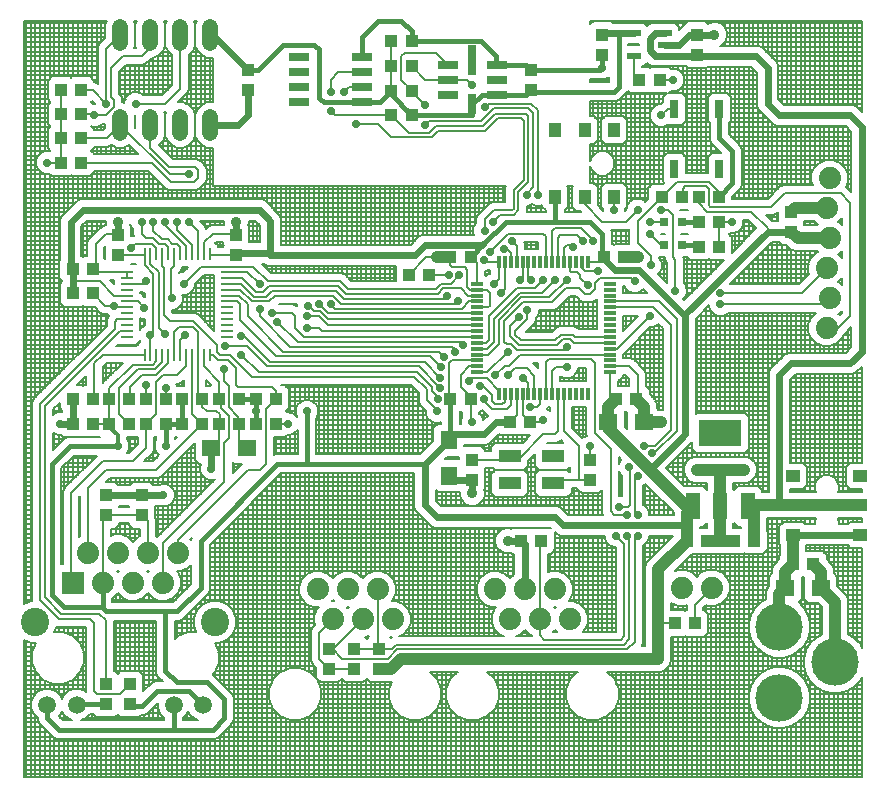
<source format=gbl>
G75*
G70*
%OFA0B0*%
%FSLAX24Y24*%
%IPPOS*%
%LPD*%
%AMOC8*
5,1,8,0,0,1.08239X$1,22.5*
%
%ADD10R,0.0118X0.0394*%
%ADD11R,0.0394X0.0118*%
%ADD12R,0.0394X0.0079*%
%ADD13R,0.0079X0.0394*%
%ADD14C,0.0520*%
%ADD15C,0.0740*%
%ADD16R,0.0709X0.0315*%
%ADD17R,0.0740X0.0740*%
%ADD18C,0.0945*%
%ADD19C,0.0594*%
%ADD20R,0.0315X0.0984*%
%ADD21R,0.0315X0.0657*%
%ADD22R,0.0657X0.0315*%
%ADD23R,0.0315X0.0315*%
%ADD24R,0.0394X0.0453*%
%ADD25R,0.0300X0.0600*%
%ADD26R,0.0472X0.0217*%
%ADD27R,0.0748X0.0433*%
%ADD28R,0.0394X0.0433*%
%ADD29R,0.0433X0.0394*%
%ADD30R,0.0551X0.0630*%
%ADD31R,0.0630X0.0551*%
%ADD32C,0.1580*%
%ADD33R,0.0453X0.0394*%
%ADD34R,0.0480X0.0880*%
%ADD35R,0.1417X0.0866*%
%ADD36C,0.0079*%
%ADD37C,0.0277*%
%ADD38C,0.0394*%
%ADD39C,0.0356*%
%ADD40C,0.0236*%
%ADD41C,0.0157*%
%ADD42C,0.0118*%
D10*
X017359Y013644D03*
X017556Y013644D03*
X017753Y013644D03*
X017949Y013644D03*
X018146Y013644D03*
X018343Y013644D03*
X018540Y013644D03*
X018737Y013644D03*
X018934Y013644D03*
X019131Y013644D03*
X019327Y013644D03*
X019524Y013644D03*
X019721Y013644D03*
X019918Y013644D03*
X020115Y013644D03*
X020312Y013644D03*
X020312Y018073D03*
X020115Y018073D03*
X019918Y018073D03*
X019721Y018073D03*
X019524Y018073D03*
X019327Y018073D03*
X019131Y018073D03*
X018934Y018073D03*
X018737Y018073D03*
X018540Y018073D03*
X018343Y018073D03*
X018146Y018073D03*
X017949Y018073D03*
X017753Y018073D03*
X017556Y018073D03*
X017359Y018073D03*
D11*
X016621Y017335D03*
X016621Y017138D03*
X016621Y016941D03*
X016621Y016744D03*
X016621Y016547D03*
X016621Y016350D03*
X016621Y016154D03*
X016621Y015957D03*
X016621Y015760D03*
X016621Y015563D03*
X016621Y015366D03*
X016621Y015169D03*
X016621Y014972D03*
X016621Y014776D03*
X016621Y014579D03*
X016621Y014382D03*
X021050Y014382D03*
X021050Y014579D03*
X021050Y014776D03*
X021050Y014972D03*
X021050Y015169D03*
X021050Y015366D03*
X021050Y015563D03*
X021050Y015760D03*
X021050Y015957D03*
X021050Y016154D03*
X021050Y016350D03*
X021050Y016547D03*
X021050Y016744D03*
X021050Y016941D03*
X021050Y017138D03*
X021050Y017335D03*
D12*
X008304Y017335D03*
X008304Y017531D03*
X008304Y017728D03*
X008304Y017138D03*
X008304Y016941D03*
X008304Y016744D03*
X008304Y016547D03*
X008304Y016350D03*
X008304Y016154D03*
X008304Y015957D03*
X008304Y015760D03*
X008304Y015563D03*
X004957Y015563D03*
X004957Y015760D03*
X004957Y015957D03*
X004957Y016154D03*
X004957Y016350D03*
X004957Y016547D03*
X004957Y016744D03*
X004957Y016941D03*
X004957Y017138D03*
X004957Y017335D03*
X004957Y017531D03*
X004957Y017728D03*
D13*
X005548Y018319D03*
X005745Y018319D03*
X005942Y018319D03*
X006138Y018319D03*
X006335Y018319D03*
X006532Y018319D03*
X006729Y018319D03*
X006926Y018319D03*
X007123Y018319D03*
X007320Y018319D03*
X007516Y018319D03*
X007713Y018319D03*
X007713Y014972D03*
X007516Y014972D03*
X007320Y014972D03*
X007123Y014972D03*
X006926Y014972D03*
X006729Y014972D03*
X006532Y014972D03*
X006335Y014972D03*
X006138Y014972D03*
X005942Y014972D03*
X005745Y014972D03*
X005548Y014972D03*
D14*
X005737Y022366D02*
X005737Y022886D01*
X004737Y022886D02*
X004737Y022366D01*
X006737Y022366D02*
X006737Y022886D01*
X007737Y022886D02*
X007737Y022366D01*
X007737Y025366D02*
X007737Y025886D01*
X006737Y025886D02*
X006737Y025366D01*
X005737Y025366D02*
X005737Y025886D01*
X004737Y025886D02*
X004737Y025366D01*
D15*
X004656Y008372D03*
X003656Y008372D03*
X004156Y007372D03*
X005156Y007372D03*
X006156Y007372D03*
X005656Y008372D03*
X006656Y008372D03*
X011318Y007154D03*
X012318Y007154D03*
X013318Y007154D03*
X013818Y006154D03*
X012818Y006154D03*
X011818Y006154D03*
X017223Y007154D03*
X017723Y006154D03*
X018723Y006154D03*
X018223Y007154D03*
X019223Y007154D03*
X019723Y006154D03*
X023453Y007197D03*
X024453Y007197D03*
X028284Y015858D03*
X028384Y016858D03*
X028284Y017858D03*
X028384Y018858D03*
X028284Y019858D03*
X028384Y020858D03*
D16*
X012799Y023376D03*
X012799Y023876D03*
X012799Y024376D03*
X012799Y024876D03*
X010699Y024876D03*
X010699Y024376D03*
X010699Y023876D03*
X010699Y023376D03*
D17*
X003156Y007372D03*
D18*
X001906Y006055D03*
X007890Y006055D03*
D19*
X007497Y003299D03*
X006512Y003299D03*
X003284Y003299D03*
X002300Y003299D03*
D20*
X016473Y024776D03*
D21*
X016473Y023313D03*
D22*
X015660Y023626D03*
X015660Y024126D03*
X015660Y024626D03*
X017286Y024626D03*
X017286Y024126D03*
X017286Y023626D03*
D23*
X022871Y019402D03*
X023461Y019402D03*
X023461Y018614D03*
X022871Y018614D03*
D24*
X021201Y020230D03*
X020217Y020230D03*
X019233Y020230D03*
X019233Y022455D03*
X020217Y022455D03*
X021201Y022455D03*
D25*
X023203Y023157D03*
X024703Y023157D03*
X024703Y021157D03*
X023203Y021157D03*
D26*
X022890Y024933D03*
X022890Y025307D03*
X022890Y025681D03*
X021867Y025681D03*
X021867Y024933D03*
D27*
X019170Y011587D03*
X019170Y010681D03*
X017713Y010681D03*
X017713Y011587D03*
D28*
X016473Y011469D03*
X016473Y010799D03*
X020410Y010799D03*
X020410Y011469D03*
X023225Y006016D03*
X023894Y006016D03*
X012536Y005169D03*
X012536Y004500D03*
X011709Y004500D03*
X011709Y005169D03*
X005449Y009618D03*
X005449Y010287D03*
X004268Y010287D03*
X004268Y009618D03*
X004367Y012669D03*
X005036Y012669D03*
X005587Y012669D03*
X006257Y012669D03*
X006808Y012669D03*
X007477Y012669D03*
X008028Y013496D03*
X008697Y013496D03*
X009249Y013496D03*
X009918Y013496D03*
X005036Y013496D03*
X004367Y013496D03*
X003816Y013496D03*
X003146Y013496D03*
X003146Y017020D03*
X003816Y017020D03*
X004662Y018280D03*
X004662Y018949D03*
X003422Y021370D03*
X002753Y021370D03*
X002753Y022177D03*
X003422Y022177D03*
X003422Y022984D03*
X002753Y022984D03*
X002753Y023791D03*
X003422Y023791D03*
X008993Y023791D03*
X008993Y024461D03*
X013776Y024598D03*
X014446Y024598D03*
X014446Y023772D03*
X013776Y023772D03*
X013776Y022945D03*
X014446Y022945D03*
X018442Y023791D03*
X018442Y024461D03*
X020804Y024972D03*
X020804Y025642D03*
X023953Y025642D03*
X023953Y024972D03*
X024012Y020228D03*
X024682Y020228D03*
X024682Y019402D03*
X024012Y019402D03*
X024012Y018575D03*
X024682Y018575D03*
X027103Y019067D03*
X027103Y019736D03*
X015016Y017630D03*
X014347Y017630D03*
X008599Y018280D03*
X008599Y018949D03*
D29*
X003816Y017827D03*
X003146Y017827D03*
X005587Y013496D03*
X006257Y013496D03*
X006808Y013496D03*
X007477Y013496D03*
X008028Y012669D03*
X008697Y012669D03*
X009249Y012669D03*
X009918Y012669D03*
X015745Y013496D03*
X016414Y013496D03*
X017713Y012709D03*
X018383Y012709D03*
X021257Y013496D03*
X021926Y013496D03*
X021532Y018220D03*
X020863Y018220D03*
X022792Y020228D03*
X023461Y020228D03*
X022713Y024126D03*
X022044Y024126D03*
X016414Y018220D03*
X015745Y018220D03*
X014446Y025425D03*
X013776Y025425D03*
X003816Y012669D03*
X003146Y012669D03*
X004249Y003988D03*
X004249Y003319D03*
X005056Y003319D03*
X005056Y003988D03*
X013363Y004500D03*
X013363Y005169D03*
X018107Y008772D03*
X018776Y008772D03*
X023619Y008772D03*
X024288Y008772D03*
X025194Y008772D03*
X025863Y008772D03*
X027162Y007984D03*
X027831Y007984D03*
D30*
X015686Y010937D03*
X015686Y012118D03*
D31*
X021001Y012709D03*
X022182Y012709D03*
X026906Y007197D03*
X028087Y007197D03*
X008953Y011843D03*
X007772Y011843D03*
D32*
X026709Y005898D03*
X028560Y004717D03*
X026709Y003535D03*
D33*
X027172Y008969D03*
X027172Y009953D03*
X027172Y010937D03*
X029396Y010937D03*
X029396Y009953D03*
X029396Y008969D03*
D34*
X025651Y009914D03*
X024741Y009914D03*
X023831Y009914D03*
D35*
X024741Y012354D03*
D36*
X001512Y005451D02*
X001512Y000898D01*
X029465Y000898D01*
X029465Y004233D01*
X029381Y004086D01*
X029190Y003895D01*
X028956Y003760D01*
X028695Y003690D01*
X028425Y003690D01*
X028164Y003760D01*
X027930Y003895D01*
X027739Y004086D01*
X027603Y004320D01*
X027533Y004581D01*
X027533Y004852D01*
X027603Y005113D01*
X027739Y005347D01*
X027930Y005538D01*
X028127Y005651D01*
X028127Y006545D01*
X027987Y006685D01*
X027674Y006685D01*
X027536Y006823D01*
X027536Y007551D01*
X027517Y007551D01*
X027497Y007571D01*
X027476Y007551D01*
X027457Y007551D01*
X027457Y006823D01*
X027346Y006712D01*
X027530Y006528D01*
X027666Y006294D01*
X027735Y006033D01*
X027735Y005762D01*
X027666Y005501D01*
X027530Y005268D01*
X027339Y005076D01*
X027105Y004941D01*
X026844Y004871D01*
X026574Y004871D01*
X026313Y004941D01*
X026079Y005076D01*
X025888Y005268D01*
X025753Y005501D01*
X025683Y005762D01*
X025683Y006033D01*
X025753Y006294D01*
X025888Y006528D01*
X026079Y006719D01*
X026276Y006833D01*
X026276Y007086D01*
X026342Y007245D01*
X026355Y007258D01*
X026355Y007570D01*
X026473Y007688D01*
X026473Y007814D01*
X026473Y009520D01*
X026623Y009520D02*
X026848Y009520D01*
X027496Y009520D01*
X027913Y009520D01*
X027881Y009442D01*
X027881Y009323D01*
X027575Y009323D01*
X027496Y009402D01*
X026848Y009402D01*
X026709Y009263D01*
X026709Y008674D01*
X026729Y008654D01*
X026729Y008299D01*
X026709Y008279D01*
X026709Y008144D01*
X026539Y007974D01*
X026473Y007814D01*
X026473Y007748D02*
X024707Y007748D01*
X024741Y007734D02*
X024741Y008339D01*
X024827Y008339D02*
X024879Y008339D01*
X025508Y008339D01*
X025528Y008359D01*
X025548Y008339D01*
X026177Y008339D01*
X026316Y008477D01*
X026316Y009066D01*
X026296Y009086D01*
X026296Y009520D01*
X026623Y009520D01*
X026631Y009520D02*
X026631Y008065D01*
X026628Y008063D02*
X023523Y008063D01*
X023481Y008021D02*
X023481Y007803D01*
X023574Y007803D02*
X023333Y007803D01*
X023213Y007753D01*
X023798Y008339D01*
X023933Y008339D01*
X023953Y008359D01*
X023953Y007554D01*
X023797Y007711D01*
X023574Y007803D01*
X023638Y007776D02*
X023638Y008179D01*
X023680Y008220D02*
X026709Y008220D01*
X026729Y008378D02*
X026217Y008378D01*
X026158Y008339D02*
X026158Y006764D01*
X026225Y006803D02*
X024917Y006803D01*
X024898Y006784D02*
X024898Y000898D01*
X024741Y000898D02*
X024741Y006660D01*
X024707Y006646D02*
X026006Y006646D01*
X026001Y006640D02*
X026001Y008339D01*
X025843Y008339D02*
X025843Y006450D01*
X025865Y006488D02*
X024170Y006488D01*
X024170Y006468D02*
X024170Y006524D01*
X024265Y006619D01*
X024333Y006591D01*
X024574Y006591D01*
X024797Y006683D01*
X024967Y006853D01*
X025060Y007076D01*
X025060Y007317D01*
X024967Y007540D01*
X024797Y007711D01*
X024574Y007803D01*
X024333Y007803D01*
X024110Y007711D01*
X023953Y007554D01*
X023917Y007591D02*
X023990Y007591D01*
X024111Y007711D02*
X024111Y008339D01*
X024202Y008339D02*
X024655Y008339D01*
X024827Y008339D01*
X024898Y008339D02*
X024898Y007609D01*
X024917Y007591D02*
X026375Y007591D01*
X026355Y007433D02*
X025012Y007433D01*
X025056Y007327D02*
X025056Y008339D01*
X025213Y008339D02*
X025213Y000898D01*
X025056Y000898D02*
X025056Y007067D01*
X025060Y007118D02*
X026289Y007118D01*
X026316Y007181D02*
X026316Y009520D01*
X026296Y009480D02*
X027896Y009480D01*
X027890Y009466D02*
X027890Y009520D01*
X027733Y009520D02*
X027733Y009323D01*
X027881Y009323D02*
X027575Y009323D01*
X027575Y009520D01*
X027418Y009520D02*
X027418Y009402D01*
X027260Y009402D02*
X027260Y009520D01*
X027103Y009520D02*
X027103Y009402D01*
X026946Y009402D02*
X026946Y009520D01*
X026788Y009520D02*
X026788Y009342D01*
X026769Y009323D02*
X026296Y009323D01*
X026296Y009165D02*
X026709Y009165D01*
X026709Y009008D02*
X026316Y009008D01*
X026316Y008850D02*
X026709Y008850D01*
X026709Y008693D02*
X026316Y008693D01*
X026316Y008535D02*
X026729Y008535D01*
X026511Y007906D02*
X023365Y007906D01*
X023323Y007864D02*
X023323Y007799D01*
X023707Y007748D02*
X024200Y007748D01*
X024268Y007776D02*
X024268Y008339D01*
X024202Y008339D02*
X023974Y008339D01*
X023953Y008359D01*
X023796Y008336D02*
X023796Y007711D01*
X024426Y007803D02*
X024426Y008339D01*
X024583Y008339D02*
X024583Y007799D01*
X025060Y007276D02*
X026355Y007276D01*
X026276Y006961D02*
X025012Y006961D01*
X024583Y006594D02*
X024583Y000898D01*
X024426Y000898D02*
X024426Y006591D01*
X024268Y006617D02*
X024268Y006389D01*
X024327Y006331D02*
X025774Y006331D01*
X025721Y006173D02*
X024327Y006173D01*
X024327Y006330D02*
X024189Y006468D01*
X024170Y006468D01*
X024327Y006330D02*
X024327Y005701D01*
X025700Y005701D01*
X025686Y005753D02*
X025686Y003680D01*
X025683Y003671D02*
X025683Y003400D01*
X025753Y003139D01*
X025888Y002905D01*
X026079Y002714D01*
X026313Y002579D01*
X026574Y002509D01*
X026844Y002509D01*
X027105Y002579D01*
X027339Y002714D01*
X027530Y002905D01*
X027666Y003139D01*
X027735Y003400D01*
X027735Y003671D01*
X027666Y003932D01*
X027530Y004166D01*
X027339Y004357D01*
X027105Y004492D01*
X026844Y004562D01*
X026574Y004562D01*
X026313Y004492D01*
X026079Y004357D01*
X025888Y004166D01*
X025753Y003932D01*
X025683Y003671D01*
X025683Y003654D02*
X021349Y003654D01*
X021349Y003811D02*
X025721Y003811D01*
X025774Y003969D02*
X021291Y003969D01*
X021276Y004004D02*
X021276Y004402D01*
X021119Y004402D02*
X021119Y004247D01*
X021082Y004283D02*
X026006Y004283D01*
X026001Y004278D02*
X026001Y005155D01*
X025927Y005228D02*
X023099Y005228D01*
X023099Y005071D02*
X026089Y005071D01*
X026158Y005031D02*
X026158Y004402D01*
X026225Y004441D02*
X022847Y004441D01*
X022851Y004443D02*
X022851Y000898D01*
X022694Y000898D02*
X022694Y004402D01*
X022752Y004402D02*
X022580Y004402D01*
X020957Y004402D01*
X020969Y004396D01*
X021216Y004150D01*
X021349Y003828D01*
X021349Y003479D01*
X021216Y003157D01*
X020969Y002911D01*
X020647Y002777D01*
X020299Y002777D01*
X019977Y002911D01*
X019730Y003157D01*
X019597Y003479D01*
X019597Y003828D01*
X019730Y004150D01*
X019977Y004396D01*
X019989Y004402D01*
X016957Y004402D01*
X016969Y004396D01*
X017216Y004150D01*
X017349Y003828D01*
X017349Y003479D01*
X017216Y003157D01*
X016969Y002911D01*
X016647Y002777D01*
X016299Y002777D01*
X015977Y002911D01*
X015730Y003157D01*
X015597Y003479D01*
X015597Y003828D01*
X015730Y004150D01*
X015977Y004396D01*
X015989Y004402D01*
X015051Y004402D01*
X015064Y004396D01*
X015310Y004150D01*
X015444Y003828D01*
X015444Y003479D01*
X015310Y003157D01*
X015064Y002911D01*
X014742Y002777D01*
X014393Y002777D01*
X014071Y002911D01*
X013825Y003157D01*
X013691Y003479D01*
X013691Y003828D01*
X013790Y004067D01*
X013690Y004067D01*
X013677Y004067D01*
X013048Y004067D01*
X012949Y004166D01*
X012831Y004047D01*
X012241Y004047D01*
X012123Y004166D01*
X012004Y004047D01*
X011415Y004047D01*
X011276Y004186D01*
X011276Y004524D01*
X011199Y004601D01*
X011121Y004679D01*
X011079Y004780D01*
X011079Y005636D01*
X011079Y005746D01*
X011121Y005847D01*
X011239Y005965D01*
X011211Y006033D01*
X011211Y006274D01*
X011304Y006497D01*
X011354Y006547D01*
X011197Y006547D01*
X010974Y006640D01*
X010804Y006810D01*
X010711Y007033D01*
X010711Y007274D01*
X010804Y007497D01*
X010974Y007667D01*
X011197Y007760D01*
X011438Y007760D01*
X011661Y007667D01*
X011818Y007511D01*
X011974Y007667D01*
X012197Y007760D01*
X012438Y007760D01*
X012661Y007667D01*
X012818Y007511D01*
X012974Y007667D01*
X013197Y007760D01*
X013438Y007760D01*
X013661Y007667D01*
X013831Y007497D01*
X013924Y007274D01*
X013924Y007033D01*
X013831Y006810D01*
X013781Y006760D01*
X013938Y006760D01*
X014161Y006667D01*
X014331Y006497D01*
X014424Y006274D01*
X014424Y006033D01*
X014331Y005810D01*
X014161Y005640D01*
X014023Y005583D01*
X017517Y005583D01*
X017380Y005640D01*
X017209Y005810D01*
X017117Y006033D01*
X017117Y006274D01*
X017209Y006497D01*
X017260Y006547D01*
X017102Y006547D01*
X016880Y006640D01*
X016709Y006810D01*
X016617Y007033D01*
X016617Y007274D01*
X016709Y007497D01*
X016880Y007667D01*
X017102Y007760D01*
X017344Y007760D01*
X017566Y007667D01*
X017723Y007511D01*
X017869Y007657D01*
X017869Y008339D01*
X017793Y008339D01*
X017763Y008368D01*
X017737Y008357D01*
X017572Y008357D01*
X017419Y008420D01*
X017303Y008537D01*
X017240Y008689D01*
X017240Y008854D01*
X017303Y009006D01*
X017419Y009123D01*
X017572Y009186D01*
X017737Y009186D01*
X017763Y009175D01*
X017793Y009205D01*
X018421Y009205D01*
X018442Y009184D01*
X018442Y009205D01*
X018462Y009205D02*
X018442Y009184D01*
X018462Y009205D02*
X019082Y009205D01*
X019082Y009205D01*
X015362Y009205D01*
X015221Y009205D01*
X015091Y009259D01*
X014698Y009652D01*
X014598Y009752D01*
X014544Y009882D01*
X014544Y011016D01*
X011024Y011016D01*
X010899Y011016D01*
X010107Y011016D01*
X007733Y008641D01*
X007733Y007259D01*
X007733Y007134D01*
X007685Y007018D01*
X006898Y006231D01*
X006809Y006142D01*
X006693Y006094D01*
X006552Y006094D01*
X006552Y005493D01*
X006666Y005606D01*
X006984Y005738D01*
X007255Y005738D01*
X007182Y005914D01*
X007182Y006196D01*
X007290Y006457D01*
X007489Y006656D01*
X007749Y006764D01*
X008031Y006764D01*
X008292Y006656D01*
X008491Y006457D01*
X008599Y006196D01*
X008599Y005914D01*
X008491Y005654D01*
X008292Y005454D01*
X008031Y005346D01*
X007897Y005346D01*
X008022Y005044D01*
X008022Y004700D01*
X007890Y004381D01*
X007890Y004237D01*
X007901Y004226D02*
X007818Y004309D01*
X007890Y004381D01*
X007915Y004441D02*
X010179Y004441D01*
X010253Y004471D02*
X010253Y011016D01*
X010410Y011016D02*
X010410Y004530D01*
X010393Y004530D02*
X010071Y004396D01*
X009825Y004150D01*
X009691Y003828D01*
X009691Y003479D01*
X009825Y003157D01*
X010071Y002911D01*
X010393Y002777D01*
X010742Y002777D01*
X011064Y002911D01*
X011310Y003157D01*
X011444Y003479D01*
X011444Y003828D01*
X011310Y004150D01*
X011064Y004396D01*
X010742Y004530D01*
X010393Y004530D01*
X010568Y004530D02*
X010568Y011016D01*
X010725Y011016D02*
X010725Y007307D01*
X010712Y007276D02*
X007733Y007276D01*
X007733Y007433D02*
X010777Y007433D01*
X010883Y007576D02*
X010883Y011016D01*
X011040Y011016D02*
X011040Y007695D01*
X011169Y007748D02*
X007733Y007748D01*
X007733Y007591D02*
X010897Y007591D01*
X011197Y007760D02*
X011197Y011016D01*
X011355Y011016D02*
X011355Y007760D01*
X011466Y007748D02*
X012169Y007748D01*
X012142Y007737D02*
X012142Y011016D01*
X011985Y011016D02*
X011985Y007672D01*
X011897Y007591D02*
X011738Y007591D01*
X011670Y007658D02*
X011670Y011016D01*
X011827Y011016D02*
X011827Y007521D01*
X012300Y007760D02*
X012300Y011016D01*
X012457Y011016D02*
X012457Y007752D01*
X012466Y007748D02*
X013169Y007748D01*
X013245Y007760D02*
X013245Y011016D01*
X013402Y011016D02*
X013402Y007760D01*
X013466Y007748D02*
X017074Y007748D01*
X017024Y007727D02*
X017024Y009205D01*
X016867Y009205D02*
X016867Y007655D01*
X016803Y007591D02*
X013738Y007591D01*
X013717Y007611D02*
X013717Y011016D01*
X013560Y011016D02*
X013560Y007709D01*
X013858Y007433D02*
X016683Y007433D01*
X016709Y007497D02*
X016709Y009205D01*
X016552Y009205D02*
X016552Y005583D01*
X016709Y005583D02*
X016709Y006810D01*
X016716Y006803D02*
X013824Y006803D01*
X013875Y006760D02*
X013875Y006914D01*
X013894Y006961D02*
X016647Y006961D01*
X016617Y007118D02*
X013924Y007118D01*
X013923Y007276D02*
X016617Y007276D01*
X017182Y007760D02*
X017182Y009205D01*
X017339Y009205D02*
X017339Y009043D01*
X017304Y009008D02*
X008100Y009008D01*
X008048Y008956D02*
X008048Y006757D01*
X007890Y006764D02*
X007890Y008799D01*
X007942Y008850D02*
X017240Y008850D01*
X017240Y008693D02*
X007785Y008693D01*
X007733Y008641D02*
X007733Y006757D01*
X007575Y006692D02*
X007575Y006909D01*
X007627Y006961D02*
X010741Y006961D01*
X010725Y007000D02*
X010725Y004530D01*
X010883Y004471D02*
X010883Y006731D01*
X010811Y006803D02*
X007470Y006803D01*
X007418Y006751D02*
X007418Y006585D01*
X007479Y006646D02*
X007312Y006646D01*
X007260Y006594D02*
X007260Y006386D01*
X007238Y006331D02*
X006997Y006331D01*
X006946Y006279D02*
X006946Y005722D01*
X006894Y005701D02*
X006552Y005701D01*
X006631Y005571D02*
X006631Y006094D01*
X006552Y006016D02*
X007182Y006016D01*
X007182Y006173D02*
X006840Y006173D01*
X006788Y006134D02*
X006788Y005657D01*
X006603Y005543D02*
X006552Y005543D01*
X006552Y005858D02*
X007205Y005858D01*
X007103Y005738D02*
X007103Y006436D01*
X007155Y006488D02*
X007321Y006488D01*
X006788Y007012D02*
X006788Y007770D01*
X006777Y007766D02*
X007000Y007858D01*
X007103Y007962D01*
X007103Y007327D01*
X006500Y006724D01*
X006174Y006724D01*
X004471Y006724D01*
X004471Y006846D01*
X004500Y006858D01*
X004656Y007015D01*
X004813Y006858D01*
X005036Y006766D01*
X005277Y006766D01*
X005500Y006858D01*
X005656Y007015D01*
X005813Y006858D01*
X006036Y006766D01*
X006277Y006766D01*
X006500Y006858D01*
X006670Y007029D01*
X006762Y007251D01*
X006762Y007493D01*
X006670Y007715D01*
X006620Y007766D01*
X006777Y007766D01*
X006637Y007748D02*
X007103Y007748D01*
X007103Y007591D02*
X006722Y007591D01*
X006762Y007433D02*
X007103Y007433D01*
X007051Y007276D02*
X006762Y007276D01*
X006707Y007118D02*
X006894Y007118D01*
X006946Y007170D02*
X006946Y007836D01*
X007047Y007906D02*
X007103Y007906D01*
X006631Y007766D02*
X006631Y007755D01*
X006156Y007372D02*
X006156Y008691D01*
X008205Y010740D01*
X008205Y012039D01*
X008363Y012197D01*
X008363Y012925D01*
X008087Y013201D01*
X008087Y013496D01*
X008028Y013496D01*
X008028Y014067D01*
X007516Y014579D01*
X007516Y014972D01*
X007320Y014972D02*
X007320Y015720D01*
X007162Y015878D01*
X006690Y015878D01*
X006532Y015720D01*
X006532Y014972D01*
X006335Y014972D02*
X006335Y014677D01*
X005942Y014283D01*
X005449Y014283D01*
X005056Y013890D01*
X005056Y013516D01*
X005036Y013496D01*
X004701Y013870D02*
X004701Y013004D01*
X005036Y012669D01*
X005056Y012217D02*
X005056Y011720D01*
X005040Y011705D02*
X004976Y011705D01*
X004980Y011709D01*
X005037Y011847D01*
X005037Y011996D01*
X004980Y012134D01*
X004957Y012156D01*
X004957Y012217D01*
X005312Y012217D01*
X005312Y011976D01*
X005040Y011705D01*
X005035Y011843D02*
X005178Y011843D01*
X005213Y011878D02*
X005213Y012217D01*
X005312Y012157D02*
X004957Y012157D01*
X005035Y012000D02*
X005312Y012000D01*
X005587Y011862D02*
X005154Y011429D01*
X004170Y011429D01*
X003087Y010346D01*
X003087Y007441D01*
X003156Y007372D01*
X002812Y007978D02*
X002772Y007978D01*
X002772Y011181D01*
X003198Y011606D01*
X003957Y011606D01*
X002931Y010580D01*
X002854Y010503D01*
X002812Y010401D01*
X002812Y007978D01*
X002812Y008063D02*
X002772Y008063D01*
X002772Y008220D02*
X002812Y008220D01*
X002812Y008378D02*
X002772Y008378D01*
X002772Y008535D02*
X002812Y008535D01*
X002812Y008693D02*
X002772Y008693D01*
X002772Y008850D02*
X002812Y008850D01*
X002812Y009008D02*
X002772Y009008D01*
X002772Y009165D02*
X002812Y009165D01*
X002812Y009323D02*
X002772Y009323D01*
X002772Y009480D02*
X002812Y009480D01*
X002812Y009638D02*
X002772Y009638D01*
X002772Y009795D02*
X002812Y009795D01*
X002812Y009953D02*
X002772Y009953D01*
X002772Y010110D02*
X002812Y010110D01*
X002812Y010268D02*
X002772Y010268D01*
X002772Y010425D02*
X002822Y010425D01*
X002851Y010496D02*
X002851Y011259D01*
X002804Y011213D02*
X003564Y011213D01*
X003638Y011287D02*
X003638Y011606D01*
X003481Y011606D02*
X003481Y011130D01*
X003406Y011055D02*
X002772Y011055D01*
X002772Y010898D02*
X003249Y010898D01*
X003323Y010972D02*
X003323Y011606D01*
X003166Y011574D02*
X003166Y010815D01*
X003091Y010740D02*
X002772Y010740D01*
X002772Y010583D02*
X002934Y010583D01*
X003009Y010657D02*
X003009Y011417D01*
X002962Y011370D02*
X003721Y011370D01*
X003796Y011445D02*
X003796Y011606D01*
X003879Y011528D02*
X003119Y011528D01*
X002694Y011993D02*
X002694Y012294D01*
X002658Y012294D02*
X002774Y012294D01*
X002832Y012236D01*
X003461Y012236D01*
X003481Y012256D01*
X003481Y012236D01*
X003501Y012236D02*
X004052Y012236D01*
X004052Y012236D01*
X003005Y012236D01*
X002889Y012188D01*
X002801Y012100D01*
X002497Y011796D01*
X002497Y012375D01*
X002521Y012351D01*
X002658Y012294D01*
X002609Y012315D02*
X002497Y012315D01*
X002536Y012345D02*
X002536Y011835D01*
X002543Y011843D02*
X002497Y011843D01*
X002497Y012000D02*
X002701Y012000D01*
X002801Y012100D02*
X002801Y012100D01*
X002851Y012150D02*
X002851Y012236D01*
X002858Y012157D02*
X002497Y012157D01*
X003009Y012236D02*
X003009Y012236D01*
X003166Y012236D02*
X003166Y012236D01*
X003323Y012236D02*
X003323Y012236D01*
X003481Y012256D02*
X003501Y012236D01*
X003638Y012236D02*
X003638Y012236D01*
X003796Y012236D02*
X003796Y012236D01*
X003953Y012236D02*
X003953Y012236D01*
X003816Y012669D02*
X004268Y012669D01*
X004367Y012669D01*
X004367Y013496D01*
X004367Y013850D01*
X005154Y014638D01*
X005823Y014638D01*
X005942Y014756D01*
X005942Y014972D01*
X006138Y014972D02*
X006138Y014717D01*
X005902Y014480D01*
X005312Y014480D01*
X004701Y013870D01*
X004268Y014142D02*
X004268Y014681D01*
X004264Y014677D02*
X004804Y014677D01*
X004824Y014697D02*
X004284Y014697D01*
X004150Y014563D01*
X004150Y014024D01*
X004211Y014084D01*
X004824Y014697D01*
X004741Y014697D02*
X004741Y014614D01*
X004646Y014520D02*
X004150Y014520D01*
X004150Y014362D02*
X004489Y014362D01*
X004426Y014299D02*
X004426Y014697D01*
X004583Y014697D02*
X004583Y014457D01*
X004331Y014205D02*
X004150Y014205D01*
X004150Y014047D02*
X004174Y014047D01*
X003599Y014047D02*
X003398Y014047D01*
X003323Y013973D02*
X003323Y013949D01*
X003300Y013949D02*
X003599Y014248D01*
X003599Y013949D01*
X003521Y013949D01*
X003481Y013909D01*
X003481Y014130D01*
X003556Y014205D02*
X003599Y014205D01*
X003441Y013949D02*
X003300Y013949D01*
X003441Y013949D02*
X003481Y013909D01*
X003875Y013555D02*
X003816Y013496D01*
X003875Y013555D02*
X003875Y014677D01*
X004170Y014972D01*
X005548Y014972D01*
X005745Y014972D02*
X005745Y015602D01*
X005725Y015622D01*
X005843Y015740D01*
X005843Y017669D01*
X005548Y017965D01*
X005548Y018319D01*
X005509Y018280D01*
X004662Y018280D01*
X005095Y018535D02*
X005213Y018654D01*
X005804Y018654D01*
X005942Y018516D01*
X005942Y018319D01*
X006138Y018319D02*
X006138Y017925D01*
X006197Y017866D01*
X006197Y016291D01*
X006394Y016094D01*
X007162Y016094D01*
X007969Y015287D01*
X007969Y015071D01*
X008068Y014972D01*
X008383Y014972D01*
X009131Y014224D01*
X014544Y014224D01*
X014957Y013811D01*
X014957Y013457D01*
X015292Y013122D01*
X015292Y013083D01*
X014943Y012945D02*
X011310Y012945D01*
X011336Y013008D02*
X011336Y013157D01*
X011279Y013295D01*
X011174Y013401D01*
X011036Y013458D01*
X010887Y013458D01*
X010749Y013401D01*
X010643Y013295D01*
X010586Y013157D01*
X010586Y013008D01*
X010631Y012900D01*
X010544Y012987D01*
X010406Y013044D01*
X010290Y013044D01*
X010252Y013083D01*
X010351Y013182D01*
X010351Y013810D01*
X010213Y013949D01*
X010111Y013949D01*
X014430Y013949D01*
X014682Y013697D01*
X014682Y013402D01*
X014724Y013301D01*
X014801Y013223D01*
X014917Y013107D01*
X014917Y013008D01*
X014974Y012870D01*
X015080Y012765D01*
X015217Y012708D01*
X015367Y012708D01*
X015430Y012734D01*
X015430Y012669D01*
X015312Y012669D01*
X015174Y012531D01*
X015174Y012107D01*
X014712Y011646D01*
X011276Y011646D01*
X011276Y012867D01*
X011279Y012870D01*
X011336Y013008D01*
X011336Y013102D02*
X014917Y013102D01*
X014820Y013205D02*
X014820Y011753D01*
X014751Y011685D02*
X011276Y011685D01*
X011355Y011646D02*
X011355Y013949D01*
X011512Y013949D02*
X011512Y011646D01*
X011670Y011646D02*
X011670Y013949D01*
X011827Y013949D02*
X011827Y011646D01*
X011985Y011646D02*
X011985Y013949D01*
X012142Y013949D02*
X012142Y011646D01*
X012300Y011646D02*
X012300Y013949D01*
X012457Y013949D02*
X012457Y011646D01*
X012615Y011646D02*
X012615Y013949D01*
X012772Y013949D02*
X012772Y011646D01*
X012930Y011646D02*
X012930Y013949D01*
X013087Y013949D02*
X013087Y011646D01*
X013245Y011646D02*
X013245Y013949D01*
X013402Y013949D02*
X013402Y011646D01*
X013560Y011646D02*
X013560Y013949D01*
X013717Y013949D02*
X013717Y011646D01*
X013875Y011646D02*
X013875Y013949D01*
X014032Y013949D02*
X014032Y011646D01*
X014190Y011646D02*
X014190Y013949D01*
X014347Y013949D02*
X014347Y011646D01*
X014505Y011646D02*
X014505Y013874D01*
X014489Y013890D02*
X010272Y013890D01*
X010253Y013909D02*
X010253Y013949D01*
X010111Y013949D02*
X010111Y013949D01*
X009918Y013752D02*
X009780Y013890D01*
X008678Y013890D01*
X008599Y013969D01*
X008599Y014520D01*
X008323Y014795D01*
X008009Y014795D01*
X007831Y014972D01*
X007713Y014972D01*
X007320Y014972D02*
X007320Y013654D01*
X007477Y013496D01*
X007477Y013240D01*
X007615Y013102D01*
X007930Y013102D01*
X008048Y012984D01*
X008048Y012689D01*
X008028Y012669D01*
X008028Y012098D01*
X007772Y011843D01*
X007221Y011843D02*
X007040Y011843D01*
X007103Y011906D02*
X007103Y010028D01*
X007028Y009953D02*
X006350Y009953D01*
X006316Y009939D02*
X006316Y009240D01*
X006241Y009165D02*
X005932Y009165D01*
X005932Y009008D02*
X006083Y009008D01*
X006158Y009083D02*
X006158Y009912D01*
X006103Y009912D02*
X006252Y009912D01*
X006390Y009970D01*
X006496Y010075D01*
X006553Y010213D01*
X006553Y010362D01*
X006496Y010500D01*
X006390Y010605D01*
X006252Y010662D01*
X006103Y010662D01*
X006053Y010642D01*
X005843Y010642D01*
X005843Y010858D01*
X005887Y010858D02*
X005996Y010858D01*
X006098Y010900D01*
X007221Y012024D01*
X007221Y011469D01*
X007359Y011331D01*
X007418Y011331D01*
X007418Y011298D01*
X007397Y011248D01*
X007397Y011099D01*
X007454Y010961D01*
X007560Y010855D01*
X007698Y010798D01*
X007847Y010798D01*
X007893Y010817D01*
X005973Y008897D01*
X005932Y008914D01*
X005932Y009357D01*
X005932Y009466D01*
X005890Y009568D01*
X005882Y009575D01*
X005882Y009932D01*
X005882Y009933D01*
X006053Y009933D01*
X006103Y009912D01*
X006001Y009933D02*
X006001Y008925D01*
X005932Y009323D02*
X006398Y009323D01*
X006473Y009398D02*
X006473Y010052D01*
X006510Y010110D02*
X007186Y010110D01*
X007260Y010185D02*
X007260Y011430D01*
X007320Y011370D02*
X006567Y011370D01*
X006631Y011433D02*
X006631Y009555D01*
X006556Y009480D02*
X005926Y009480D01*
X005882Y009638D02*
X006713Y009638D01*
X006788Y009713D02*
X006788Y011591D01*
X006725Y011528D02*
X007221Y011528D01*
X007221Y011685D02*
X006882Y011685D01*
X006946Y011748D02*
X006946Y009870D01*
X006871Y009795D02*
X005882Y009795D01*
X005656Y009411D02*
X005449Y009618D01*
X004268Y009618D01*
X004156Y009506D01*
X004156Y007372D01*
X004583Y006942D02*
X004583Y006724D01*
X004471Y006803D02*
X004945Y006803D01*
X004898Y006823D02*
X004898Y006724D01*
X004741Y006724D02*
X004741Y006930D01*
X004710Y006961D02*
X004602Y006961D01*
X005056Y006766D02*
X005056Y006724D01*
X005213Y006724D02*
X005213Y006766D01*
X005367Y006803D02*
X005945Y006803D01*
X006001Y006780D02*
X006001Y006724D01*
X006158Y006724D02*
X006158Y006766D01*
X006316Y006782D02*
X006316Y006724D01*
X006367Y006803D02*
X006579Y006803D01*
X006631Y006855D02*
X006631Y006989D01*
X006602Y006961D02*
X006736Y006961D01*
X006473Y006847D02*
X006473Y006724D01*
X005843Y006724D02*
X005843Y006846D01*
X005710Y006961D02*
X005602Y006961D01*
X005686Y006985D02*
X005686Y006724D01*
X005528Y006724D02*
X005528Y006887D01*
X005371Y006805D02*
X005371Y006724D01*
X005371Y006094D02*
X005371Y004421D01*
X005370Y004421D02*
X004741Y004421D01*
X004741Y006094D01*
X004898Y006094D02*
X004898Y004421D01*
X004741Y004421D02*
X004652Y004332D01*
X004563Y004421D01*
X004524Y004421D01*
X004524Y006059D01*
X004524Y006094D01*
X005922Y006094D01*
X005922Y004378D01*
X005970Y004263D01*
X006058Y004174D01*
X006146Y004087D01*
X006024Y004087D01*
X005899Y004087D01*
X005783Y004039D01*
X005508Y003764D01*
X005508Y004283D01*
X005961Y004283D01*
X006001Y004232D02*
X006001Y004087D01*
X006106Y004126D02*
X005508Y004126D01*
X005508Y004283D02*
X005370Y004421D01*
X005213Y004421D02*
X005213Y006094D01*
X005056Y006094D02*
X005056Y004421D01*
X004583Y004401D02*
X004583Y006094D01*
X004524Y006016D02*
X005922Y006016D01*
X005843Y006094D02*
X005843Y004064D01*
X005713Y003969D02*
X005508Y003969D01*
X005508Y003811D02*
X005555Y003811D01*
X005528Y003784D02*
X005528Y006094D01*
X005686Y006094D02*
X005686Y003941D01*
X005922Y004441D02*
X004524Y004441D01*
X004524Y004598D02*
X005922Y004598D01*
X005922Y004756D02*
X004524Y004756D01*
X004524Y004913D02*
X005922Y004913D01*
X005922Y005071D02*
X004524Y005071D01*
X004524Y005228D02*
X005922Y005228D01*
X005922Y005386D02*
X004524Y005386D01*
X004524Y005543D02*
X005922Y005543D01*
X005922Y005701D02*
X004524Y005701D01*
X004524Y005858D02*
X005922Y005858D01*
X004249Y006114D02*
X004032Y006331D01*
X002772Y006331D01*
X002221Y006882D01*
X002221Y013260D01*
X004721Y015760D01*
X004957Y015760D01*
X004957Y016154D02*
X004642Y016154D01*
X004564Y016075D01*
X004564Y015819D01*
X002064Y013319D01*
X002064Y006803D01*
X002694Y006173D01*
X003717Y006173D01*
X003875Y006016D01*
X003875Y003752D01*
X003973Y003654D01*
X004721Y003654D01*
X005056Y003988D01*
X004249Y003988D02*
X004249Y006114D01*
X003599Y005898D02*
X003599Y003807D01*
X003599Y003738D01*
X003586Y003751D01*
X003390Y003832D01*
X003178Y003832D01*
X002982Y003751D01*
X002832Y003601D01*
X002792Y003504D01*
X002752Y003601D01*
X002602Y003751D01*
X002406Y003832D01*
X002194Y003832D01*
X001998Y003751D01*
X001848Y003601D01*
X001767Y003405D01*
X001767Y003193D01*
X001848Y002997D01*
X001985Y002860D01*
X001985Y002803D01*
X002033Y002688D01*
X002427Y002294D01*
X002515Y002205D01*
X002631Y002157D01*
X006489Y002157D01*
X006614Y002157D01*
X007749Y002157D01*
X007874Y002157D01*
X007990Y002205D01*
X008384Y002599D01*
X008472Y002688D01*
X008520Y002803D01*
X008520Y003414D01*
X008520Y003539D01*
X008472Y003655D01*
X007901Y004226D01*
X007844Y004283D02*
X009958Y004283D01*
X009938Y004263D02*
X009938Y010846D01*
X009989Y010898D02*
X014544Y010898D01*
X014505Y011016D02*
X014505Y005583D01*
X014662Y005583D02*
X014662Y009688D01*
X014712Y009638D02*
X008729Y009638D01*
X008678Y009586D02*
X008678Y000898D01*
X008835Y000898D02*
X008835Y009744D01*
X008887Y009795D02*
X014580Y009795D01*
X014544Y009953D02*
X009044Y009953D01*
X008993Y009901D02*
X008993Y000898D01*
X009150Y000898D02*
X009150Y010059D01*
X009202Y010110D02*
X014544Y010110D01*
X014544Y010268D02*
X009359Y010268D01*
X009308Y010216D02*
X009308Y000898D01*
X009465Y000898D02*
X009465Y010374D01*
X009517Y010425D02*
X014544Y010425D01*
X014544Y010583D02*
X009674Y010583D01*
X009623Y010531D02*
X009623Y000898D01*
X009780Y000898D02*
X009780Y003265D01*
X009750Y003339D02*
X008520Y003339D01*
X008520Y003496D02*
X009691Y003496D01*
X009691Y003654D02*
X008473Y003654D01*
X008363Y003764D02*
X008363Y005525D01*
X008381Y005543D02*
X011079Y005543D01*
X011079Y005386D02*
X008126Y005386D01*
X008048Y005353D02*
X008048Y004079D01*
X008001Y004126D02*
X009815Y004126D01*
X009780Y004042D02*
X009780Y010688D01*
X009832Y010740D02*
X014544Y010740D01*
X014347Y011016D02*
X014347Y006459D01*
X014335Y006488D02*
X017206Y006488D01*
X017182Y006431D02*
X017182Y006547D01*
X017024Y006580D02*
X017024Y005583D01*
X016867Y005583D02*
X016867Y006652D01*
X016874Y006646D02*
X014183Y006646D01*
X014190Y006639D02*
X014190Y011016D01*
X014032Y011016D02*
X014032Y006721D01*
X014400Y006331D02*
X017140Y006331D01*
X017117Y006173D02*
X014424Y006173D01*
X014417Y006016D02*
X017124Y006016D01*
X017182Y005876D02*
X017182Y005583D01*
X017339Y005583D02*
X017339Y005680D01*
X017318Y005701D02*
X014222Y005701D01*
X014190Y005668D02*
X014190Y005583D01*
X014347Y005583D02*
X014347Y005848D01*
X014351Y005858D02*
X017189Y005858D01*
X017497Y005591D02*
X017497Y005583D01*
X017929Y005583D02*
X018066Y005640D01*
X018223Y005796D01*
X018380Y005640D01*
X018447Y005612D01*
X018447Y005583D01*
X017929Y005583D01*
X017969Y005583D02*
X017969Y005599D01*
X018127Y005583D02*
X018127Y005700D01*
X018128Y005701D02*
X018318Y005701D01*
X018284Y005735D02*
X018284Y005583D01*
X018442Y005583D02*
X018442Y005614D01*
X018723Y005616D02*
X018875Y005465D01*
X021414Y005465D01*
X021532Y005583D01*
X021532Y008654D01*
X021257Y008929D01*
X021631Y008929D02*
X021709Y008850D01*
X021709Y005504D01*
X021512Y005307D01*
X013934Y005307D01*
X013796Y005169D01*
X013363Y005169D01*
X013323Y005209D01*
X013323Y007148D01*
X013318Y007154D01*
X013875Y007393D02*
X013875Y011016D01*
X013087Y011016D02*
X013087Y007714D01*
X012930Y007623D02*
X012930Y011016D01*
X012772Y011016D02*
X012772Y007556D01*
X012738Y007591D02*
X012897Y007591D01*
X012615Y007687D02*
X012615Y011016D01*
X011512Y011016D02*
X011512Y007729D01*
X010711Y007118D02*
X007726Y007118D01*
X008205Y006692D02*
X008205Y009114D01*
X008257Y009165D02*
X017522Y009165D01*
X017497Y009155D02*
X017497Y009205D01*
X017654Y009205D02*
X017654Y009186D01*
X017812Y009205D02*
X017812Y009205D01*
X017969Y009205D02*
X017969Y009205D01*
X018127Y009205D02*
X018127Y009205D01*
X018284Y009205D02*
X018284Y009205D01*
X018599Y009205D02*
X018599Y009205D01*
X018757Y009205D02*
X018757Y009205D01*
X018914Y009205D02*
X018914Y009205D01*
X019071Y009205D02*
X019071Y009205D01*
X019229Y009058D02*
X019302Y008985D01*
X019432Y008931D01*
X019573Y008931D01*
X020882Y008931D01*
X020882Y008855D01*
X020939Y008717D01*
X021044Y008611D01*
X021182Y008554D01*
X021242Y008554D01*
X021257Y008539D01*
X021257Y005740D01*
X020167Y005740D01*
X020237Y005810D01*
X020329Y006033D01*
X020329Y006274D01*
X020237Y006497D01*
X020066Y006667D01*
X019844Y006760D01*
X019687Y006760D01*
X019737Y006810D01*
X019829Y007033D01*
X019829Y007274D01*
X019737Y007497D01*
X019566Y007667D01*
X019344Y007760D01*
X019102Y007760D01*
X018999Y007717D01*
X018999Y008339D01*
X019091Y008339D01*
X019229Y008477D01*
X019229Y009058D01*
X019229Y007760D01*
X019372Y007748D02*
X021257Y007748D01*
X021257Y007591D02*
X019643Y007591D01*
X019701Y007532D02*
X019701Y008931D01*
X019544Y008931D02*
X019544Y007677D01*
X019386Y007742D02*
X019386Y008950D01*
X019279Y009008D02*
X019229Y009008D01*
X019229Y008850D02*
X020883Y008850D01*
X020804Y008931D02*
X020804Y005740D01*
X020961Y005740D02*
X020961Y008694D01*
X020962Y008693D02*
X019229Y008693D01*
X019229Y008535D02*
X021257Y008535D01*
X021119Y008580D02*
X021119Y005740D01*
X021257Y005858D02*
X020257Y005858D01*
X020174Y005747D02*
X020174Y005740D01*
X020331Y005740D02*
X020331Y008931D01*
X020174Y008931D02*
X020174Y006560D01*
X020241Y006488D02*
X021257Y006488D01*
X021257Y006331D02*
X020306Y006331D01*
X020329Y006173D02*
X021257Y006173D01*
X021257Y006016D02*
X020322Y006016D01*
X020489Y005740D02*
X020489Y008931D01*
X020646Y008931D02*
X020646Y005740D01*
X020088Y006646D02*
X021257Y006646D01*
X021257Y006803D02*
X019730Y006803D01*
X019701Y006775D02*
X019701Y006760D01*
X019859Y006753D02*
X019859Y008931D01*
X020016Y008931D02*
X020016Y006688D01*
X019799Y006961D02*
X021257Y006961D01*
X021257Y007118D02*
X019829Y007118D01*
X019829Y007276D02*
X021257Y007276D01*
X021257Y007433D02*
X019763Y007433D01*
X019074Y007748D02*
X018999Y007748D01*
X019071Y007747D02*
X019071Y008339D01*
X019130Y008378D02*
X021257Y008378D01*
X021257Y008220D02*
X018999Y008220D01*
X018999Y008063D02*
X021257Y008063D01*
X021257Y007906D02*
X018999Y007906D01*
X018723Y008719D02*
X018776Y008772D01*
X018723Y008719D02*
X018723Y006154D01*
X018723Y005616D01*
X019167Y005740D02*
X019223Y005796D01*
X019279Y005740D01*
X019167Y005740D01*
X019229Y005740D02*
X019229Y005790D01*
X019223Y006511D02*
X019187Y006547D01*
X019260Y006547D01*
X019223Y006511D01*
X019229Y006517D02*
X019229Y006547D01*
X017812Y007599D02*
X017812Y008339D01*
X017869Y008220D02*
X007733Y008220D01*
X007733Y008063D02*
X017869Y008063D01*
X017869Y007906D02*
X007733Y007906D01*
X007733Y008378D02*
X017522Y008378D01*
X017497Y008388D02*
X017497Y007696D01*
X017372Y007748D02*
X017869Y007748D01*
X017803Y007591D02*
X017643Y007591D01*
X017654Y007580D02*
X017654Y008357D01*
X017339Y008501D02*
X017339Y007760D01*
X017304Y008535D02*
X007733Y008535D01*
X007103Y008782D02*
X007067Y008818D01*
X007117Y008869D01*
X007103Y008834D01*
X007103Y008854D01*
X007099Y008850D02*
X007110Y008850D01*
X007103Y008834D02*
X007103Y008782D01*
X006656Y008797D02*
X006656Y008372D01*
X006656Y008797D02*
X008993Y011134D01*
X009386Y011134D01*
X009583Y011331D01*
X009583Y013161D01*
X009918Y013496D01*
X009918Y013752D01*
X010351Y013732D02*
X014646Y013732D01*
X014662Y013717D02*
X014662Y011646D01*
X014909Y011843D02*
X011276Y011843D01*
X011276Y012000D02*
X015066Y012000D01*
X015134Y012068D02*
X015134Y012742D01*
X015057Y012787D02*
X011276Y012787D01*
X011276Y012630D02*
X015273Y012630D01*
X015292Y012649D02*
X015292Y012708D01*
X015174Y012472D02*
X011276Y012472D01*
X011276Y012315D02*
X015174Y012315D01*
X015174Y012157D02*
X011276Y012157D01*
X010646Y012157D02*
X009859Y012157D01*
X009859Y012236D02*
X010232Y012236D01*
X010290Y012294D01*
X010406Y012294D01*
X010544Y012351D01*
X010646Y012454D01*
X010646Y011646D01*
X010040Y011646D01*
X009914Y011646D01*
X009859Y011623D01*
X009859Y012236D01*
X009938Y012236D02*
X009938Y011646D01*
X009859Y011685D02*
X010646Y011685D01*
X010568Y011646D02*
X010568Y012375D01*
X010646Y012315D02*
X010456Y012315D01*
X010410Y012296D02*
X010410Y011646D01*
X010253Y011646D02*
X010253Y012256D01*
X010095Y012236D02*
X010095Y011646D01*
X009859Y011843D02*
X010646Y011843D01*
X010646Y012000D02*
X009859Y012000D01*
X009918Y012669D02*
X010331Y012669D01*
X010586Y012945D02*
X010612Y012945D01*
X010568Y012963D02*
X010568Y013949D01*
X010725Y013949D02*
X010725Y013377D01*
X010789Y013417D02*
X010351Y013417D01*
X010351Y013260D02*
X010629Y013260D01*
X010586Y013102D02*
X010272Y013102D01*
X010253Y013083D02*
X010253Y013082D01*
X010410Y013042D02*
X010410Y013949D01*
X010883Y013949D02*
X010883Y013456D01*
X011040Y013456D02*
X011040Y013949D01*
X011197Y013949D02*
X011197Y013377D01*
X011133Y013417D02*
X014682Y013417D01*
X014682Y013575D02*
X010351Y013575D01*
X011294Y013260D02*
X014764Y013260D01*
X014977Y012867D02*
X014977Y011911D01*
X015557Y011488D02*
X015636Y011567D01*
X016040Y011567D01*
X016040Y011488D01*
X015557Y011488D01*
X015607Y011488D02*
X015607Y011538D01*
X015596Y011528D02*
X016040Y011528D01*
X015922Y011488D02*
X015922Y011567D01*
X015764Y011567D02*
X015764Y011488D01*
X016197Y011921D02*
X016197Y011961D01*
X016937Y011961D01*
X017067Y012015D01*
X017167Y012114D01*
X017364Y012311D01*
X017399Y012276D01*
X018028Y012276D01*
X018048Y012296D01*
X018068Y012276D01*
X018406Y012276D01*
X018170Y012039D01*
X017241Y012039D01*
X017103Y011901D01*
X017103Y011744D01*
X016906Y011744D01*
X016906Y011783D01*
X016768Y011921D01*
X016197Y011921D01*
X016237Y011921D02*
X016237Y011961D01*
X016394Y011961D02*
X016394Y011921D01*
X016552Y011921D02*
X016552Y011961D01*
X016709Y011961D02*
X016709Y011921D01*
X016846Y011843D02*
X017103Y011843D01*
X017024Y011744D02*
X017024Y011997D01*
X017032Y012000D02*
X017202Y012000D01*
X017182Y011980D02*
X017182Y012129D01*
X017210Y012157D02*
X018288Y012157D01*
X018284Y012154D02*
X018284Y012276D01*
X018127Y012276D02*
X018127Y012039D01*
X017969Y012039D02*
X017969Y012276D01*
X017812Y012276D02*
X017812Y012039D01*
X017654Y012039D02*
X017654Y012276D01*
X017497Y012276D02*
X017497Y012039D01*
X017339Y012039D02*
X017339Y012286D01*
X017713Y012709D02*
X017949Y012945D01*
X017949Y013644D01*
X017753Y013644D02*
X017753Y013299D01*
X017615Y013161D01*
X017142Y013161D01*
X016867Y013437D01*
X016867Y013496D01*
X017142Y013417D02*
X017241Y013319D01*
X017477Y013319D01*
X017556Y013398D01*
X017556Y013644D01*
X017359Y013644D02*
X017359Y013772D01*
X016946Y014185D01*
X016434Y014185D01*
X016355Y014106D01*
X016079Y014283D02*
X016079Y013890D01*
X016414Y013555D01*
X016414Y013496D01*
X016414Y012768D01*
X016473Y012709D01*
X016138Y012881D02*
X016098Y012783D01*
X016098Y012669D01*
X016060Y012669D01*
X016060Y013064D01*
X016079Y013083D01*
X016079Y012669D01*
X016060Y012787D02*
X016100Y012787D01*
X016138Y012881D02*
X016138Y013063D01*
X016100Y013063D01*
X016079Y013083D01*
X016060Y012945D02*
X016138Y012945D01*
X016690Y013022D02*
X016690Y013063D01*
X016728Y013063D01*
X016788Y013123D01*
X016792Y013121D01*
X016793Y013121D01*
X016982Y012932D01*
X016844Y012793D01*
X016791Y012921D01*
X016690Y013022D01*
X016709Y013003D02*
X016709Y013063D01*
X016768Y013102D02*
X016812Y013102D01*
X016867Y013047D02*
X016867Y012816D01*
X016767Y012945D02*
X016969Y012945D01*
X017142Y013417D02*
X017142Y013614D01*
X016867Y013890D01*
X016749Y013890D01*
X016729Y013909D01*
X016621Y014382D02*
X016965Y014382D01*
X017654Y015071D01*
X017615Y015327D02*
X017536Y015406D01*
X017536Y016094D01*
X018166Y016724D01*
X019131Y016724D01*
X019603Y017197D01*
X020016Y017197D01*
X020213Y017000D01*
X020410Y017000D01*
X020568Y017157D01*
X020568Y017354D01*
X020745Y017531D01*
X021768Y017531D01*
X021886Y017413D01*
X021546Y017256D02*
X021569Y017201D01*
X021674Y017096D01*
X021812Y017038D01*
X021961Y017038D01*
X022099Y017096D01*
X022157Y017154D01*
X022291Y017020D01*
X021483Y017020D01*
X021483Y017098D01*
X021483Y017256D01*
X021546Y017256D01*
X021573Y017197D02*
X021483Y017197D01*
X021591Y017178D02*
X021591Y017020D01*
X021483Y017039D02*
X021810Y017039D01*
X021749Y017020D02*
X021749Y017065D01*
X021906Y017038D02*
X021906Y017020D01*
X021963Y017039D02*
X022271Y017039D01*
X022221Y017020D02*
X022221Y017089D01*
X022064Y017081D02*
X022064Y017020D01*
X022497Y016547D02*
X021050Y016547D01*
X021050Y016744D02*
X022694Y016744D01*
X023284Y016154D01*
X023284Y012433D01*
X022536Y011685D01*
X022457Y011685D01*
X022556Y011941D02*
X022201Y011941D01*
X022556Y011941D02*
X023087Y012472D01*
X023087Y015957D01*
X022497Y016547D01*
X022379Y016252D02*
X021296Y015169D01*
X021050Y015169D01*
X021050Y014972D02*
X018068Y014972D01*
X017694Y014598D01*
X017556Y014598D01*
X017241Y014283D01*
X017654Y014283D02*
X017890Y014520D01*
X018284Y014520D01*
X018540Y014264D01*
X018540Y013644D01*
X018737Y013644D02*
X018737Y013319D01*
X018638Y013220D01*
X018402Y013220D01*
X018146Y012945D02*
X018383Y012709D01*
X018757Y012709D01*
X018835Y012787D01*
X018835Y012315D02*
X018048Y011528D01*
X017772Y011528D01*
X017713Y011587D01*
X017595Y011469D01*
X016473Y011469D01*
X016906Y011193D02*
X017182Y011193D01*
X017182Y011074D01*
X017163Y011055D02*
X016906Y011055D01*
X016906Y011114D02*
X016886Y011134D01*
X016906Y011154D01*
X016906Y011193D01*
X016906Y011114D02*
X016906Y010485D01*
X016876Y010455D01*
X016887Y010429D01*
X016887Y010264D01*
X016824Y010112D01*
X016708Y009995D01*
X016555Y009932D01*
X016391Y009932D01*
X016238Y009995D01*
X016122Y010112D01*
X016059Y010264D01*
X016059Y010386D01*
X015312Y010386D01*
X015253Y010446D01*
X015253Y010100D01*
X015439Y009913D01*
X019299Y009913D01*
X019430Y009859D01*
X019529Y009760D01*
X019649Y009640D01*
X020829Y009640D01*
X020804Y009701D01*
X020804Y009640D01*
X020804Y009701D02*
X020804Y010446D01*
X020705Y010346D01*
X020115Y010346D01*
X019977Y010485D01*
X019977Y010524D01*
X019962Y010524D01*
X019780Y010524D01*
X019780Y010367D01*
X019642Y010228D01*
X018698Y010228D01*
X018560Y010367D01*
X018560Y010995D01*
X018698Y011134D01*
X019642Y011134D01*
X018698Y011134D01*
X018560Y011272D01*
X018560Y011650D01*
X018323Y011413D01*
X018323Y011272D01*
X018185Y011134D01*
X017241Y011134D01*
X017182Y011193D01*
X017241Y011134D02*
X017103Y010995D01*
X017103Y010367D01*
X017241Y010228D01*
X018185Y010228D01*
X018323Y010367D01*
X018323Y010995D01*
X018185Y011134D01*
X017241Y011134D01*
X017339Y011134D02*
X017339Y011134D01*
X017497Y011134D02*
X017497Y011134D01*
X017654Y011134D02*
X017654Y011134D01*
X017812Y011134D02*
X017812Y011134D01*
X017969Y011134D02*
X017969Y011134D01*
X018127Y011134D02*
X018127Y011134D01*
X018264Y011213D02*
X018619Y011213D01*
X018599Y011233D02*
X018599Y011035D01*
X018619Y011055D02*
X018264Y011055D01*
X018284Y011035D02*
X018284Y011233D01*
X018323Y011370D02*
X018560Y011370D01*
X018560Y011528D02*
X018438Y011528D01*
X018442Y011532D02*
X018442Y009913D01*
X018599Y009913D02*
X018599Y010327D01*
X018659Y010268D02*
X018224Y010268D01*
X018284Y010327D02*
X018284Y009913D01*
X018127Y009913D02*
X018127Y010228D01*
X017969Y010228D02*
X017969Y009913D01*
X017812Y009913D02*
X017812Y010228D01*
X017654Y010228D02*
X017654Y009913D01*
X017497Y009913D02*
X017497Y010228D01*
X017339Y010228D02*
X017339Y009913D01*
X017182Y009913D02*
X017182Y010288D01*
X017202Y010268D02*
X016887Y010268D01*
X016867Y010214D02*
X016867Y009913D01*
X017024Y009913D02*
X017024Y011193D01*
X017103Y010898D02*
X016906Y010898D01*
X016906Y010740D02*
X017103Y010740D01*
X017103Y010583D02*
X016906Y010583D01*
X016887Y010425D02*
X017103Y010425D01*
X016823Y010110D02*
X020804Y010110D01*
X020804Y009953D02*
X016605Y009953D01*
X016552Y009932D02*
X016552Y009913D01*
X016709Y009913D02*
X016709Y009997D01*
X016394Y009932D02*
X016394Y009913D01*
X016341Y009953D02*
X015399Y009953D01*
X015449Y009913D02*
X015449Y010386D01*
X015607Y010386D02*
X015607Y009913D01*
X015764Y009913D02*
X015764Y010386D01*
X015922Y010386D02*
X015922Y009913D01*
X016079Y009913D02*
X016079Y010214D01*
X016059Y010268D02*
X015253Y010268D01*
X015292Y010406D02*
X015292Y010060D01*
X015253Y010110D02*
X016123Y010110D01*
X016237Y009997D02*
X016237Y009913D01*
X016237Y009205D02*
X016237Y005583D01*
X016394Y005583D02*
X016394Y009205D01*
X016079Y009205D02*
X016079Y005583D01*
X015922Y005583D02*
X015922Y009205D01*
X015764Y009205D02*
X015764Y005583D01*
X015607Y005583D02*
X015607Y009205D01*
X015449Y009205D02*
X015449Y005583D01*
X015292Y005583D02*
X015292Y009205D01*
X015134Y009241D02*
X015134Y005583D01*
X014977Y005583D02*
X014977Y009373D01*
X015027Y009323D02*
X008415Y009323D01*
X008363Y009271D02*
X008363Y006585D01*
X008302Y006646D02*
X010968Y006646D01*
X011040Y006612D02*
X011040Y004406D01*
X010956Y004441D02*
X011276Y004441D01*
X011276Y004283D02*
X011177Y004283D01*
X011197Y004263D02*
X011197Y004602D01*
X011201Y004598D02*
X007980Y004598D01*
X008022Y004756D02*
X011089Y004756D01*
X011079Y004913D02*
X008022Y004913D01*
X008011Y005071D02*
X011079Y005071D01*
X011079Y005228D02*
X007946Y005228D01*
X008205Y005419D02*
X008205Y003922D01*
X008159Y003969D02*
X009750Y003969D01*
X009691Y003811D02*
X008316Y003811D01*
X008520Y003181D02*
X009815Y003181D01*
X009938Y003044D02*
X009938Y000898D01*
X010095Y000898D02*
X010095Y002901D01*
X010179Y002866D02*
X008520Y002866D01*
X008520Y003024D02*
X009958Y003024D01*
X010253Y002836D02*
X010253Y000898D01*
X010410Y000898D02*
X010410Y002777D01*
X010568Y002777D02*
X010568Y000898D01*
X010725Y000898D02*
X010725Y002777D01*
X010883Y002836D02*
X010883Y000898D01*
X011040Y000898D02*
X011040Y002901D01*
X010956Y002866D02*
X014179Y002866D01*
X014190Y002862D02*
X014190Y000898D01*
X014347Y000898D02*
X014347Y002796D01*
X014505Y002777D02*
X014505Y000898D01*
X014662Y000898D02*
X014662Y002777D01*
X014820Y002809D02*
X014820Y000898D01*
X014977Y000898D02*
X014977Y002875D01*
X014956Y002866D02*
X016084Y002866D01*
X016079Y002868D02*
X016079Y000898D01*
X015922Y000898D02*
X015922Y002966D01*
X015864Y003024D02*
X015177Y003024D01*
X015134Y002981D02*
X015134Y000898D01*
X015292Y000898D02*
X015292Y003139D01*
X015320Y003181D02*
X015720Y003181D01*
X015764Y003123D02*
X015764Y000898D01*
X015607Y000898D02*
X015607Y003455D01*
X015597Y003496D02*
X015444Y003496D01*
X015444Y003654D02*
X015597Y003654D01*
X015597Y003811D02*
X015444Y003811D01*
X015385Y003969D02*
X015655Y003969D01*
X015607Y003852D02*
X015607Y004402D01*
X015764Y004402D02*
X015764Y004184D01*
X015720Y004126D02*
X015320Y004126D01*
X015292Y004168D02*
X015292Y004402D01*
X015449Y004402D02*
X015449Y000898D01*
X016237Y000898D02*
X016237Y002803D01*
X016394Y002777D02*
X016394Y000898D01*
X016552Y000898D02*
X016552Y002777D01*
X016709Y002803D02*
X016709Y000898D01*
X016867Y000898D02*
X016867Y002868D01*
X016862Y002866D02*
X020084Y002866D01*
X020016Y002894D02*
X020016Y000898D01*
X019859Y000898D02*
X019859Y003029D01*
X019864Y003024D02*
X017082Y003024D01*
X017024Y002966D02*
X017024Y000898D01*
X017182Y000898D02*
X017182Y003123D01*
X017226Y003181D02*
X019720Y003181D01*
X019701Y003227D02*
X019701Y000898D01*
X019544Y000898D02*
X019544Y004402D01*
X019701Y004402D02*
X019701Y004080D01*
X019720Y004126D02*
X017226Y004126D01*
X017182Y004184D02*
X017182Y004402D01*
X017082Y004283D02*
X019864Y004283D01*
X019859Y004279D02*
X019859Y004402D01*
X019386Y004402D02*
X019386Y000898D01*
X019229Y000898D02*
X019229Y004402D01*
X019071Y004402D02*
X019071Y000898D01*
X018914Y000898D02*
X018914Y004402D01*
X018757Y004402D02*
X018757Y000898D01*
X018599Y000898D02*
X018599Y004402D01*
X018442Y004402D02*
X018442Y000898D01*
X018284Y000898D02*
X018284Y004402D01*
X018127Y004402D02*
X018127Y000898D01*
X017969Y000898D02*
X017969Y004402D01*
X017812Y004402D02*
X017812Y000898D01*
X017654Y000898D02*
X017654Y004402D01*
X017497Y004402D02*
X017497Y000898D01*
X017339Y000898D02*
X017339Y003455D01*
X017349Y003496D02*
X019597Y003496D01*
X019597Y003654D02*
X017349Y003654D01*
X017349Y003811D02*
X019597Y003811D01*
X019655Y003969D02*
X017291Y003969D01*
X017339Y003852D02*
X017339Y004402D01*
X017024Y004402D02*
X017024Y004341D01*
X017291Y003339D02*
X019655Y003339D01*
X020174Y002829D02*
X020174Y000898D01*
X020331Y000898D02*
X020331Y002777D01*
X020489Y002777D02*
X020489Y000898D01*
X020646Y000898D02*
X020646Y002777D01*
X020804Y002842D02*
X020804Y000898D01*
X020961Y000898D02*
X020961Y002907D01*
X020862Y002866D02*
X025927Y002866D01*
X026001Y002793D02*
X026001Y000898D01*
X026158Y000898D02*
X026158Y002669D01*
X026089Y002709D02*
X008481Y002709D01*
X008363Y002578D02*
X008363Y000898D01*
X008520Y000898D02*
X008520Y005724D01*
X008511Y005701D02*
X011079Y005701D01*
X011133Y005858D02*
X008576Y005858D01*
X008599Y006016D02*
X011218Y006016D01*
X011197Y005923D02*
X011197Y006547D01*
X011300Y006488D02*
X008459Y006488D01*
X008520Y006386D02*
X008520Y009429D01*
X008572Y009480D02*
X014870Y009480D01*
X014820Y009530D02*
X014820Y005583D01*
X014032Y005583D02*
X014032Y005586D01*
X013794Y005547D02*
X013778Y005541D01*
X013758Y005521D01*
X013732Y005547D01*
X013794Y005547D01*
X013784Y005543D02*
X013736Y005543D01*
X013973Y005150D02*
X021631Y005150D01*
X021886Y005406D01*
X021886Y008831D01*
X021985Y008929D01*
X022360Y008931D02*
X023166Y008931D01*
X022299Y008064D01*
X022233Y007905D01*
X022233Y007733D01*
X022233Y006102D01*
X022233Y005268D01*
X022128Y005268D01*
X022162Y005351D01*
X022162Y008597D01*
X022197Y008611D01*
X022303Y008717D01*
X022360Y008855D01*
X022360Y008931D01*
X022379Y008931D02*
X022379Y008144D01*
X022455Y008220D02*
X022162Y008220D01*
X022162Y008063D02*
X022298Y008063D01*
X022233Y007906D02*
X022162Y007906D01*
X022162Y007748D02*
X022233Y007748D01*
X022233Y007591D02*
X022162Y007591D01*
X022162Y007433D02*
X022233Y007433D01*
X022233Y007276D02*
X022162Y007276D01*
X022162Y007118D02*
X022233Y007118D01*
X022233Y006961D02*
X022162Y006961D01*
X022162Y006803D02*
X022233Y006803D01*
X022233Y006646D02*
X022162Y006646D01*
X022162Y006488D02*
X022233Y006488D01*
X022233Y006331D02*
X022162Y006331D01*
X022162Y006173D02*
X022233Y006173D01*
X022233Y006016D02*
X022162Y006016D01*
X022162Y005858D02*
X022233Y005858D01*
X022233Y005701D02*
X022162Y005701D01*
X022162Y005543D02*
X022233Y005543D01*
X022233Y005386D02*
X022162Y005386D01*
X022221Y005268D02*
X022221Y008635D01*
X022279Y008693D02*
X022928Y008693D01*
X022851Y008616D02*
X022851Y008931D01*
X022694Y008931D02*
X022694Y008459D01*
X022770Y008535D02*
X022162Y008535D01*
X022162Y008378D02*
X022613Y008378D01*
X022536Y008301D02*
X022536Y008931D01*
X022358Y008850D02*
X023085Y008850D01*
X023009Y008774D02*
X023009Y008931D01*
X023166Y008931D02*
X023166Y008931D01*
X023166Y009640D02*
X023166Y009734D01*
X023186Y009714D02*
X023186Y009640D01*
X022360Y009640D01*
X022360Y009712D01*
X022303Y009850D01*
X022197Y009956D01*
X022162Y009970D01*
X022162Y010605D01*
X022197Y010619D01*
X022239Y010661D01*
X023186Y009714D01*
X023105Y009795D02*
X022325Y009795D01*
X022379Y009640D02*
X022379Y010521D01*
X022317Y010583D02*
X022162Y010583D01*
X022221Y010643D02*
X022221Y009932D01*
X022200Y009953D02*
X022947Y009953D01*
X023009Y009891D02*
X023009Y009640D01*
X022851Y009640D02*
X022851Y010049D01*
X022790Y010110D02*
X022162Y010110D01*
X022162Y010268D02*
X022632Y010268D01*
X022694Y010206D02*
X022694Y009640D01*
X022536Y009640D02*
X022536Y010364D01*
X022475Y010425D02*
X022162Y010425D01*
X021886Y010839D02*
X021985Y010937D01*
X021886Y010839D02*
X021886Y009736D01*
X021985Y009638D01*
X021631Y009638D02*
X021197Y009638D01*
X021079Y009756D01*
X021079Y011823D01*
X020548Y012354D01*
X020548Y014697D01*
X020430Y014815D01*
X019032Y014815D01*
X018934Y014717D01*
X018934Y013644D01*
X019131Y013644D02*
X019131Y014441D01*
X019249Y014559D01*
X019623Y014559D01*
X019998Y014539D02*
X020272Y014539D01*
X020272Y014077D01*
X020272Y014077D01*
X020075Y014077D01*
X019878Y014077D01*
X019681Y014077D01*
X019484Y014077D01*
X019406Y014077D01*
X019406Y014245D01*
X019410Y014241D01*
X019548Y014184D01*
X019697Y014184D01*
X019835Y014241D01*
X019941Y014347D01*
X019998Y014484D01*
X019998Y014539D01*
X020016Y014539D02*
X020016Y014077D01*
X019859Y014077D02*
X019859Y014265D01*
X019747Y014205D02*
X020272Y014205D01*
X020272Y014362D02*
X019947Y014362D01*
X019998Y014520D02*
X020272Y014520D01*
X020174Y014539D02*
X020174Y014077D01*
X019701Y014077D02*
X019701Y014186D01*
X019544Y014186D02*
X019544Y014077D01*
X019498Y014205D02*
X019406Y014205D01*
X019327Y013644D02*
X019327Y012413D01*
X019229Y012315D01*
X018835Y012315D01*
X018949Y012039D02*
X019509Y012039D01*
X019426Y012122D01*
X019385Y012081D01*
X019284Y012039D01*
X018949Y012039D01*
X018949Y012039D01*
X019071Y012039D02*
X019071Y012039D01*
X019229Y012039D02*
X019229Y012039D01*
X019386Y012039D02*
X019386Y012083D01*
X019524Y012413D02*
X020016Y011921D01*
X020016Y010799D01*
X020410Y010799D01*
X020016Y010799D02*
X019288Y010799D01*
X019170Y010681D01*
X019229Y010228D02*
X019229Y009913D01*
X019071Y009913D02*
X019071Y010228D01*
X018914Y010228D02*
X018914Y009913D01*
X018757Y009913D02*
X018757Y010228D01*
X018560Y010425D02*
X018323Y010425D01*
X018323Y010583D02*
X018560Y010583D01*
X018560Y010740D02*
X018323Y010740D01*
X018323Y010898D02*
X018560Y010898D01*
X018757Y011134D02*
X018757Y011134D01*
X018914Y011134D02*
X018914Y011134D01*
X019071Y011134D02*
X019071Y011134D01*
X019229Y011134D02*
X019229Y011134D01*
X019386Y011134D02*
X019386Y011134D01*
X019544Y011134D02*
X019544Y011134D01*
X019642Y011134D02*
X019701Y011075D01*
X019741Y011075D01*
X019741Y011233D01*
X019642Y011134D01*
X019701Y011075D02*
X019701Y011194D01*
X019720Y011213D02*
X019741Y011213D01*
X019859Y010524D02*
X019859Y009640D01*
X020016Y009640D02*
X020016Y010445D01*
X020037Y010425D02*
X019780Y010425D01*
X019701Y010288D02*
X019701Y009640D01*
X019544Y009745D02*
X019544Y010228D01*
X019681Y010268D02*
X020804Y010268D01*
X020804Y010425D02*
X020783Y010425D01*
X020646Y010346D02*
X020646Y009640D01*
X020489Y009640D02*
X020489Y010346D01*
X020331Y010346D02*
X020331Y009640D01*
X020174Y009640D02*
X020174Y010346D01*
X020804Y009795D02*
X019494Y009795D01*
X019386Y009877D02*
X019386Y010228D01*
X020410Y011469D02*
X020410Y011921D01*
X020143Y012184D02*
X019800Y012528D01*
X019800Y013211D01*
X019878Y013211D01*
X020075Y013211D01*
X020272Y013211D01*
X020272Y012409D01*
X020272Y012299D01*
X020283Y012274D01*
X020198Y012239D01*
X020143Y012184D01*
X020174Y012215D02*
X020174Y013211D01*
X020272Y013211D02*
X020272Y013211D01*
X020272Y013102D02*
X019800Y013102D01*
X019859Y013211D02*
X019859Y012468D01*
X019855Y012472D02*
X020272Y012472D01*
X020272Y012315D02*
X020012Y012315D01*
X020016Y012311D02*
X020016Y013211D01*
X019800Y012945D02*
X020272Y012945D01*
X020272Y012787D02*
X019800Y012787D01*
X019800Y012630D02*
X020272Y012630D01*
X019524Y012413D02*
X019524Y013644D01*
X019052Y013211D02*
X019052Y013101D01*
X019048Y013105D01*
X018952Y013145D01*
X018970Y013163D01*
X018990Y013211D01*
X019052Y013211D01*
X019051Y013102D02*
X019052Y013102D01*
X018343Y013644D02*
X018343Y014028D01*
X018166Y014205D01*
X018146Y013644D02*
X018146Y012945D01*
X016867Y011961D02*
X016867Y011822D01*
X015273Y010425D02*
X015253Y010425D01*
X015312Y013476D02*
X015312Y013575D01*
X015115Y013772D01*
X015115Y013890D01*
X014623Y014382D01*
X009347Y014382D01*
X008757Y014972D01*
X008953Y015268D02*
X008245Y015268D01*
X008757Y015583D02*
X008875Y015583D01*
X009721Y014736D01*
X014879Y014736D01*
X015410Y014205D01*
X015430Y014559D02*
X015075Y014913D01*
X009938Y014913D01*
X008717Y016134D01*
X008717Y016646D01*
X008619Y016744D01*
X008304Y016744D01*
X008304Y016941D02*
X008697Y016941D01*
X008993Y016646D01*
X008993Y016252D01*
X010174Y015071D01*
X015351Y015071D01*
X015528Y014894D01*
X015686Y014677D02*
X015686Y013555D01*
X015745Y013496D01*
X015410Y013850D02*
X014682Y014579D01*
X009642Y014579D01*
X008953Y015268D01*
X009386Y016252D02*
X009386Y016488D01*
X009386Y016252D02*
X010410Y015228D01*
X015804Y015228D01*
X015883Y015150D01*
X015883Y015051D01*
X015784Y014776D02*
X015686Y014677D01*
X015784Y014776D02*
X016621Y014776D01*
X016621Y014972D02*
X017005Y014972D01*
X017359Y015327D01*
X017359Y016134D01*
X018107Y016882D01*
X019032Y016882D01*
X019623Y017472D01*
X019760Y017709D02*
X019977Y017709D01*
X020056Y017630D01*
X020056Y017531D01*
X020312Y017276D01*
X020213Y017768D02*
X020646Y017768D01*
X020715Y018073D02*
X020312Y018073D01*
X020115Y018073D02*
X020115Y017866D01*
X020213Y017768D01*
X019760Y017709D02*
X019721Y017748D01*
X019721Y018073D01*
X019524Y018073D02*
X019524Y018516D01*
X019623Y018614D01*
X019780Y018614D01*
X019839Y018555D01*
X020154Y018752D02*
X019957Y018949D01*
X019406Y018949D01*
X019327Y018870D01*
X019327Y018073D01*
X019131Y018073D02*
X019131Y019106D01*
X019229Y019205D01*
X020095Y019205D01*
X020509Y018791D01*
X020509Y018752D01*
X020804Y018280D02*
X020863Y018220D01*
X020715Y018073D01*
X021119Y018654D02*
X021119Y019071D01*
X021096Y019126D01*
X021646Y019126D01*
X021709Y019152D01*
X021709Y018654D01*
X021218Y018654D01*
X021197Y018633D01*
X021177Y018654D01*
X021119Y018654D01*
X021119Y019126D01*
X021112Y019087D02*
X021709Y019087D01*
X021591Y019126D02*
X021591Y018654D01*
X021434Y018654D02*
X021434Y019126D01*
X021276Y019126D02*
X021276Y018654D01*
X021119Y018772D02*
X021709Y018772D01*
X021709Y018929D02*
X021119Y018929D01*
X020804Y019402D02*
X020217Y019988D01*
X020217Y020230D01*
X019784Y020189D02*
X019666Y020189D01*
X019666Y020346D02*
X019784Y020346D01*
X019784Y020504D02*
X019666Y020504D01*
X019666Y020555D02*
X019638Y020583D01*
X019812Y020583D01*
X019784Y020555D01*
X019784Y019906D01*
X019922Y019768D01*
X020048Y019768D01*
X020099Y019716D01*
X019548Y019716D01*
X019548Y019788D01*
X019666Y019906D01*
X019666Y020555D01*
X019701Y020583D02*
X019701Y019716D01*
X019548Y019717D02*
X020099Y019717D01*
X020016Y019716D02*
X020016Y019768D01*
X019859Y019716D02*
X019859Y019831D01*
X019816Y019874D02*
X019634Y019874D01*
X019666Y020031D02*
X019784Y020031D01*
X019233Y020185D02*
X019233Y020230D01*
X018800Y019960D02*
X018800Y019906D01*
X018918Y019788D01*
X018918Y019716D01*
X018282Y019716D01*
X018284Y019721D01*
X018284Y019932D01*
X018284Y019716D01*
X018282Y019717D02*
X018918Y019717D01*
X018914Y019716D02*
X018914Y019792D01*
X018832Y019874D02*
X018284Y019874D01*
X018284Y019932D02*
X018359Y019932D01*
X018471Y019979D01*
X018584Y019932D01*
X018733Y019932D01*
X018800Y019960D01*
X018757Y019942D02*
X018757Y019716D01*
X018599Y019716D02*
X018599Y019932D01*
X018442Y019966D02*
X018442Y019716D01*
X018009Y019776D02*
X018009Y020406D01*
X018343Y020740D01*
X018343Y022925D01*
X018264Y023004D01*
X017241Y023004D01*
X016827Y022591D01*
X015253Y022591D01*
X015036Y022374D01*
X014347Y022374D01*
X013776Y022945D01*
X011886Y022945D01*
X011749Y023083D01*
X011749Y023732D02*
X011749Y024126D01*
X011999Y024376D01*
X012799Y024376D01*
X012799Y023876D02*
X012365Y023876D01*
X012201Y023713D01*
X012595Y022669D02*
X013323Y022669D01*
X013776Y022217D01*
X015115Y022217D01*
X015312Y022413D01*
X016886Y022413D01*
X017320Y022846D01*
X018107Y022846D01*
X018186Y022768D01*
X018186Y020799D01*
X017851Y020465D01*
X017851Y019835D01*
X017792Y019776D01*
X017182Y019776D01*
X016886Y019480D01*
X016886Y019106D01*
X016538Y018968D02*
X015362Y018968D01*
X014828Y018968D01*
X014698Y018915D01*
X014598Y018815D01*
X014417Y018634D01*
X010097Y018634D01*
X010097Y019369D01*
X010097Y019510D01*
X010043Y019640D01*
X009587Y020096D01*
X009457Y020150D01*
X009316Y020150D01*
X003551Y020150D01*
X003410Y020150D01*
X003280Y020096D01*
X002887Y019702D01*
X002886Y019702D01*
X002787Y019602D01*
X002733Y019472D01*
X002733Y018161D01*
X002694Y018121D01*
X002694Y020917D01*
X002851Y020917D02*
X002851Y019666D01*
X002901Y019717D02*
X001512Y019717D01*
X001512Y019874D02*
X003059Y019874D01*
X003009Y019824D02*
X003009Y020917D01*
X003047Y020917D02*
X002458Y020917D01*
X002378Y020997D01*
X002374Y020995D01*
X002225Y020995D01*
X002087Y021052D01*
X001982Y021158D01*
X001925Y021295D01*
X001925Y021445D01*
X001982Y021582D01*
X002087Y021688D01*
X002225Y021745D01*
X002374Y021745D01*
X002378Y021743D01*
X002409Y021774D01*
X002320Y021863D01*
X002320Y022492D01*
X002409Y022581D01*
X002320Y022670D01*
X002320Y023299D01*
X002409Y023388D01*
X002320Y023477D01*
X002320Y024106D01*
X002458Y024244D01*
X003047Y024244D01*
X003087Y024204D01*
X003127Y024244D01*
X003717Y024244D01*
X003855Y024106D01*
X003855Y024067D01*
X003870Y024067D01*
X003972Y024025D01*
X003993Y024004D01*
X003993Y025103D01*
X003993Y025212D01*
X004035Y025314D01*
X004241Y025519D01*
X004241Y025985D01*
X004286Y026094D01*
X001512Y026094D01*
X001512Y006659D01*
X001765Y006764D01*
X001788Y006764D01*
X001788Y013374D01*
X001830Y013475D01*
X001907Y013552D01*
X004288Y015933D01*
X004288Y016130D01*
X004330Y016231D01*
X004371Y016272D01*
X004332Y016288D01*
X004289Y016331D01*
X004284Y016331D01*
X004174Y016331D01*
X004073Y016373D01*
X003879Y016567D01*
X003521Y016567D01*
X003441Y016567D01*
X003481Y016607D01*
X003521Y016567D01*
X003481Y016607D02*
X003481Y015126D01*
X003505Y015150D02*
X001512Y015150D01*
X001512Y015307D02*
X003662Y015307D01*
X003638Y015283D02*
X003638Y016567D01*
X003796Y016567D02*
X003796Y015441D01*
X003820Y015465D02*
X001512Y015465D01*
X001512Y015622D02*
X003977Y015622D01*
X003953Y015598D02*
X003953Y016492D01*
X004036Y016409D02*
X001512Y016409D01*
X001512Y016252D02*
X004351Y016252D01*
X004268Y016331D02*
X004268Y015913D01*
X004288Y015937D02*
X001512Y015937D01*
X001512Y015780D02*
X004135Y015780D01*
X004111Y015756D02*
X004111Y016357D01*
X004229Y016606D02*
X003816Y017020D01*
X004229Y016606D02*
X004544Y016606D01*
X004603Y016547D01*
X004957Y016547D01*
X004957Y016744D02*
X005312Y016744D01*
X005528Y016528D01*
X005390Y016179D02*
X005454Y016153D01*
X005568Y016153D01*
X005568Y015963D01*
X005513Y015940D01*
X005407Y015834D01*
X005390Y015794D01*
X005390Y015819D01*
X005390Y016016D01*
X005390Y016179D01*
X005390Y016094D02*
X005568Y016094D01*
X005528Y016153D02*
X005528Y015946D01*
X005510Y015937D02*
X005390Y015937D01*
X005390Y015450D02*
X005407Y015410D01*
X005411Y015405D01*
X005272Y015267D01*
X005272Y015248D01*
X004599Y015248D01*
X004650Y015300D01*
X004663Y015287D01*
X005252Y015287D01*
X005390Y015426D01*
X005390Y015450D01*
X005371Y015406D02*
X005371Y015366D01*
X005411Y015405D02*
X005411Y015405D01*
X005312Y015307D02*
X005272Y015307D01*
X005213Y015287D02*
X005213Y015248D01*
X005056Y015248D02*
X005056Y015287D01*
X004898Y015287D02*
X004898Y015248D01*
X004741Y015248D02*
X004741Y015287D01*
X004288Y016094D02*
X001512Y016094D01*
X001512Y016567D02*
X002852Y016567D01*
X003441Y016567D01*
X003323Y016567D02*
X003323Y014968D01*
X003347Y014992D02*
X001512Y014992D01*
X001512Y014835D02*
X003190Y014835D01*
X003166Y014811D02*
X003166Y016567D01*
X003009Y016567D02*
X003009Y014654D01*
X003032Y014677D02*
X001512Y014677D01*
X001512Y014520D02*
X002875Y014520D01*
X002851Y014496D02*
X002851Y016567D01*
X002852Y016567D02*
X002713Y016705D01*
X002713Y017334D01*
X002792Y017413D01*
X002792Y017434D01*
X002694Y017532D01*
X002694Y014339D01*
X002717Y014362D02*
X001512Y014362D01*
X001512Y014205D02*
X002560Y014205D01*
X002536Y014181D02*
X002536Y020917D01*
X002399Y020976D02*
X001512Y020976D01*
X001512Y020819D02*
X005946Y020819D01*
X006001Y020764D02*
X006001Y020150D01*
X006158Y020150D02*
X006158Y020606D01*
X006200Y020564D02*
X006278Y020487D01*
X006379Y020445D01*
X007147Y020445D01*
X007256Y020445D01*
X007358Y020487D01*
X007495Y020625D01*
X007573Y020702D01*
X007615Y020803D01*
X007615Y021059D01*
X007615Y021169D01*
X007573Y021270D01*
X007455Y021388D01*
X007377Y021466D01*
X007276Y021508D01*
X006489Y021508D01*
X006035Y021962D01*
X006157Y022085D01*
X006233Y022267D01*
X006233Y022985D01*
X006201Y023063D01*
X006273Y023063D01*
X006241Y022985D01*
X006241Y022267D01*
X006316Y022085D01*
X006456Y021945D01*
X006638Y021870D01*
X006836Y021870D01*
X007018Y021945D01*
X007157Y022085D01*
X007233Y022267D01*
X007233Y022985D01*
X007157Y023167D01*
X007018Y023307D01*
X006836Y023382D01*
X006670Y023382D01*
X006970Y023682D01*
X007012Y023784D01*
X007012Y023893D01*
X007012Y024943D01*
X007018Y024945D01*
X007157Y025085D01*
X007233Y025267D01*
X007233Y025985D01*
X007188Y026094D01*
X007286Y026094D01*
X007241Y025985D01*
X007241Y025267D01*
X007316Y025085D01*
X007456Y024945D01*
X007638Y024870D01*
X007812Y024870D01*
X007812Y023382D01*
X007638Y023382D01*
X007456Y023307D01*
X007316Y023167D01*
X007241Y022985D01*
X007241Y022267D01*
X007316Y022085D01*
X007456Y021945D01*
X007638Y021870D01*
X007812Y021870D01*
X007812Y020583D01*
X017602Y020583D01*
X017575Y020519D01*
X017575Y020410D01*
X017575Y020051D01*
X017127Y020051D01*
X017026Y020009D01*
X016948Y019932D01*
X016653Y019636D01*
X016611Y019535D01*
X016611Y019425D01*
X016611Y019361D01*
X016569Y019319D01*
X016511Y019181D01*
X016511Y019032D01*
X016538Y018968D01*
X016511Y019087D02*
X010097Y019087D01*
X010097Y019244D02*
X016538Y019244D01*
X016552Y019278D02*
X016552Y020583D01*
X016709Y020583D02*
X016709Y019693D01*
X016733Y019717D02*
X009966Y019717D01*
X009938Y019745D02*
X009938Y020583D01*
X010095Y020583D02*
X010095Y019514D01*
X010076Y019559D02*
X016621Y019559D01*
X016611Y019402D02*
X010097Y019402D01*
X010097Y018929D02*
X014733Y018929D01*
X014662Y018879D02*
X014662Y020583D01*
X014505Y020583D02*
X014505Y018722D01*
X014555Y018772D02*
X010097Y018772D01*
X010253Y018634D02*
X010253Y020583D01*
X010410Y020583D02*
X010410Y018634D01*
X010568Y018634D02*
X010568Y020583D01*
X010725Y020583D02*
X010725Y018634D01*
X010883Y018634D02*
X010883Y020583D01*
X011040Y020583D02*
X011040Y018634D01*
X011197Y018634D02*
X011197Y020583D01*
X011355Y020583D02*
X011355Y018634D01*
X011512Y018634D02*
X011512Y020583D01*
X011670Y020583D02*
X011670Y018634D01*
X011827Y018634D02*
X011827Y020583D01*
X011985Y020583D02*
X011985Y018634D01*
X012142Y018634D02*
X012142Y020583D01*
X012300Y020583D02*
X012300Y018634D01*
X012457Y018634D02*
X012457Y020583D01*
X012615Y020583D02*
X012615Y018634D01*
X012772Y018634D02*
X012772Y020583D01*
X012930Y020583D02*
X012930Y018634D01*
X013087Y018634D02*
X013087Y020583D01*
X013245Y020583D02*
X013245Y018634D01*
X013402Y018634D02*
X013402Y020583D01*
X013560Y020583D02*
X013560Y018634D01*
X013717Y018634D02*
X013717Y020583D01*
X013875Y020583D02*
X013875Y018634D01*
X014032Y018634D02*
X014032Y020583D01*
X014190Y020583D02*
X014190Y018634D01*
X014347Y018634D02*
X014347Y020583D01*
X014820Y020583D02*
X014820Y018965D01*
X014977Y018968D02*
X014977Y020583D01*
X015134Y020583D02*
X015134Y018968D01*
X015292Y018968D02*
X015292Y020583D01*
X015449Y020583D02*
X015449Y018968D01*
X015607Y018968D02*
X015607Y020583D01*
X015764Y020583D02*
X015764Y018968D01*
X015922Y018968D02*
X015922Y020583D01*
X016079Y020583D02*
X016079Y018968D01*
X016237Y018968D02*
X016237Y020583D01*
X016394Y020583D02*
X016394Y018968D01*
X017162Y019382D02*
X017398Y019618D01*
X017851Y019618D01*
X018009Y019776D01*
X017497Y020051D02*
X017497Y020583D01*
X017575Y020504D02*
X007375Y020504D01*
X007418Y020547D02*
X007418Y020150D01*
X007575Y020150D02*
X007575Y020708D01*
X007532Y020661D02*
X007812Y020661D01*
X007890Y020583D02*
X007890Y020150D01*
X007733Y020150D02*
X007733Y021870D01*
X007812Y021764D02*
X006233Y021764D01*
X006158Y021838D02*
X006158Y022086D01*
X006151Y022079D02*
X006322Y022079D01*
X006316Y022086D02*
X006316Y021681D01*
X006390Y021606D02*
X007812Y021606D01*
X007812Y021449D02*
X007394Y021449D01*
X007418Y021425D02*
X007418Y021983D01*
X007514Y021921D02*
X006960Y021921D01*
X006946Y021915D02*
X006946Y021508D01*
X007103Y021508D02*
X007103Y022030D01*
X007151Y022079D02*
X007322Y022079D01*
X007260Y022219D02*
X007260Y021508D01*
X007221Y021232D02*
X006375Y021232D01*
X005745Y021862D01*
X005745Y022618D01*
X005737Y022626D01*
X005241Y022551D02*
X005233Y022551D01*
X005233Y022519D02*
X005233Y022964D01*
X005241Y022964D01*
X005241Y022512D01*
X005233Y022519D01*
X005233Y022709D02*
X005241Y022709D01*
X005233Y022866D02*
X005241Y022866D01*
X005253Y023339D02*
X006237Y023339D01*
X006737Y023839D01*
X006737Y025626D01*
X007233Y025701D02*
X007241Y025701D01*
X007233Y025858D02*
X007241Y025858D01*
X007254Y026016D02*
X007220Y026016D01*
X007260Y026033D02*
X007260Y026094D01*
X007233Y025543D02*
X007241Y025543D01*
X007233Y025386D02*
X007241Y025386D01*
X007257Y025228D02*
X007217Y025228D01*
X007260Y025219D02*
X007260Y023033D01*
X007257Y023024D02*
X007217Y023024D01*
X007233Y022866D02*
X007241Y022866D01*
X007233Y022709D02*
X007241Y022709D01*
X007233Y022551D02*
X007241Y022551D01*
X007233Y022394D02*
X007241Y022394D01*
X007253Y022236D02*
X007220Y022236D01*
X007575Y021896D02*
X007575Y021264D01*
X007552Y021291D02*
X007812Y021291D01*
X007812Y021134D02*
X007615Y021134D01*
X007615Y020976D02*
X007812Y020976D01*
X007812Y020819D02*
X007615Y020819D01*
X007339Y020858D02*
X007339Y021114D01*
X007221Y021232D01*
X007044Y020976D02*
X006386Y020976D01*
X004737Y022626D01*
X004288Y022177D01*
X003422Y022177D01*
X003855Y021902D02*
X004233Y021902D01*
X004343Y021902D01*
X004444Y021944D01*
X004451Y021950D01*
X004456Y021945D01*
X004638Y021870D01*
X004836Y021870D01*
X005018Y021945D01*
X005023Y021950D01*
X005327Y021646D01*
X003855Y021646D01*
X003855Y021684D01*
X003766Y021774D01*
X003855Y021863D01*
X003855Y021902D01*
X003953Y021902D02*
X003953Y021646D01*
X004111Y021646D02*
X004111Y021902D01*
X004268Y021902D02*
X004268Y021646D01*
X004426Y021646D02*
X004426Y021936D01*
X004390Y021921D02*
X004514Y021921D01*
X004583Y021892D02*
X004583Y021646D01*
X004741Y021646D02*
X004741Y021870D01*
X004898Y021896D02*
X004898Y021646D01*
X005056Y021646D02*
X005056Y021917D01*
X005052Y021921D02*
X004960Y021921D01*
X005209Y021764D02*
X003776Y021764D01*
X003796Y021743D02*
X003796Y021804D01*
X003422Y021370D02*
X005784Y021370D01*
X006434Y020720D01*
X007201Y020720D01*
X007339Y020858D01*
X007260Y020447D02*
X007260Y020150D01*
X007103Y020150D02*
X007103Y020445D01*
X006946Y020445D02*
X006946Y020150D01*
X006788Y020150D02*
X006788Y020445D01*
X006631Y020445D02*
X006631Y020150D01*
X006473Y020150D02*
X006473Y020445D01*
X006316Y020471D02*
X006316Y020150D01*
X006260Y020504D02*
X001512Y020504D01*
X001512Y020661D02*
X006103Y020661D01*
X006200Y020564D02*
X005670Y021094D01*
X003855Y021094D01*
X003855Y021056D01*
X003717Y020917D01*
X003127Y020917D01*
X003087Y020957D01*
X003047Y020917D01*
X003166Y020917D02*
X003166Y019981D01*
X003216Y020031D02*
X001512Y020031D01*
X001512Y020189D02*
X017575Y020189D01*
X017575Y020346D02*
X001512Y020346D01*
X002064Y021076D02*
X002064Y013709D01*
X002087Y013732D02*
X001512Y013732D01*
X001512Y013575D02*
X001930Y013575D01*
X001906Y013551D02*
X001906Y026094D01*
X001749Y026094D02*
X001749Y006757D01*
X001788Y006803D02*
X001512Y006803D01*
X001591Y006692D02*
X001591Y026094D01*
X001512Y026016D02*
X004254Y026016D01*
X004268Y026052D02*
X004268Y026094D01*
X004111Y026094D02*
X004111Y025390D01*
X004107Y025386D02*
X001512Y025386D01*
X001512Y025543D02*
X004241Y025543D01*
X004241Y025701D02*
X001512Y025701D01*
X001512Y025858D02*
X004241Y025858D01*
X003953Y026094D02*
X003953Y024032D01*
X003993Y024126D02*
X003835Y024126D01*
X003796Y024165D02*
X003796Y026094D01*
X003638Y026094D02*
X003638Y024244D01*
X003481Y024244D02*
X003481Y026094D01*
X003323Y026094D02*
X003323Y024244D01*
X003166Y024244D02*
X003166Y026094D01*
X003009Y026094D02*
X003009Y024244D01*
X002851Y024244D02*
X002851Y026094D01*
X002694Y026094D02*
X002694Y024244D01*
X002536Y024244D02*
X002536Y026094D01*
X002379Y026094D02*
X002379Y024165D01*
X002340Y024126D02*
X001512Y024126D01*
X001512Y024283D02*
X003993Y024283D01*
X003993Y024441D02*
X001512Y024441D01*
X001512Y024598D02*
X003993Y024598D01*
X003993Y024756D02*
X001512Y024756D01*
X001512Y024913D02*
X003993Y024913D01*
X003993Y025071D02*
X001512Y025071D01*
X001512Y025228D02*
X003999Y025228D01*
X004268Y025157D02*
X004737Y025626D01*
X004268Y025157D02*
X004268Y023339D01*
X003816Y023791D01*
X003422Y023791D01*
X003796Y023418D02*
X003796Y023358D01*
X003815Y023339D02*
X003879Y023339D01*
X003893Y023324D02*
X003893Y023320D01*
X003834Y023320D01*
X003766Y023388D01*
X003798Y023420D01*
X003893Y023324D01*
X003835Y022984D02*
X003422Y022984D01*
X003835Y022984D02*
X003875Y022945D01*
X004249Y022945D01*
X004524Y023220D01*
X004524Y023457D01*
X004426Y023555D01*
X004426Y024520D01*
X004820Y024913D01*
X005449Y024913D01*
X005737Y025201D01*
X005737Y025626D01*
X005241Y025701D02*
X005233Y025701D01*
X005233Y025858D02*
X005241Y025858D01*
X005241Y025985D02*
X005241Y025267D01*
X005273Y025189D01*
X005201Y025189D01*
X005233Y025267D01*
X005233Y025985D01*
X005188Y026094D01*
X005286Y026094D01*
X005241Y025985D01*
X005254Y026016D02*
X005220Y026016D01*
X005213Y026032D02*
X005213Y026094D01*
X005233Y025543D02*
X005241Y025543D01*
X005233Y025386D02*
X005241Y025386D01*
X005257Y025228D02*
X005217Y025228D01*
X005213Y025219D02*
X005213Y025189D01*
X005213Y024638D02*
X005213Y023714D01*
X005178Y023714D02*
X005040Y023656D01*
X004935Y023551D01*
X004878Y023413D01*
X004878Y023365D01*
X004836Y023382D01*
X004800Y023382D01*
X004800Y023402D01*
X004800Y023511D01*
X004758Y023613D01*
X004701Y023669D01*
X004701Y024406D01*
X004934Y024638D01*
X005504Y024638D01*
X005606Y024680D01*
X005683Y024757D01*
X005796Y024870D01*
X005836Y024870D01*
X006018Y024945D01*
X006157Y025085D01*
X006233Y025267D01*
X006233Y025985D01*
X006188Y026094D01*
X006286Y026094D01*
X006241Y025985D01*
X006241Y025267D01*
X006316Y025085D01*
X006456Y024945D01*
X006461Y024943D01*
X006461Y023953D01*
X006123Y023614D01*
X005507Y023614D01*
X005465Y023656D01*
X005327Y023714D01*
X005178Y023714D01*
X005056Y023663D02*
X005056Y024638D01*
X004898Y024602D02*
X004898Y023463D01*
X004912Y023496D02*
X004800Y023496D01*
X004741Y023630D02*
X004741Y024445D01*
X004737Y024441D02*
X006461Y024441D01*
X006461Y024598D02*
X004894Y024598D01*
X005371Y024638D02*
X005371Y023695D01*
X005468Y023654D02*
X006162Y023654D01*
X006158Y023650D02*
X006158Y025086D01*
X006143Y025071D02*
X006330Y025071D01*
X006316Y025086D02*
X006316Y023807D01*
X006320Y023811D02*
X004701Y023811D01*
X004701Y023969D02*
X006461Y023969D01*
X006461Y024126D02*
X004701Y024126D01*
X004701Y024283D02*
X006461Y024283D01*
X006461Y024756D02*
X005682Y024756D01*
X005686Y024760D02*
X005686Y023614D01*
X005843Y023614D02*
X005843Y024873D01*
X005941Y024913D02*
X006461Y024913D01*
X006257Y025228D02*
X006217Y025228D01*
X006233Y025386D02*
X006241Y025386D01*
X006233Y025543D02*
X006241Y025543D01*
X006233Y025701D02*
X006241Y025701D01*
X006233Y025858D02*
X006241Y025858D01*
X006254Y026016D02*
X006220Y026016D01*
X006001Y024938D02*
X006001Y023614D01*
X005528Y023614D02*
X005528Y024648D01*
X005037Y023654D02*
X004717Y023654D01*
X004241Y022669D02*
X004241Y022519D01*
X004174Y022453D01*
X003855Y022453D01*
X003855Y022492D01*
X003766Y022581D01*
X003768Y022583D01*
X003800Y022570D01*
X003949Y022570D01*
X004087Y022627D01*
X004129Y022669D01*
X004241Y022669D01*
X004241Y022551D02*
X003795Y022551D01*
X003796Y022551D02*
X003796Y022572D01*
X003953Y022572D02*
X003953Y022453D01*
X004111Y022453D02*
X004111Y022651D01*
X002753Y022984D02*
X002753Y022177D01*
X002753Y021370D01*
X002300Y021370D01*
X002006Y021134D02*
X001512Y021134D01*
X001512Y021291D02*
X001927Y021291D01*
X001927Y021449D02*
X001512Y021449D01*
X001512Y021606D02*
X002006Y021606D01*
X002064Y021664D02*
X002064Y026094D01*
X002221Y026094D02*
X002221Y021743D01*
X002379Y021744D02*
X002379Y021804D01*
X002399Y021764D02*
X001512Y021764D01*
X001512Y021921D02*
X002320Y021921D01*
X002320Y022079D02*
X001512Y022079D01*
X001512Y022236D02*
X002320Y022236D01*
X002320Y022394D02*
X001512Y022394D01*
X001512Y022551D02*
X002379Y022551D01*
X002379Y022611D01*
X002320Y022709D02*
X001512Y022709D01*
X001512Y022866D02*
X002320Y022866D01*
X002320Y023024D02*
X001512Y023024D01*
X001512Y023181D02*
X002320Y023181D01*
X002360Y023339D02*
X001512Y023339D01*
X001512Y023496D02*
X002320Y023496D01*
X002379Y023418D02*
X002379Y023358D01*
X002320Y023654D02*
X001512Y023654D01*
X001512Y023811D02*
X002320Y023811D01*
X002320Y023969D02*
X001512Y023969D01*
X002753Y023791D02*
X002753Y022984D01*
X002379Y020997D02*
X002379Y014024D01*
X002402Y014047D02*
X001512Y014047D01*
X001512Y013890D02*
X002245Y013890D01*
X002221Y013866D02*
X002221Y020997D01*
X003323Y020917D02*
X003323Y020114D01*
X003481Y020150D02*
X003481Y020917D01*
X003638Y020917D02*
X003638Y020150D01*
X003796Y020150D02*
X003796Y020997D01*
X003776Y020976D02*
X005788Y020976D01*
X005843Y020921D02*
X005843Y020150D01*
X005686Y020150D02*
X005686Y021079D01*
X005528Y021094D02*
X005528Y020150D01*
X005371Y020150D02*
X005371Y021094D01*
X005213Y021094D02*
X005213Y020150D01*
X005056Y020150D02*
X005056Y021094D01*
X004898Y021094D02*
X004898Y020150D01*
X004741Y020150D02*
X004741Y021094D01*
X004583Y021094D02*
X004583Y020150D01*
X004426Y020150D02*
X004426Y021094D01*
X004268Y021094D02*
X004268Y020150D01*
X004111Y020150D02*
X004111Y021094D01*
X003953Y021094D02*
X003953Y020150D01*
X003953Y019441D02*
X003953Y019083D01*
X003957Y019087D02*
X003442Y019087D01*
X003442Y019244D02*
X004119Y019244D01*
X004112Y019241D02*
X004035Y019164D01*
X003680Y018810D01*
X003638Y018708D01*
X003638Y019441D01*
X003628Y019441D02*
X003442Y019255D01*
X003442Y018260D01*
X003461Y018260D01*
X003481Y018240D01*
X003481Y019294D01*
X003588Y019402D02*
X004248Y019402D01*
X004248Y019441D02*
X004248Y019319D01*
X004259Y019293D01*
X004249Y019283D01*
X004214Y019283D01*
X004112Y019241D01*
X004111Y019240D02*
X004111Y019441D01*
X004248Y019441D02*
X003628Y019441D01*
X003796Y019441D02*
X003796Y018925D01*
X003800Y018929D02*
X003442Y018929D01*
X003442Y018772D02*
X003665Y018772D01*
X003638Y018708D02*
X003638Y018599D01*
X003638Y018260D01*
X003501Y018260D01*
X003481Y018240D01*
X003442Y018299D02*
X003638Y018299D01*
X003638Y018457D02*
X003442Y018457D01*
X003442Y018614D02*
X003638Y018614D01*
X003914Y018654D02*
X004268Y019008D01*
X004603Y019008D01*
X004662Y018949D01*
X005095Y018929D02*
X005184Y018929D01*
X005158Y018929D01*
X005113Y018910D01*
X005095Y018910D01*
X005095Y019263D01*
X005065Y019293D01*
X005076Y019319D01*
X005076Y019323D01*
X005132Y019189D01*
X005174Y019147D01*
X005174Y018953D01*
X005184Y018929D01*
X005174Y019087D02*
X005095Y019087D01*
X005095Y019244D02*
X005109Y019244D01*
X005449Y019402D02*
X005449Y019008D01*
X005607Y018850D01*
X005843Y018850D01*
X006040Y018654D01*
X006237Y018654D01*
X006335Y018555D01*
X006335Y018319D01*
X006532Y018319D02*
X006532Y017925D01*
X006434Y017827D01*
X006434Y016862D01*
X006453Y016843D01*
X006708Y016567D02*
X007871Y016567D01*
X007871Y016488D02*
X007871Y016684D01*
X007871Y016804D01*
X007871Y017078D01*
X007871Y017275D01*
X007871Y017472D01*
X007871Y017630D01*
X007532Y017630D01*
X007222Y017320D01*
X007222Y017260D01*
X007165Y017122D01*
X007059Y017017D01*
X006922Y016960D01*
X006811Y016960D01*
X006828Y016917D01*
X006828Y016768D01*
X006771Y016630D01*
X006666Y016525D01*
X006528Y016468D01*
X006473Y016468D01*
X006473Y016405D01*
X006473Y016468D01*
X006473Y016409D02*
X007871Y016409D01*
X007871Y016488D02*
X007871Y016291D01*
X007871Y016094D01*
X007871Y015897D01*
X007871Y015775D01*
X007318Y016328D01*
X007217Y016370D01*
X007107Y016370D01*
X006508Y016370D01*
X006473Y016405D01*
X006631Y016370D02*
X006631Y016510D01*
X006788Y016370D02*
X006788Y016671D01*
X006810Y016724D02*
X007871Y016724D01*
X007871Y016882D02*
X006828Y016882D01*
X006946Y016970D02*
X006946Y016370D01*
X007103Y016370D02*
X007103Y017060D01*
X007082Y017039D02*
X007871Y017039D01*
X007871Y017197D02*
X007196Y017197D01*
X007256Y017354D02*
X007871Y017354D01*
X007871Y017512D02*
X007414Y017512D01*
X007418Y017516D02*
X007418Y016228D01*
X007394Y016252D02*
X007871Y016252D01*
X007871Y016094D02*
X007552Y016094D01*
X007575Y016071D02*
X007575Y017630D01*
X007733Y017630D02*
X007733Y015913D01*
X007709Y015937D02*
X007871Y015937D01*
X007867Y015780D02*
X007871Y015780D01*
X007260Y016352D02*
X007260Y017358D01*
X006847Y017335D02*
X007418Y017906D01*
X009170Y017906D01*
X009662Y017413D01*
X012064Y017413D01*
X012320Y017157D01*
X015253Y017157D01*
X015430Y017335D01*
X015764Y017335D01*
X016040Y017610D01*
X016296Y017807D02*
X016296Y017236D01*
X016394Y017138D01*
X016621Y017138D01*
X016965Y017138D01*
X017064Y017039D01*
X017064Y016606D01*
X017005Y016547D01*
X016621Y016547D01*
X016621Y016350D02*
X011670Y016350D01*
X011355Y016665D01*
X011394Y016409D02*
X011197Y016409D01*
X011001Y016606D01*
X010626Y016584D02*
X010626Y016665D01*
X010015Y016665D01*
X010035Y016646D01*
X010395Y016646D01*
X010504Y016646D01*
X010606Y016604D01*
X010626Y016584D01*
X010568Y016619D02*
X010568Y016665D01*
X010410Y016665D02*
X010410Y016646D01*
X010253Y016646D02*
X010253Y016665D01*
X010095Y016665D02*
X010095Y016646D01*
X009879Y016941D02*
X009682Y016744D01*
X009131Y016744D01*
X008737Y017138D01*
X008304Y017138D01*
X008304Y017335D02*
X008776Y017335D01*
X009209Y016902D01*
X009583Y016902D01*
X009780Y017098D01*
X011926Y017098D01*
X012201Y016823D01*
X015528Y016823D01*
X015627Y016921D01*
X015509Y017177D02*
X016079Y017177D01*
X016316Y016941D01*
X016621Y016941D01*
X016621Y016744D02*
X016355Y016744D01*
X016119Y016508D01*
X011886Y016508D01*
X011749Y016646D01*
X011827Y016941D02*
X012103Y016665D01*
X015883Y016665D01*
X015981Y016764D01*
X015509Y017177D02*
X015312Y016980D01*
X012260Y016980D01*
X011985Y017256D01*
X009701Y017256D01*
X009505Y017059D01*
X009268Y017059D01*
X008796Y017531D01*
X008304Y017531D01*
X008304Y017728D02*
X008973Y017728D01*
X009386Y017315D01*
X009776Y017689D02*
X009461Y018004D01*
X009517Y018004D01*
X009542Y017979D01*
X009672Y017925D01*
X009813Y017925D01*
X009851Y017925D01*
X013914Y017925D01*
X013914Y017433D01*
X012434Y017433D01*
X012220Y017647D01*
X012118Y017689D01*
X012009Y017689D01*
X009776Y017689D01*
X009780Y017689D02*
X009780Y017925D01*
X009938Y017925D02*
X009938Y017689D01*
X010095Y017689D02*
X010095Y017925D01*
X010253Y017925D02*
X010253Y017689D01*
X010410Y017689D02*
X010410Y017925D01*
X010568Y017925D02*
X010568Y017689D01*
X010725Y017689D02*
X010725Y017925D01*
X010883Y017925D02*
X010883Y017689D01*
X011040Y017689D02*
X011040Y017925D01*
X011197Y017925D02*
X011197Y017689D01*
X011355Y017689D02*
X011355Y017925D01*
X011512Y017925D02*
X011512Y017689D01*
X011670Y017689D02*
X011670Y017925D01*
X011827Y017925D02*
X011827Y017689D01*
X011985Y017689D02*
X011985Y017925D01*
X012142Y017925D02*
X012142Y017679D01*
X012166Y017669D02*
X013914Y017669D01*
X013914Y017512D02*
X012355Y017512D01*
X012300Y017567D02*
X012300Y017925D01*
X012457Y017925D02*
X012457Y017433D01*
X012615Y017433D02*
X012615Y017925D01*
X012772Y017925D02*
X012772Y017433D01*
X012930Y017433D02*
X012930Y017925D01*
X013087Y017925D02*
X013087Y017433D01*
X013245Y017433D02*
X013245Y017925D01*
X013402Y017925D02*
X013402Y017433D01*
X013560Y017433D02*
X013560Y017925D01*
X013717Y017925D02*
X013717Y017433D01*
X013875Y017433D02*
X013875Y017925D01*
X013914Y017827D02*
X009638Y017827D01*
X009623Y017842D02*
X009623Y017946D01*
X009537Y017984D02*
X009481Y017984D01*
X009465Y018000D02*
X009465Y018004D01*
X009388Y018713D02*
X009032Y018713D01*
X009032Y019263D01*
X009002Y019293D01*
X009013Y019319D01*
X009013Y019441D01*
X009240Y019441D01*
X009388Y019292D01*
X009388Y018713D01*
X009388Y018772D02*
X009032Y018772D01*
X009150Y018713D02*
X009150Y019441D01*
X009279Y019402D02*
X009013Y019402D01*
X009032Y019244D02*
X009388Y019244D01*
X009308Y019373D02*
X009308Y018713D01*
X009388Y018929D02*
X009032Y018929D01*
X009032Y019087D02*
X009388Y019087D01*
X008599Y018949D02*
X008540Y019008D01*
X007812Y019008D01*
X007516Y018713D01*
X007516Y018319D01*
X007320Y018319D02*
X007320Y019106D01*
X007024Y019402D01*
X007399Y019416D02*
X007399Y019441D01*
X008185Y019441D01*
X008185Y019319D01*
X008196Y019293D01*
X008186Y019283D01*
X007757Y019283D01*
X007656Y019241D01*
X007589Y019175D01*
X007553Y019262D01*
X007399Y019416D01*
X007414Y019402D02*
X008185Y019402D01*
X008048Y019441D02*
X008048Y019283D01*
X007890Y019283D02*
X007890Y019441D01*
X007733Y019441D02*
X007733Y019274D01*
X007662Y019244D02*
X007561Y019244D01*
X007575Y019209D02*
X007575Y019441D01*
X007418Y019441D02*
X007418Y019398D01*
X007926Y018732D02*
X008166Y018732D01*
X008166Y018634D01*
X008186Y018614D01*
X007988Y018614D01*
X007989Y018614D02*
X007898Y018704D01*
X007926Y018732D01*
X008048Y018732D02*
X008048Y018555D01*
X007989Y018555D02*
X007989Y018614D01*
X007989Y018555D02*
X008166Y018555D01*
X008166Y018594D01*
X008186Y018614D01*
X008599Y018280D02*
X007753Y018280D01*
X007713Y018319D01*
X007123Y018319D02*
X007123Y018634D01*
X006631Y019126D01*
X006631Y019402D01*
X006237Y019402D02*
X006237Y019283D01*
X006926Y018594D01*
X006926Y018319D01*
X006729Y018319D02*
X006729Y018555D01*
X006631Y018654D01*
X006473Y018654D01*
X006316Y018811D01*
X006119Y018811D01*
X005843Y019087D01*
X005843Y019402D01*
X005745Y018319D02*
X005745Y018004D01*
X006040Y017709D01*
X006040Y015858D01*
X006237Y015661D01*
X006729Y015445D02*
X006729Y014972D01*
X006926Y014972D02*
X006926Y014579D01*
X006631Y014283D01*
X006158Y014283D01*
X005922Y014047D01*
X005922Y013004D01*
X005587Y012669D01*
X005587Y011862D01*
X005843Y011760D02*
X005843Y011425D01*
X005827Y011409D02*
X005524Y011409D01*
X005821Y011706D01*
X005863Y011807D01*
X005863Y011917D01*
X005863Y012217D01*
X005882Y012217D01*
X005922Y012256D01*
X005942Y012237D01*
X005942Y012156D01*
X005939Y012153D01*
X005882Y012016D01*
X005882Y011866D01*
X005939Y011729D01*
X006043Y011625D01*
X005827Y011409D01*
X005686Y011409D02*
X005686Y011571D01*
X005642Y011528D02*
X005946Y011528D01*
X006001Y011583D02*
X006001Y011667D01*
X005982Y011685D02*
X005800Y011685D01*
X005863Y011843D02*
X005891Y011843D01*
X005882Y012000D02*
X005863Y012000D01*
X005863Y012157D02*
X005942Y012157D01*
X006571Y012157D02*
X006576Y012157D01*
X006573Y012155D02*
X006571Y012156D01*
X006571Y012217D01*
X006635Y012217D01*
X006573Y012155D01*
X006631Y012213D02*
X006631Y012217D01*
X007197Y012000D02*
X007221Y012000D01*
X006473Y011276D02*
X006473Y010522D01*
X006413Y010583D02*
X007658Y010583D01*
X007733Y010657D02*
X007733Y010798D01*
X007816Y010740D02*
X004264Y010740D01*
X004382Y010858D01*
X005887Y010858D01*
X006001Y010860D02*
X006001Y010642D01*
X005843Y010642D02*
X005744Y010740D01*
X005155Y010740D01*
X005056Y010642D01*
X005056Y010858D01*
X005213Y010858D02*
X005213Y010740D01*
X005371Y010740D02*
X005371Y010858D01*
X005528Y010858D02*
X005528Y010740D01*
X005686Y010740D02*
X005686Y010858D01*
X005942Y011134D02*
X007477Y012669D01*
X007142Y013004D01*
X007142Y013929D01*
X007123Y013949D01*
X007123Y014972D01*
X006729Y015445D02*
X006906Y015622D01*
X008205Y014480D02*
X008205Y014087D01*
X008363Y013929D01*
X008363Y013220D01*
X008678Y012906D01*
X008678Y012689D01*
X008697Y012669D01*
X008697Y012098D01*
X008953Y011843D01*
X008800Y011331D02*
X008541Y011331D01*
X008481Y011390D01*
X008481Y011012D01*
X008800Y011331D01*
X008678Y011331D02*
X008678Y011209D01*
X008682Y011213D02*
X008481Y011213D01*
X008520Y011351D02*
X008520Y011051D01*
X008524Y011055D02*
X008481Y011055D01*
X008481Y011370D02*
X008501Y011370D01*
X007890Y010816D02*
X007890Y010815D01*
X007575Y010849D02*
X007575Y010500D01*
X007501Y010425D02*
X006527Y010425D01*
X006553Y010268D02*
X007343Y010268D01*
X007418Y010342D02*
X007418Y011049D01*
X007415Y011055D02*
X006253Y011055D01*
X006316Y011118D02*
X006316Y010636D01*
X006158Y010662D02*
X006158Y010961D01*
X006091Y010898D02*
X007518Y010898D01*
X007397Y011213D02*
X006410Y011213D01*
X005942Y011134D02*
X004268Y011134D01*
X003656Y010522D01*
X003656Y008372D01*
X003381Y008914D02*
X003363Y008907D01*
X003363Y010232D01*
X003381Y010250D01*
X003381Y008914D01*
X003381Y009008D02*
X003363Y009008D01*
X003363Y009165D02*
X003381Y009165D01*
X003381Y009323D02*
X003363Y009323D01*
X003363Y009480D02*
X003381Y009480D01*
X003381Y009638D02*
X003363Y009638D01*
X003363Y009795D02*
X003381Y009795D01*
X003381Y009953D02*
X003363Y009953D01*
X003363Y010110D02*
X003381Y010110D01*
X004264Y010740D02*
X004563Y010740D01*
X004661Y010642D01*
X005056Y010642D01*
X004898Y010642D02*
X004898Y010858D01*
X004741Y010858D02*
X004741Y010642D01*
X004583Y010720D02*
X004583Y010858D01*
X004426Y010858D02*
X004426Y010740D01*
X004268Y010740D02*
X004268Y010744D01*
X003953Y011602D02*
X003953Y011606D01*
X005528Y011413D02*
X005528Y011409D01*
X005017Y009933D02*
X004701Y009933D01*
X004701Y009932D01*
X004701Y009894D01*
X005016Y009894D01*
X005016Y009932D01*
X005017Y009933D01*
X004898Y009933D02*
X004898Y009894D01*
X004741Y009894D02*
X004741Y009933D01*
X004741Y009343D02*
X004741Y008978D01*
X004777Y008978D02*
X004536Y008978D01*
X004432Y008935D01*
X004432Y009165D01*
X004563Y009165D01*
X005155Y009165D01*
X005381Y009165D01*
X005381Y008914D01*
X005313Y008886D01*
X005156Y008729D01*
X005000Y008886D01*
X004777Y008978D01*
X004898Y008928D02*
X004898Y009343D01*
X005016Y009343D02*
X005016Y009304D01*
X005155Y009165D01*
X005213Y009165D02*
X005213Y008786D01*
X005277Y008850D02*
X005035Y008850D01*
X005056Y008830D02*
X005056Y009264D01*
X005016Y009323D02*
X004701Y009323D01*
X004701Y009304D02*
X004701Y009343D01*
X005016Y009343D01*
X004701Y009304D02*
X004563Y009165D01*
X004583Y009186D02*
X004583Y008978D01*
X004432Y009008D02*
X005381Y009008D01*
X005371Y008910D02*
X005371Y009165D01*
X005656Y009411D02*
X005656Y008372D01*
X005686Y007766D02*
X005686Y007759D01*
X005693Y007766D02*
X005620Y007766D01*
X005656Y007729D01*
X005693Y007766D01*
X005675Y007748D02*
X005637Y007748D01*
X004693Y007766D02*
X004656Y007729D01*
X004620Y007766D01*
X004693Y007766D01*
X004675Y007748D02*
X004637Y007748D01*
X003599Y005898D02*
X002639Y005898D01*
X002612Y005909D01*
X002542Y005738D01*
X002828Y005738D01*
X003147Y005606D01*
X003390Y005363D01*
X003522Y005044D01*
X003522Y004700D01*
X003390Y004381D01*
X003147Y004138D01*
X002828Y004006D01*
X002484Y004006D01*
X002166Y004138D01*
X001922Y004381D01*
X001790Y004700D01*
X001790Y005044D01*
X001915Y005346D01*
X001765Y005346D01*
X001512Y005451D01*
X001512Y005386D02*
X001670Y005386D01*
X001749Y005353D02*
X001749Y000898D01*
X001906Y000898D02*
X001906Y002939D01*
X001979Y002866D02*
X001512Y002866D01*
X001512Y002709D02*
X002024Y002709D01*
X002064Y002657D02*
X002064Y000898D01*
X002221Y000898D02*
X002221Y002499D01*
X002169Y002551D02*
X001512Y002551D01*
X001512Y002394D02*
X002327Y002394D01*
X002379Y002342D02*
X002379Y000898D01*
X002536Y000898D02*
X002536Y002197D01*
X002484Y002236D02*
X001512Y002236D01*
X001512Y002079D02*
X029465Y002079D01*
X029465Y002236D02*
X008021Y002236D01*
X008048Y002263D02*
X008048Y000898D01*
X008205Y000898D02*
X008205Y002421D01*
X008178Y002394D02*
X029465Y002394D01*
X029465Y002551D02*
X027001Y002551D01*
X026946Y002536D02*
X026946Y000898D01*
X027103Y000898D02*
X027103Y002578D01*
X027260Y002669D02*
X027260Y000898D01*
X027418Y000898D02*
X027418Y002793D01*
X027491Y002866D02*
X029465Y002866D01*
X029465Y002709D02*
X027330Y002709D01*
X027575Y002983D02*
X027575Y000898D01*
X027733Y000898D02*
X027733Y003391D01*
X027719Y003339D02*
X029465Y003339D01*
X029465Y003496D02*
X027735Y003496D01*
X027735Y003654D02*
X029465Y003654D01*
X029465Y003811D02*
X029044Y003811D01*
X028993Y003782D02*
X028993Y000898D01*
X029150Y000898D02*
X029150Y003873D01*
X029263Y003969D02*
X029465Y003969D01*
X029465Y004126D02*
X029404Y004126D01*
X029308Y004013D02*
X029308Y000898D01*
X029465Y000976D02*
X001512Y000976D01*
X001591Y000898D02*
X001591Y005419D01*
X001512Y005228D02*
X001866Y005228D01*
X001906Y005325D02*
X001906Y005346D01*
X001801Y005071D02*
X001512Y005071D01*
X001512Y004913D02*
X001790Y004913D01*
X001790Y004756D02*
X001512Y004756D01*
X001512Y004598D02*
X001832Y004598D01*
X001897Y004441D02*
X001512Y004441D01*
X001512Y004283D02*
X002020Y004283D01*
X002064Y004240D02*
X002064Y003778D01*
X002143Y003811D02*
X001512Y003811D01*
X001512Y003654D02*
X001900Y003654D01*
X001906Y003659D02*
X001906Y004419D01*
X002194Y004126D02*
X001512Y004126D01*
X001512Y003969D02*
X003599Y003969D01*
X003599Y004126D02*
X003118Y004126D01*
X003166Y004157D02*
X003166Y003827D01*
X003127Y003811D02*
X002457Y003811D01*
X002379Y003832D02*
X002379Y004050D01*
X002536Y004006D02*
X002536Y003778D01*
X002694Y003659D02*
X002694Y004006D01*
X002851Y004015D02*
X002851Y003620D01*
X002885Y003654D02*
X002699Y003654D01*
X003009Y003762D02*
X003009Y004080D01*
X003292Y004283D02*
X003599Y004283D01*
X003599Y004441D02*
X003415Y004441D01*
X003323Y004314D02*
X003323Y003832D01*
X003441Y003811D02*
X003599Y003811D01*
X003481Y003795D02*
X003481Y004600D01*
X003480Y004598D02*
X003599Y004598D01*
X003599Y004756D02*
X003522Y004756D01*
X003522Y004913D02*
X003599Y004913D01*
X003599Y005071D02*
X003511Y005071D01*
X003481Y005144D02*
X003481Y005898D01*
X003599Y005858D02*
X002592Y005858D01*
X002694Y005898D02*
X002694Y005738D01*
X002851Y005729D02*
X002851Y005898D01*
X003009Y005898D02*
X003009Y005664D01*
X002919Y005701D02*
X003599Y005701D01*
X003599Y005543D02*
X003210Y005543D01*
X003166Y005587D02*
X003166Y005898D01*
X003323Y005898D02*
X003323Y005430D01*
X003367Y005386D02*
X003599Y005386D01*
X003599Y005228D02*
X003446Y005228D01*
X002221Y004115D02*
X002221Y003832D01*
X001804Y003496D02*
X001512Y003496D01*
X001512Y003339D02*
X001767Y003339D01*
X001772Y003181D02*
X001512Y003181D01*
X001512Y003024D02*
X001837Y003024D01*
X002683Y002928D02*
X002824Y002787D01*
X003127Y002787D01*
X002982Y002847D01*
X002832Y002997D01*
X002792Y003094D01*
X002752Y002997D01*
X002683Y002928D01*
X002694Y002918D02*
X002694Y002939D01*
X002745Y002866D02*
X002963Y002866D01*
X003009Y002836D02*
X003009Y002787D01*
X002851Y002787D02*
X002851Y002978D01*
X002821Y003024D02*
X002763Y003024D01*
X003441Y002787D02*
X003586Y002847D01*
X003736Y002997D01*
X003739Y003004D01*
X003816Y003004D01*
X003934Y002886D01*
X004563Y002886D01*
X004652Y002975D01*
X004741Y002886D01*
X005370Y002886D01*
X005429Y002945D01*
X005512Y002945D01*
X005628Y002993D01*
X005716Y003081D01*
X005979Y003344D01*
X005979Y003193D01*
X006061Y002997D01*
X006197Y002860D01*
X006197Y002787D01*
X003441Y002787D01*
X003481Y002787D02*
X003481Y002804D01*
X003605Y002866D02*
X006192Y002866D01*
X006158Y002900D02*
X006158Y002787D01*
X006001Y002787D02*
X006001Y003142D01*
X005984Y003181D02*
X005816Y003181D01*
X005843Y003208D02*
X005843Y002787D01*
X005686Y002787D02*
X005686Y003051D01*
X005659Y003024D02*
X006050Y003024D01*
X005979Y003339D02*
X005974Y003339D01*
X005528Y002952D02*
X005528Y002787D01*
X005371Y002787D02*
X005371Y002886D01*
X005213Y002886D02*
X005213Y002787D01*
X005056Y002787D02*
X005056Y002886D01*
X004898Y002886D02*
X004898Y002787D01*
X004741Y002787D02*
X004741Y002886D01*
X004583Y002906D02*
X004583Y002787D01*
X004426Y002787D02*
X004426Y002886D01*
X004268Y002886D02*
X004268Y002787D01*
X004111Y002787D02*
X004111Y002886D01*
X003953Y002886D02*
X003953Y002787D01*
X003796Y002787D02*
X003796Y003004D01*
X003638Y002900D02*
X003638Y002787D01*
X003638Y002157D02*
X003638Y000898D01*
X003481Y000898D02*
X003481Y002157D01*
X003323Y002157D02*
X003323Y000898D01*
X003166Y000898D02*
X003166Y002157D01*
X003009Y002157D02*
X003009Y000898D01*
X002851Y000898D02*
X002851Y002157D01*
X002694Y002157D02*
X002694Y000898D01*
X003796Y000898D02*
X003796Y002157D01*
X003953Y002157D02*
X003953Y000898D01*
X004111Y000898D02*
X004111Y002157D01*
X004268Y002157D02*
X004268Y000898D01*
X004426Y000898D02*
X004426Y002157D01*
X004583Y002157D02*
X004583Y000898D01*
X004741Y000898D02*
X004741Y002157D01*
X004898Y002157D02*
X004898Y000898D01*
X005056Y000898D02*
X005056Y002157D01*
X005213Y002157D02*
X005213Y000898D01*
X005371Y000898D02*
X005371Y002157D01*
X005528Y002157D02*
X005528Y000898D01*
X005686Y000898D02*
X005686Y002157D01*
X005843Y002157D02*
X005843Y000898D01*
X006001Y000898D02*
X006001Y002157D01*
X006158Y002157D02*
X006158Y000898D01*
X006316Y000898D02*
X006316Y002157D01*
X006473Y002157D02*
X006473Y000898D01*
X006631Y000898D02*
X006631Y002157D01*
X006788Y002157D02*
X006788Y000898D01*
X006946Y000898D02*
X006946Y002157D01*
X007103Y002157D02*
X007103Y000898D01*
X007260Y000898D02*
X007260Y002157D01*
X007418Y002157D02*
X007418Y000898D01*
X007575Y000898D02*
X007575Y002157D01*
X007733Y002157D02*
X007733Y000898D01*
X007890Y000898D02*
X007890Y002164D01*
X008336Y002551D02*
X026417Y002551D01*
X026473Y002536D02*
X026473Y000898D01*
X026316Y000898D02*
X026316Y002579D01*
X026631Y002509D02*
X026631Y000898D01*
X026788Y000898D02*
X026788Y002509D01*
X027599Y003024D02*
X029465Y003024D01*
X029465Y003181D02*
X027677Y003181D01*
X027733Y003680D02*
X027733Y004096D01*
X027716Y004126D02*
X027553Y004126D01*
X027575Y004088D02*
X027575Y004425D01*
X027571Y004441D02*
X027193Y004441D01*
X027260Y004402D02*
X027260Y005031D01*
X027330Y005071D02*
X027592Y005071D01*
X027575Y005008D02*
X027575Y005345D01*
X027599Y005386D02*
X027778Y005386D01*
X027733Y005337D02*
X027733Y005753D01*
X027719Y005701D02*
X028127Y005701D01*
X028048Y005606D02*
X028048Y006624D01*
X028026Y006646D02*
X027412Y006646D01*
X027418Y006640D02*
X027418Y006784D01*
X027437Y006803D02*
X027556Y006803D01*
X027575Y006784D02*
X027575Y006450D01*
X027553Y006488D02*
X028127Y006488D01*
X028127Y006331D02*
X027644Y006331D01*
X027698Y006173D02*
X028127Y006173D01*
X028127Y006016D02*
X027735Y006016D01*
X027733Y006042D02*
X027733Y006685D01*
X027890Y006685D02*
X027890Y005499D01*
X027939Y005543D02*
X027677Y005543D01*
X027670Y005228D02*
X027491Y005228D01*
X027418Y005155D02*
X027418Y004278D01*
X027412Y004283D02*
X027625Y004283D01*
X027533Y004598D02*
X023037Y004598D01*
X023033Y004589D02*
X023099Y004748D01*
X023099Y005563D01*
X023520Y005563D01*
X023560Y005603D01*
X023600Y005563D01*
X024189Y005563D01*
X024327Y005701D01*
X024268Y005642D02*
X024268Y000898D01*
X024111Y000898D02*
X024111Y005563D01*
X023953Y005563D02*
X023953Y000898D01*
X023796Y000898D02*
X023796Y005563D01*
X023638Y005563D02*
X023638Y000898D01*
X023481Y000898D02*
X023481Y005563D01*
X023323Y005563D02*
X023323Y000898D01*
X023166Y000898D02*
X023166Y005563D01*
X023099Y005543D02*
X025742Y005543D01*
X025820Y005386D02*
X023099Y005386D01*
X023099Y004913D02*
X026417Y004913D01*
X026473Y004899D02*
X026473Y004535D01*
X026631Y004562D02*
X026631Y004871D01*
X026788Y004871D02*
X026788Y004562D01*
X026946Y004534D02*
X026946Y004899D01*
X027001Y004913D02*
X027550Y004913D01*
X027533Y004756D02*
X023099Y004756D01*
X023033Y004589D02*
X022911Y004467D01*
X022752Y004402D01*
X022536Y004402D02*
X022536Y000898D01*
X022379Y000898D02*
X022379Y004402D01*
X022221Y004402D02*
X022221Y000898D01*
X022064Y000898D02*
X022064Y004402D01*
X021906Y004402D02*
X021906Y000898D01*
X021749Y000898D02*
X021749Y004402D01*
X021591Y004402D02*
X021591Y000898D01*
X021434Y000898D02*
X021434Y004402D01*
X021226Y004126D02*
X025865Y004126D01*
X025843Y004088D02*
X025843Y005345D01*
X025683Y005858D02*
X024327Y005858D01*
X024327Y006016D02*
X025683Y006016D01*
X025686Y006042D02*
X025686Y008339D01*
X025528Y008359D02*
X025528Y000898D01*
X025371Y000898D02*
X025371Y008339D01*
X025371Y009205D02*
X025371Y009238D01*
X025313Y009238D02*
X025430Y009238D01*
X025430Y009205D01*
X025174Y009205D01*
X025174Y009333D01*
X025196Y009355D01*
X025313Y009238D01*
X025213Y009205D02*
X025213Y009337D01*
X025228Y009323D02*
X025174Y009323D01*
X024308Y009323D02*
X024254Y009323D01*
X024268Y009337D02*
X024268Y009205D01*
X024308Y009205D02*
X024202Y009205D01*
X024052Y009205D01*
X024052Y009238D01*
X024169Y009238D01*
X024286Y009355D01*
X024308Y009333D01*
X024308Y009205D01*
X024111Y009205D02*
X024111Y009238D01*
X024286Y010473D02*
X024169Y010590D01*
X023535Y010590D01*
X022935Y011190D01*
X023760Y012015D01*
X023796Y012050D01*
X023796Y011823D01*
X023796Y011537D01*
X023772Y011528D02*
X023273Y011528D01*
X023323Y011578D02*
X023323Y010801D01*
X023385Y010740D02*
X023772Y010740D01*
X023796Y010730D02*
X023796Y010590D01*
X023867Y010701D02*
X024308Y010701D01*
X024308Y010495D01*
X024286Y010473D01*
X024268Y010490D02*
X024268Y010701D01*
X024308Y010583D02*
X024176Y010583D01*
X024111Y010590D02*
X024111Y010701D01*
X023953Y010701D02*
X023953Y010590D01*
X023867Y010701D02*
X023708Y010767D01*
X023586Y010889D01*
X023520Y011048D01*
X023520Y011220D01*
X023586Y011379D01*
X023708Y011501D01*
X023867Y011567D01*
X024655Y011567D01*
X025614Y011567D01*
X025773Y011501D01*
X025895Y011379D01*
X025961Y011220D01*
X025961Y011048D01*
X025895Y010889D01*
X025773Y010767D01*
X025614Y010701D01*
X025174Y010701D01*
X025174Y010495D01*
X025196Y010473D01*
X025313Y010590D01*
X025989Y010590D01*
X026127Y010452D01*
X026127Y010386D01*
X026355Y010386D01*
X026355Y014213D01*
X026355Y014354D01*
X026409Y014484D01*
X026803Y014878D01*
X026902Y014978D01*
X027032Y015031D01*
X028925Y015031D01*
X029111Y015218D01*
X029111Y015902D01*
X028850Y015641D01*
X028798Y015515D01*
X028627Y015344D01*
X028405Y015252D01*
X028163Y015252D01*
X027941Y015344D01*
X027770Y015515D01*
X027678Y015738D01*
X027678Y015979D01*
X027770Y016202D01*
X027939Y016370D01*
X024995Y016370D01*
X024953Y016328D01*
X024815Y016271D01*
X024666Y016271D01*
X024528Y016328D01*
X024423Y016433D01*
X024366Y016571D01*
X024366Y016616D01*
X023914Y016164D01*
X023914Y013003D01*
X023934Y013023D01*
X025547Y013023D01*
X025686Y012885D01*
X025686Y011823D01*
X025547Y011685D01*
X023934Y011685D01*
X023431Y011685D01*
X023481Y011735D02*
X023481Y010644D01*
X023638Y010590D02*
X023638Y010836D01*
X023582Y010898D02*
X023227Y010898D01*
X023166Y010959D02*
X023166Y011420D01*
X023116Y011370D02*
X023582Y011370D01*
X023638Y011431D02*
X023638Y011893D01*
X023588Y011843D02*
X023796Y011843D01*
X023796Y011823D02*
X023934Y011685D01*
X023953Y011685D02*
X023953Y011567D01*
X024111Y011567D02*
X024111Y011685D01*
X024268Y011685D02*
X024268Y011567D01*
X024426Y011567D02*
X024426Y011685D01*
X024583Y011685D02*
X024583Y011567D01*
X024741Y011567D02*
X024741Y011685D01*
X024898Y011685D02*
X024898Y011567D01*
X025056Y011567D02*
X025056Y011685D01*
X025213Y011685D02*
X025213Y011567D01*
X025371Y011567D02*
X025371Y011685D01*
X025528Y011685D02*
X025528Y011567D01*
X025548Y011685D02*
X026355Y011685D01*
X026355Y011528D02*
X025709Y011528D01*
X025686Y011537D02*
X025686Y016370D01*
X025843Y016370D02*
X025843Y011431D01*
X025899Y011370D02*
X026355Y011370D01*
X026355Y011213D02*
X025961Y011213D01*
X025961Y011055D02*
X026355Y011055D01*
X026355Y010898D02*
X025899Y010898D01*
X025843Y010836D02*
X025843Y010590D01*
X025996Y010583D02*
X026355Y010583D01*
X026355Y010740D02*
X025709Y010740D01*
X025686Y010730D02*
X025686Y010590D01*
X025528Y010590D02*
X025528Y010701D01*
X025371Y010701D02*
X025371Y010590D01*
X025306Y010583D02*
X025174Y010583D01*
X025213Y010490D02*
X025213Y010701D01*
X026001Y010578D02*
X026001Y016370D01*
X026158Y016370D02*
X026158Y010386D01*
X026127Y010425D02*
X026355Y010425D01*
X026316Y010386D02*
X026316Y016370D01*
X026473Y016370D02*
X026473Y014548D01*
X026444Y014520D02*
X023914Y014520D01*
X023914Y014677D02*
X026602Y014677D01*
X026631Y014706D02*
X026631Y016370D01*
X026788Y016370D02*
X026788Y014863D01*
X026759Y014835D02*
X023914Y014835D01*
X023914Y014992D02*
X026938Y014992D01*
X026946Y014995D02*
X026946Y016370D01*
X027103Y016370D02*
X027103Y015031D01*
X027260Y015031D02*
X027260Y016370D01*
X027418Y016370D02*
X027418Y015031D01*
X027575Y015031D02*
X027575Y016370D01*
X027733Y016370D02*
X027733Y016112D01*
X027726Y016094D02*
X023914Y016094D01*
X023953Y016204D02*
X023953Y013023D01*
X023914Y013102D02*
X026355Y013102D01*
X026355Y012945D02*
X025626Y012945D01*
X025528Y013023D02*
X025528Y016370D01*
X025371Y016370D02*
X025371Y013023D01*
X025213Y013023D02*
X025213Y016370D01*
X025056Y016370D02*
X025056Y013023D01*
X024898Y013023D02*
X024898Y016305D01*
X024741Y016271D02*
X024741Y013023D01*
X024583Y013023D02*
X024583Y016305D01*
X024447Y016409D02*
X024159Y016409D01*
X024111Y016361D02*
X024111Y013023D01*
X024268Y013023D02*
X024268Y016519D01*
X024317Y016567D02*
X024368Y016567D01*
X024426Y016430D02*
X024426Y013023D01*
X023914Y013260D02*
X026355Y013260D01*
X026355Y013417D02*
X023914Y013417D01*
X023914Y013575D02*
X026355Y013575D01*
X026355Y013732D02*
X023914Y013732D01*
X023914Y013890D02*
X026355Y013890D01*
X026355Y014047D02*
X023914Y014047D01*
X023914Y014205D02*
X026355Y014205D01*
X026358Y014362D02*
X023914Y014362D01*
X023914Y015150D02*
X029043Y015150D01*
X028993Y015100D02*
X028993Y015784D01*
X028989Y015780D02*
X029111Y015780D01*
X029111Y015622D02*
X028842Y015622D01*
X028835Y015605D02*
X028835Y015031D01*
X028678Y015031D02*
X028678Y015395D01*
X028748Y015465D02*
X029111Y015465D01*
X029111Y015307D02*
X028538Y015307D01*
X028520Y015300D02*
X028520Y015031D01*
X028363Y015031D02*
X028363Y015252D01*
X028205Y015252D02*
X028205Y015031D01*
X028048Y015031D02*
X028048Y015300D01*
X028031Y015307D02*
X023914Y015307D01*
X023914Y015465D02*
X027820Y015465D01*
X027890Y015395D02*
X027890Y015031D01*
X027733Y015031D02*
X027733Y015605D01*
X027726Y015622D02*
X023914Y015622D01*
X023914Y015780D02*
X027678Y015780D01*
X027678Y015937D02*
X023914Y015937D01*
X024002Y016252D02*
X027821Y016252D01*
X027890Y016322D02*
X027890Y016370D01*
X028171Y016646D02*
X028384Y016858D01*
X028171Y016646D02*
X024741Y016646D01*
X024741Y017039D02*
X027465Y017039D01*
X028284Y017858D01*
X028678Y017395D02*
X028678Y017393D01*
X028676Y017393D02*
X028796Y017513D01*
X028796Y017304D01*
X028727Y017372D01*
X028676Y017393D01*
X028745Y017354D02*
X028796Y017354D01*
X028795Y017512D02*
X028796Y017512D01*
X028796Y018204D02*
X028676Y018323D01*
X028727Y018344D01*
X028796Y018413D01*
X028796Y018204D01*
X028796Y018299D02*
X028700Y018299D01*
X028678Y018322D02*
X028678Y018324D01*
X027992Y018393D02*
X027941Y018372D01*
X027770Y018202D01*
X027678Y017979D01*
X027678Y017738D01*
X027706Y017670D01*
X027351Y017315D01*
X025065Y017315D01*
X026462Y018713D01*
X026710Y018713D01*
X026808Y018614D01*
X026364Y018614D01*
X026316Y018566D02*
X026316Y017315D01*
X026473Y017315D02*
X026473Y018713D01*
X026631Y018713D02*
X026631Y017315D01*
X026788Y017315D02*
X026788Y018634D01*
X026808Y018614D02*
X026943Y018614D01*
X027066Y018491D01*
X027225Y018425D01*
X027398Y018425D01*
X027960Y018425D01*
X027992Y018393D01*
X027890Y018425D02*
X027890Y018322D01*
X027868Y018299D02*
X026049Y018299D01*
X026001Y018251D02*
X026001Y017315D01*
X026158Y017315D02*
X026158Y018408D01*
X026206Y018457D02*
X027149Y018457D01*
X027103Y018476D02*
X027103Y017315D01*
X027260Y017315D02*
X027260Y018425D01*
X027418Y018425D02*
X027418Y017382D01*
X027390Y017354D02*
X025104Y017354D01*
X025213Y017315D02*
X025213Y017463D01*
X025262Y017512D02*
X027548Y017512D01*
X027575Y017539D02*
X027575Y018425D01*
X027733Y018425D02*
X027733Y018112D01*
X027745Y018142D02*
X025891Y018142D01*
X025843Y018093D02*
X025843Y017315D01*
X025686Y017315D02*
X025686Y017936D01*
X025734Y017984D02*
X027680Y017984D01*
X027678Y017827D02*
X025576Y017827D01*
X025528Y017778D02*
X025528Y017315D01*
X025371Y017315D02*
X025371Y017621D01*
X025419Y017669D02*
X027705Y017669D01*
X026946Y017315D02*
X026946Y018612D01*
X026316Y019067D02*
X026316Y019185D01*
X025764Y019736D01*
X024288Y019736D01*
X024012Y020012D01*
X024012Y020228D01*
X024347Y019953D02*
X024347Y020504D01*
X024268Y020583D01*
X023560Y020583D01*
X023481Y020504D01*
X023481Y020248D01*
X023461Y020228D01*
X023560Y020327D01*
X023304Y020740D02*
X022792Y020228D01*
X021985Y019421D01*
X021985Y018693D01*
X022418Y018260D01*
X022418Y017945D01*
X022694Y018199D02*
X022694Y018220D01*
X022890Y018220D01*
X022890Y018166D01*
X022932Y018064D01*
X022969Y018028D01*
X022969Y017353D01*
X022964Y017348D01*
X022658Y017655D01*
X022736Y017732D01*
X022793Y017870D01*
X022793Y018019D01*
X022736Y018157D01*
X022694Y018200D01*
X022694Y018205D01*
X022694Y018220D01*
X022742Y018142D02*
X022900Y018142D01*
X022851Y018220D02*
X022851Y017462D01*
X022801Y017512D02*
X022969Y017512D01*
X022969Y017669D02*
X022673Y017669D01*
X022694Y017690D02*
X022694Y017619D01*
X022775Y017827D02*
X022969Y017827D01*
X022969Y017984D02*
X022793Y017984D01*
X023166Y018220D02*
X023166Y019638D01*
X023009Y019795D01*
X022772Y019795D01*
X022871Y019402D02*
X022379Y019402D01*
X022379Y019008D02*
X022772Y018614D01*
X022871Y018614D01*
X023166Y018220D02*
X023245Y018142D01*
X023245Y017098D01*
X023495Y016818D02*
X023563Y016886D01*
X023620Y017024D01*
X023620Y017173D01*
X023563Y017311D01*
X023520Y017353D01*
X023520Y018087D01*
X023520Y018197D01*
X023510Y018220D01*
X023619Y018220D01*
X023718Y018122D01*
X024307Y018122D01*
X024347Y018162D01*
X024387Y018122D01*
X024870Y018122D01*
X023530Y016783D01*
X023495Y016818D01*
X023558Y016882D02*
X023629Y016882D01*
X023638Y016891D02*
X023638Y018201D01*
X023698Y018142D02*
X023520Y018142D01*
X023520Y017984D02*
X024732Y017984D01*
X024741Y017993D02*
X024741Y018122D01*
X024583Y018122D02*
X024583Y017836D01*
X024574Y017827D02*
X023520Y017827D01*
X023520Y017669D02*
X024417Y017669D01*
X024426Y017678D02*
X024426Y018122D01*
X024367Y018142D02*
X024327Y018142D01*
X024268Y018122D02*
X024268Y017521D01*
X024259Y017512D02*
X023520Y017512D01*
X023520Y017354D02*
X024102Y017354D01*
X024111Y017363D02*
X024111Y018122D01*
X023953Y018122D02*
X023953Y017206D01*
X023944Y017197D02*
X023610Y017197D01*
X023620Y017039D02*
X023787Y017039D01*
X023796Y017048D02*
X023796Y018122D01*
X024682Y018575D02*
X024682Y019402D01*
X025134Y019402D01*
X025371Y019108D02*
X025371Y018623D01*
X025362Y018614D02*
X025115Y018614D01*
X025115Y018457D02*
X025204Y018457D01*
X025213Y018466D02*
X025213Y019028D01*
X025209Y019027D02*
X025347Y019084D01*
X025452Y019189D01*
X025509Y019327D01*
X025509Y019461D01*
X025650Y019461D01*
X025929Y019182D01*
X025115Y018367D01*
X025115Y018889D01*
X025016Y018988D01*
X025056Y019028D01*
X025056Y018948D01*
X025075Y018929D02*
X025677Y018929D01*
X025686Y018938D02*
X025686Y019425D01*
X025709Y019402D02*
X025509Y019402D01*
X025528Y019461D02*
X025528Y018781D01*
X025519Y018772D02*
X025115Y018772D01*
X025060Y019027D02*
X025209Y019027D01*
X025060Y019027D02*
X025056Y019028D01*
X025350Y019087D02*
X025834Y019087D01*
X025843Y019096D02*
X025843Y019268D01*
X025867Y019244D02*
X025475Y019244D01*
X026272Y019618D02*
X026489Y019618D01*
X026590Y019660D01*
X026667Y019738D01*
X026670Y019740D01*
X026670Y019422D01*
X026671Y019421D01*
X026469Y019421D01*
X026272Y019618D01*
X026316Y019618D02*
X026316Y019575D01*
X026331Y019559D02*
X026670Y019559D01*
X026631Y019421D02*
X026631Y019701D01*
X026646Y019717D02*
X026670Y019717D01*
X026667Y019738D02*
X026667Y019738D01*
X026473Y019618D02*
X026473Y019421D01*
X026434Y019894D02*
X026886Y020346D01*
X028757Y020346D01*
X029071Y020031D01*
X029071Y016252D01*
X028678Y015858D01*
X028284Y015858D01*
X028715Y016285D02*
X028796Y016366D01*
X028796Y016413D01*
X028727Y016344D01*
X028676Y016323D01*
X028715Y016285D01*
X028678Y016322D02*
X028678Y016324D01*
X028793Y016409D02*
X028796Y016409D01*
X029465Y014570D02*
X029465Y011370D01*
X027064Y011370D01*
X027064Y014137D01*
X027250Y014323D01*
X029001Y014323D01*
X029142Y014323D01*
X029272Y014377D01*
X029465Y014570D01*
X029465Y014520D02*
X029415Y014520D01*
X029308Y014412D02*
X029308Y011370D01*
X029465Y011370D02*
X029072Y011370D01*
X028934Y011232D01*
X028934Y010642D01*
X029072Y010504D01*
X029465Y010504D01*
X029465Y010386D01*
X029072Y010386D01*
X028656Y010386D01*
X028688Y010463D01*
X028688Y010624D01*
X028626Y010772D01*
X028513Y010885D01*
X028364Y010947D01*
X028204Y010947D01*
X028055Y010885D01*
X027942Y010772D01*
X027881Y010624D01*
X027881Y010463D01*
X027913Y010386D01*
X027496Y010386D01*
X027064Y010386D01*
X027064Y010504D01*
X027496Y010504D01*
X027634Y010642D01*
X027634Y011232D01*
X027496Y011370D01*
X027064Y011370D01*
X027103Y011370D02*
X027103Y014176D01*
X027132Y014205D02*
X029465Y014205D01*
X029465Y014362D02*
X029237Y014362D01*
X029150Y014326D02*
X029150Y011370D01*
X028993Y011291D02*
X028993Y014323D01*
X028835Y014323D02*
X028835Y010386D01*
X028678Y010386D02*
X028678Y010439D01*
X028672Y010425D02*
X029465Y010425D01*
X029308Y010386D02*
X029308Y010504D01*
X029150Y010504D02*
X029150Y010386D01*
X028993Y010386D02*
X028993Y010583D01*
X028688Y010583D01*
X028678Y010647D02*
X028678Y014323D01*
X028520Y014323D02*
X028520Y010878D01*
X028483Y010898D02*
X028934Y010898D01*
X028934Y011055D02*
X027634Y011055D01*
X027634Y010898D02*
X028085Y010898D01*
X028048Y010878D02*
X028048Y014323D01*
X028205Y014323D02*
X028205Y010947D01*
X028363Y010947D02*
X028363Y014323D01*
X027890Y014323D02*
X027890Y010647D01*
X027881Y010583D02*
X027575Y010583D01*
X027575Y010386D01*
X027418Y010386D02*
X027418Y010504D01*
X027260Y010504D02*
X027260Y010386D01*
X027103Y010386D02*
X027103Y010504D01*
X027064Y010425D02*
X027896Y010425D01*
X027890Y010439D02*
X027890Y010386D01*
X027733Y010386D02*
X027733Y014323D01*
X027575Y014323D02*
X027575Y011291D01*
X027634Y011213D02*
X028934Y011213D01*
X028934Y010740D02*
X028639Y010740D01*
X027929Y010740D02*
X027634Y010740D01*
X027418Y011370D02*
X027418Y014323D01*
X027260Y014323D02*
X027260Y011370D01*
X027064Y011528D02*
X029465Y011528D01*
X029465Y011685D02*
X027064Y011685D01*
X027064Y011843D02*
X029465Y011843D01*
X029465Y012000D02*
X027064Y012000D01*
X027064Y012157D02*
X029465Y012157D01*
X029465Y012315D02*
X027064Y012315D01*
X027064Y012472D02*
X029465Y012472D01*
X029465Y012630D02*
X027064Y012630D01*
X027064Y012787D02*
X029465Y012787D01*
X029465Y012945D02*
X027064Y012945D01*
X027064Y013102D02*
X029465Y013102D01*
X029465Y013260D02*
X027064Y013260D01*
X027064Y013417D02*
X029465Y013417D01*
X029465Y013575D02*
X027064Y013575D01*
X027064Y013732D02*
X029465Y013732D01*
X029465Y013890D02*
X027064Y013890D01*
X027064Y014047D02*
X029465Y014047D01*
X026355Y012787D02*
X025686Y012787D01*
X025686Y012630D02*
X026355Y012630D01*
X026355Y012472D02*
X025686Y012472D01*
X025686Y012315D02*
X026355Y012315D01*
X026355Y012157D02*
X025686Y012157D01*
X025686Y012000D02*
X026355Y012000D01*
X026355Y011843D02*
X025686Y011843D01*
X023796Y012000D02*
X023746Y012000D01*
X023520Y011213D02*
X022958Y011213D01*
X023009Y011263D02*
X023009Y011116D01*
X023070Y011055D02*
X023520Y011055D01*
X021729Y011193D02*
X021729Y009972D01*
X021650Y009894D01*
X021355Y009894D01*
X021355Y010269D02*
X021355Y011088D01*
X021391Y011000D01*
X021453Y010938D01*
X021453Y010259D01*
X021430Y010269D01*
X021355Y010269D01*
X021432Y010268D02*
X021453Y010268D01*
X021434Y010267D02*
X021434Y010958D01*
X021453Y010898D02*
X021355Y010898D01*
X021355Y011055D02*
X021369Y011055D01*
X021355Y011337D02*
X021355Y011545D01*
X021433Y011467D01*
X021391Y011425D01*
X021355Y011337D01*
X021355Y011370D02*
X021369Y011370D01*
X021355Y011528D02*
X021372Y011528D01*
X021709Y011213D02*
X021729Y011193D01*
X021453Y010740D02*
X021355Y010740D01*
X021355Y010583D02*
X021453Y010583D01*
X021453Y010425D02*
X021355Y010425D01*
X021631Y012494D02*
X021552Y012573D01*
X021552Y013063D01*
X021571Y013063D01*
X021591Y013083D01*
X021591Y012534D01*
X021631Y012494D02*
X021631Y013063D01*
X021611Y013063D01*
X021591Y013083D01*
X021552Y012945D02*
X021631Y012945D01*
X021631Y012787D02*
X021552Y012787D01*
X021552Y012630D02*
X021631Y012630D01*
X021050Y013152D02*
X021001Y013102D01*
X021050Y013152D02*
X021050Y014382D01*
X021050Y014579D02*
X021690Y014579D01*
X021985Y014283D01*
X021985Y013555D01*
X021926Y013496D01*
X022379Y013656D02*
X022379Y015862D01*
X022393Y015877D02*
X022453Y015877D01*
X022591Y015934D01*
X022656Y015999D01*
X022812Y015843D01*
X022812Y013142D01*
X022673Y013142D01*
X022615Y013200D01*
X022615Y013326D01*
X022549Y013485D01*
X022379Y013656D01*
X022379Y013791D01*
X022260Y013909D01*
X022260Y014338D01*
X022218Y014440D01*
X022141Y014517D01*
X021846Y014812D01*
X021744Y014854D01*
X021635Y014854D01*
X021483Y014854D01*
X021483Y014932D01*
X021483Y014967D01*
X022393Y015877D01*
X022296Y015780D02*
X022812Y015780D01*
X022812Y015622D02*
X022138Y015622D01*
X022064Y015547D02*
X022064Y014594D01*
X022138Y014520D02*
X022812Y014520D01*
X022812Y014677D02*
X021981Y014677D01*
X021906Y014752D02*
X021906Y015390D01*
X021981Y015465D02*
X022812Y015465D01*
X022812Y015307D02*
X021823Y015307D01*
X021749Y015232D02*
X021749Y014853D01*
X021792Y014835D02*
X022812Y014835D01*
X022812Y014992D02*
X021508Y014992D01*
X021591Y015075D02*
X021591Y014854D01*
X021666Y015150D02*
X022812Y015150D01*
X022221Y015705D02*
X022221Y014433D01*
X022251Y014362D02*
X022812Y014362D01*
X022812Y014205D02*
X022260Y014205D01*
X022260Y014047D02*
X022812Y014047D01*
X022812Y013890D02*
X022280Y013890D01*
X022379Y013732D02*
X022812Y013732D01*
X022812Y013575D02*
X022459Y013575D01*
X022536Y013498D02*
X022536Y015911D01*
X022594Y015937D02*
X022717Y015937D01*
X022694Y015961D02*
X022694Y013142D01*
X022615Y013260D02*
X022812Y013260D01*
X022812Y013417D02*
X022577Y013417D01*
X021709Y013929D02*
X021709Y014169D01*
X021575Y014303D01*
X021483Y014303D01*
X021483Y014225D01*
X021345Y014087D01*
X021325Y014087D01*
X021325Y013929D01*
X021571Y013929D01*
X021591Y013909D01*
X021591Y014287D01*
X021674Y014205D02*
X021463Y014205D01*
X021434Y014176D02*
X021434Y013929D01*
X021591Y013909D02*
X021611Y013929D01*
X021709Y013929D01*
X021709Y014047D02*
X021325Y014047D01*
X021050Y015366D02*
X019859Y015366D01*
X019741Y015484D01*
X019505Y015484D01*
X019308Y015287D01*
X018028Y015287D01*
X017713Y015602D01*
X017713Y015917D01*
X018028Y016232D01*
X018304Y016154D02*
X017910Y015760D01*
X017910Y015642D01*
X018107Y015445D01*
X019229Y015445D01*
X019426Y015642D01*
X019820Y015642D01*
X019898Y015563D01*
X021050Y015563D01*
X021483Y015746D02*
X021483Y015917D01*
X021483Y016114D01*
X021483Y016272D01*
X022004Y016272D01*
X022004Y016267D01*
X021483Y015746D01*
X021483Y015780D02*
X021516Y015780D01*
X021591Y015854D02*
X021591Y016272D01*
X021483Y016252D02*
X021989Y016252D01*
X021906Y016272D02*
X021906Y016169D01*
X021831Y016094D02*
X021483Y016094D01*
X021483Y015937D02*
X021674Y015937D01*
X021749Y016012D02*
X021749Y016272D01*
X020617Y016252D02*
X018628Y016252D01*
X018622Y016236D02*
X018679Y016374D01*
X018679Y016449D01*
X019185Y016449D01*
X019287Y016491D01*
X019364Y016568D01*
X019717Y016921D01*
X019902Y016921D01*
X019980Y016844D01*
X020057Y016766D01*
X020158Y016724D01*
X019520Y016724D01*
X019544Y016748D02*
X019544Y015917D01*
X019481Y015917D02*
X019371Y015917D01*
X019270Y015875D01*
X019115Y015720D01*
X018260Y015720D01*
X018460Y015920D01*
X018537Y015997D01*
X018579Y016099D01*
X018579Y016194D01*
X018622Y016236D01*
X018599Y016214D02*
X018599Y015720D01*
X018442Y015720D02*
X018442Y015902D01*
X018477Y015937D02*
X020617Y015937D01*
X020617Y015917D02*
X020617Y015839D01*
X020012Y015839D01*
X019976Y015875D01*
X019874Y015917D01*
X019481Y015917D01*
X019386Y015917D02*
X019386Y016591D01*
X019363Y016567D02*
X020617Y016567D01*
X020617Y016507D02*
X020617Y016704D01*
X020617Y016817D01*
X020566Y016766D01*
X020465Y016724D01*
X020617Y016724D01*
X020489Y016734D02*
X020489Y015839D01*
X020617Y015917D02*
X020617Y016114D01*
X020617Y016310D01*
X020617Y016507D01*
X020617Y016409D02*
X018679Y016409D01*
X018757Y016449D02*
X018757Y015720D01*
X018914Y015720D02*
X018914Y016449D01*
X019071Y016449D02*
X019071Y015720D01*
X019174Y015780D02*
X018319Y015780D01*
X018284Y015744D02*
X018284Y015720D01*
X018304Y016154D02*
X018304Y016449D01*
X018578Y016094D02*
X020617Y016094D01*
X020331Y015839D02*
X020331Y016724D01*
X020355Y016724D02*
X020465Y016724D01*
X020355Y016724D02*
X020158Y016724D01*
X020174Y016724D02*
X020174Y015839D01*
X020016Y015839D02*
X020016Y016807D01*
X019942Y016882D02*
X019678Y016882D01*
X019701Y016906D02*
X019701Y015917D01*
X019859Y015917D02*
X019859Y016921D01*
X019229Y016467D02*
X019229Y015835D01*
X019623Y015228D02*
X019524Y015130D01*
X017969Y015130D01*
X017772Y015327D01*
X017615Y015327D01*
X017182Y015386D02*
X017182Y016173D01*
X018048Y017039D01*
X018796Y017039D01*
X019229Y017472D01*
X018835Y017472D02*
X018560Y017197D01*
X017969Y017197D01*
X017024Y016252D01*
X017024Y015465D01*
X016926Y015366D01*
X016621Y015366D01*
X016621Y015169D02*
X016965Y015169D01*
X017182Y015386D01*
X016621Y015563D02*
X010863Y015563D01*
X010568Y015858D01*
X010568Y016252D01*
X010449Y016370D01*
X009780Y016370D01*
X009977Y016055D02*
X010646Y015386D01*
X016079Y015386D01*
X016178Y015287D01*
X016621Y015760D02*
X011453Y015760D01*
X011355Y015858D01*
X010961Y015858D01*
X010961Y016252D02*
X011355Y016252D01*
X011650Y015957D01*
X016621Y015957D01*
X016621Y016154D02*
X011650Y016154D01*
X011394Y016409D01*
X011827Y016941D02*
X009879Y016941D01*
X007009Y017886D02*
X006832Y017710D01*
X006772Y017710D01*
X006709Y017683D01*
X006709Y017713D01*
X006766Y017769D01*
X006808Y017870D01*
X006808Y017886D01*
X006985Y017886D01*
X007009Y017886D01*
X006946Y017886D02*
X006946Y017823D01*
X006950Y017827D02*
X006790Y017827D01*
X006788Y017823D02*
X006788Y017710D01*
X005587Y017413D02*
X005509Y017335D01*
X004957Y017335D01*
X004957Y017531D02*
X004957Y017728D01*
X003914Y017728D01*
X003914Y018654D01*
X004190Y018539D02*
X004190Y018200D01*
X004229Y018161D01*
X004229Y018579D01*
X004190Y018539D01*
X004190Y018457D02*
X004229Y018457D01*
X004229Y018299D02*
X004190Y018299D01*
X003816Y017827D02*
X003914Y017728D01*
X004052Y017413D02*
X003186Y017413D01*
X003146Y017453D01*
X002734Y017354D02*
X001512Y017354D01*
X001512Y017197D02*
X002713Y017197D01*
X002713Y017039D02*
X001512Y017039D01*
X001512Y016882D02*
X002713Y016882D01*
X002713Y016724D02*
X001512Y016724D01*
X001512Y017512D02*
X002714Y017512D01*
X002694Y017532D02*
X002694Y018121D01*
X002714Y018142D02*
X001512Y018142D01*
X001512Y018299D02*
X002733Y018299D01*
X002733Y018457D02*
X001512Y018457D01*
X001512Y018614D02*
X002733Y018614D01*
X002733Y018772D02*
X001512Y018772D01*
X001512Y018929D02*
X002733Y018929D01*
X002733Y019087D02*
X001512Y019087D01*
X001512Y019244D02*
X002733Y019244D01*
X002733Y019402D02*
X001512Y019402D01*
X001512Y019559D02*
X002769Y019559D01*
X002694Y017984D02*
X001512Y017984D01*
X001512Y017827D02*
X002694Y017827D01*
X002694Y017669D02*
X001512Y017669D01*
X004052Y017413D02*
X004524Y016941D01*
X004957Y016941D01*
X005390Y017010D02*
X005390Y017059D01*
X005463Y017059D01*
X005513Y017038D01*
X005568Y017038D01*
X005568Y016902D01*
X005543Y016902D01*
X005468Y016978D01*
X005390Y017010D01*
X005390Y017039D02*
X005510Y017039D01*
X005528Y017038D02*
X005528Y016917D01*
X004524Y017331D02*
X004402Y017453D01*
X004524Y017453D01*
X004524Y017394D01*
X004524Y017331D01*
X004524Y017354D02*
X004501Y017354D01*
X004426Y017429D02*
X004426Y017453D01*
X005095Y018004D02*
X005095Y018004D01*
X005272Y018004D01*
X005272Y017984D01*
X005272Y017984D01*
X005252Y018004D01*
X005095Y018004D01*
X005213Y018004D02*
X005213Y018004D01*
X008048Y020150D02*
X008048Y020583D01*
X008205Y020583D02*
X008205Y020150D01*
X008363Y020150D02*
X008363Y020583D01*
X008520Y020583D02*
X008520Y020150D01*
X008678Y020150D02*
X008678Y020583D01*
X008835Y020583D02*
X008835Y020150D01*
X008993Y020150D02*
X008993Y020583D01*
X009150Y020583D02*
X009150Y020150D01*
X009308Y020150D02*
X009308Y020583D01*
X009465Y020583D02*
X009465Y020146D01*
X009623Y020060D02*
X009623Y020583D01*
X009780Y020583D02*
X009780Y019903D01*
X009809Y019874D02*
X016890Y019874D01*
X016867Y019850D02*
X016867Y020583D01*
X017024Y020583D02*
X017024Y020008D01*
X017079Y020031D02*
X009651Y020031D01*
X006788Y021508D02*
X006788Y021870D01*
X006631Y021873D02*
X006631Y021508D01*
X006473Y021524D02*
X006473Y021938D01*
X006514Y021921D02*
X006075Y021921D01*
X006220Y022236D02*
X006253Y022236D01*
X006241Y022394D02*
X006233Y022394D01*
X006233Y022551D02*
X006241Y022551D01*
X006233Y022709D02*
X006241Y022709D01*
X006233Y022866D02*
X006241Y022866D01*
X006257Y023024D02*
X006217Y023024D01*
X006788Y023382D02*
X006788Y023500D01*
X006784Y023496D02*
X007812Y023496D01*
X007733Y023382D02*
X007733Y024870D01*
X007812Y024756D02*
X007012Y024756D01*
X007012Y024913D02*
X007533Y024913D01*
X007575Y024896D02*
X007575Y023356D01*
X007533Y023339D02*
X006941Y023339D01*
X006946Y023337D02*
X006946Y023658D01*
X006941Y023654D02*
X007812Y023654D01*
X007812Y023811D02*
X007012Y023811D01*
X007012Y023969D02*
X007812Y023969D01*
X007812Y024126D02*
X007012Y024126D01*
X007012Y024283D02*
X007812Y024283D01*
X007812Y024441D02*
X007012Y024441D01*
X007012Y024598D02*
X007812Y024598D01*
X007418Y024983D02*
X007418Y023269D01*
X007330Y023181D02*
X007143Y023181D01*
X007103Y023222D02*
X007103Y025030D01*
X007143Y025071D02*
X007330Y025071D01*
X005213Y021760D02*
X005213Y021646D01*
X013776Y023673D02*
X013776Y023772D01*
X013776Y024598D01*
X013776Y025425D01*
X014229Y025031D02*
X015255Y025031D01*
X015660Y024626D01*
X015660Y024126D02*
X014898Y024126D01*
X014446Y024579D01*
X014446Y024598D01*
X014111Y024913D02*
X014229Y025031D01*
X014111Y024913D02*
X014111Y024126D01*
X014446Y023791D01*
X014446Y023772D01*
X014446Y023732D01*
X014898Y023280D01*
X015016Y022748D02*
X014898Y022630D01*
X015016Y022748D02*
X016768Y022748D01*
X017201Y023181D01*
X018343Y023181D01*
X018501Y023024D01*
X018501Y020543D01*
X018284Y020327D01*
X018284Y020307D01*
X018658Y020307D02*
X018658Y023122D01*
X018442Y023339D01*
X017005Y023339D01*
X016886Y023220D01*
X016453Y023969D02*
X016296Y024126D01*
X015660Y024126D01*
X017260Y024652D02*
X017286Y024626D01*
X020410Y024146D02*
X020410Y024047D01*
X021039Y024047D01*
X021039Y024225D01*
X021016Y024202D01*
X020878Y024145D01*
X020729Y024145D01*
X020727Y024146D01*
X020682Y024146D01*
X020410Y024146D01*
X020410Y024126D02*
X021039Y024126D01*
X020961Y024179D02*
X020961Y024047D01*
X020804Y024047D02*
X020804Y024145D01*
X020646Y024146D02*
X020646Y024047D01*
X020489Y024047D02*
X020489Y024146D01*
X020489Y023417D02*
X020489Y022917D01*
X020512Y022917D02*
X020410Y022917D01*
X020410Y023417D01*
X021260Y023417D01*
X021376Y023465D01*
X021464Y023554D01*
X021621Y023711D01*
X021648Y023775D01*
X021730Y023693D01*
X022358Y023693D01*
X022379Y023713D01*
X022379Y020562D01*
X022339Y020523D02*
X022339Y020165D01*
X022242Y020068D01*
X022197Y020113D01*
X022059Y020170D01*
X021910Y020170D01*
X021772Y020113D01*
X021667Y020008D01*
X021634Y019929D01*
X021634Y020555D01*
X021496Y020693D01*
X020907Y020693D01*
X020768Y020555D01*
X020768Y019906D01*
X020823Y019852D01*
X020823Y019772D01*
X020650Y019945D01*
X020650Y020555D01*
X020512Y020693D01*
X020410Y020693D01*
X020410Y021248D01*
X020466Y021114D01*
X020579Y021000D01*
X020727Y020939D01*
X020888Y020939D01*
X021036Y021000D01*
X021150Y021114D01*
X021211Y021262D01*
X021211Y021423D01*
X021150Y021571D01*
X021036Y021685D01*
X020888Y021746D01*
X020727Y021746D01*
X020579Y021685D01*
X020466Y021571D01*
X020410Y021437D01*
X020410Y021992D01*
X020512Y021992D01*
X020650Y022130D01*
X020650Y022779D01*
X020512Y022917D01*
X020563Y022866D02*
X020856Y022866D01*
X020907Y022917D02*
X020768Y022779D01*
X020768Y022130D01*
X020907Y021992D01*
X021496Y021992D01*
X021634Y022130D01*
X021634Y022779D01*
X021496Y022917D01*
X020907Y022917D01*
X020961Y022917D02*
X020961Y023417D01*
X020804Y023417D02*
X020804Y022814D01*
X020768Y022709D02*
X020650Y022709D01*
X020646Y022783D02*
X020646Y023417D01*
X020410Y023339D02*
X022776Y023339D01*
X022757Y023320D02*
X022698Y023320D01*
X022560Y023263D01*
X022454Y023157D01*
X022397Y023019D01*
X022397Y022870D01*
X022454Y022732D01*
X022560Y022627D01*
X022698Y022570D01*
X022847Y022570D01*
X022971Y022621D01*
X023451Y022621D01*
X023590Y022760D01*
X023590Y023555D01*
X023451Y023694D01*
X023028Y023694D01*
X023087Y023753D01*
X023091Y023751D01*
X023241Y023751D01*
X023378Y023808D01*
X023484Y023914D01*
X023541Y024051D01*
X023541Y024201D01*
X023484Y024338D01*
X023378Y024444D01*
X023241Y024501D01*
X023091Y024501D01*
X023087Y024499D01*
X023028Y024559D01*
X022399Y024559D01*
X022379Y024539D01*
X022379Y024623D01*
X022355Y024633D02*
X022485Y024579D01*
X022626Y024579D01*
X022961Y024579D01*
X023600Y024579D01*
X023659Y024520D01*
X024248Y024520D01*
X024287Y024559D01*
X025775Y024559D01*
X025961Y024373D01*
X025961Y023268D01*
X026015Y023138D01*
X026115Y023038D01*
X026509Y022644D01*
X026639Y022591D01*
X026780Y022591D01*
X028925Y022591D01*
X029111Y022404D01*
X029111Y020382D01*
X028921Y020571D01*
X028990Y020738D01*
X028990Y020979D01*
X028898Y021202D01*
X028727Y021372D01*
X028505Y021464D01*
X028263Y021464D01*
X028041Y021372D01*
X027870Y021202D01*
X027778Y020979D01*
X027778Y020738D01*
X027826Y020622D01*
X026941Y020622D01*
X026832Y020622D01*
X026730Y020580D01*
X026320Y020169D01*
X025115Y020169D01*
X025115Y020216D01*
X025401Y020503D01*
X025449Y020618D01*
X025449Y020744D01*
X025449Y021826D01*
X025401Y021942D01*
X025313Y022031D01*
X025018Y022325D01*
X025018Y022688D01*
X025090Y022760D01*
X025090Y023555D01*
X024951Y023694D01*
X024456Y023694D01*
X024317Y023555D01*
X024317Y022760D01*
X024388Y022688D01*
X024388Y022258D01*
X024388Y022132D01*
X024436Y022016D01*
X024759Y021694D01*
X024456Y021694D01*
X024317Y021555D01*
X024317Y021016D01*
X023590Y021016D01*
X023590Y021555D01*
X023451Y021694D01*
X022956Y021694D01*
X022817Y021555D01*
X022817Y020760D01*
X022875Y020701D01*
X022835Y020661D01*
X022478Y020661D01*
X022339Y020523D01*
X022339Y020504D02*
X021634Y020504D01*
X021591Y020598D02*
X021591Y022087D01*
X021583Y022079D02*
X024411Y022079D01*
X024426Y022042D02*
X024426Y021664D01*
X024368Y021606D02*
X023539Y021606D01*
X023481Y021664D02*
X023481Y022651D01*
X023539Y022709D02*
X024368Y022709D01*
X024388Y022551D02*
X021634Y022551D01*
X021634Y022394D02*
X024388Y022394D01*
X024388Y022236D02*
X021634Y022236D01*
X021434Y021992D02*
X021434Y020693D01*
X021528Y020661D02*
X022835Y020661D01*
X022851Y020677D02*
X022851Y020726D01*
X022817Y020819D02*
X020410Y020819D01*
X020489Y020693D02*
X020489Y021091D01*
X020457Y021134D02*
X020410Y021134D01*
X020410Y020976D02*
X020637Y020976D01*
X020646Y020973D02*
X020646Y020558D01*
X020650Y020504D02*
X020768Y020504D01*
X020804Y020590D02*
X020804Y020939D01*
X020961Y020969D02*
X020961Y020693D01*
X020875Y020661D02*
X020543Y020661D01*
X020650Y020346D02*
X020768Y020346D01*
X020768Y020189D02*
X020650Y020189D01*
X020650Y020031D02*
X020768Y020031D01*
X020800Y019874D02*
X020721Y019874D01*
X020804Y019871D02*
X020804Y019791D01*
X021197Y019795D02*
X021201Y019799D01*
X021201Y020230D01*
X021634Y020189D02*
X022339Y020189D01*
X022221Y020089D02*
X022221Y023693D01*
X022064Y023693D02*
X022064Y020168D01*
X021906Y020169D02*
X021906Y023693D01*
X021749Y023693D02*
X021749Y020089D01*
X021691Y020031D02*
X021634Y020031D01*
X021618Y019890D02*
X021610Y019870D01*
X021610Y019810D01*
X021572Y019772D01*
X021572Y019844D01*
X021618Y019890D01*
X021612Y019874D02*
X021602Y019874D01*
X021591Y019863D02*
X021591Y019791D01*
X021591Y019402D02*
X021985Y019795D01*
X021591Y019402D02*
X020804Y019402D01*
X021634Y020346D02*
X022339Y020346D01*
X022536Y020661D02*
X022536Y022651D01*
X022478Y022709D02*
X021634Y022709D01*
X021591Y022822D02*
X021591Y023681D01*
X021564Y023654D02*
X022915Y023654D01*
X022955Y023693D02*
X022817Y023555D01*
X022817Y023379D01*
X022757Y023320D01*
X022694Y023318D02*
X022694Y023693D01*
X022851Y023693D02*
X022851Y023589D01*
X022817Y023496D02*
X021407Y023496D01*
X021434Y023523D02*
X021434Y022917D01*
X021547Y022866D02*
X022399Y022866D01*
X022399Y023024D02*
X020410Y023024D01*
X020410Y023181D02*
X022478Y023181D01*
X022536Y023239D02*
X022536Y023693D01*
X022399Y023693D02*
X022955Y023693D01*
X023166Y023694D02*
X023166Y023751D01*
X023323Y023785D02*
X023323Y023694D01*
X023381Y023811D02*
X025961Y023811D01*
X025961Y023654D02*
X024991Y023654D01*
X025056Y023589D02*
X025056Y024559D01*
X025213Y024559D02*
X025213Y022130D01*
X025265Y022079D02*
X029111Y022079D01*
X029111Y022236D02*
X025107Y022236D01*
X025056Y022288D02*
X025056Y022726D01*
X025039Y022709D02*
X026444Y022709D01*
X026473Y022680D02*
X026473Y020323D01*
X026497Y020346D02*
X025245Y020346D01*
X025213Y020314D02*
X025213Y020169D01*
X025115Y020189D02*
X026339Y020189D01*
X026316Y020169D02*
X026316Y022837D01*
X026287Y022866D02*
X025090Y022866D01*
X025090Y023024D02*
X026129Y023024D01*
X026158Y022995D02*
X026158Y020169D01*
X026001Y020169D02*
X026001Y023173D01*
X025997Y023181D02*
X025090Y023181D01*
X025090Y023339D02*
X025961Y023339D01*
X025961Y023496D02*
X025090Y023496D01*
X024898Y023694D02*
X024898Y024559D01*
X024741Y024559D02*
X024741Y023694D01*
X024583Y023694D02*
X024583Y024559D01*
X024426Y024559D02*
X024426Y023664D01*
X024415Y023654D02*
X023491Y023654D01*
X023481Y023664D02*
X023481Y023911D01*
X023507Y023969D02*
X025961Y023969D01*
X025961Y024126D02*
X023541Y024126D01*
X023507Y024283D02*
X025961Y024283D01*
X025893Y024441D02*
X023381Y024441D01*
X023323Y024467D02*
X023323Y024579D01*
X023166Y024579D02*
X023166Y024501D01*
X023009Y024559D02*
X023009Y024579D01*
X022851Y024579D02*
X022851Y024559D01*
X022694Y024559D02*
X022694Y024579D01*
X022536Y024579D02*
X022536Y024559D01*
X022438Y024598D02*
X022211Y024598D01*
X022201Y024589D02*
X022300Y024688D01*
X022355Y024633D01*
X022358Y024559D02*
X022142Y024559D01*
X022142Y024589D01*
X022201Y024589D01*
X022221Y024609D02*
X022221Y024559D01*
X022358Y024559D02*
X022379Y024539D01*
X022713Y024126D02*
X023166Y024126D01*
X023481Y024341D02*
X023481Y024579D01*
X023638Y024540D02*
X023638Y021016D01*
X023590Y021134D02*
X024317Y021134D01*
X024268Y021016D02*
X024268Y024540D01*
X024111Y024520D02*
X024111Y021016D01*
X023953Y021016D02*
X023953Y024520D01*
X023796Y024520D02*
X023796Y021016D01*
X023590Y021291D02*
X024317Y021291D01*
X024317Y021449D02*
X023590Y021449D01*
X023323Y021694D02*
X023323Y022621D01*
X023166Y022621D02*
X023166Y021694D01*
X023009Y021694D02*
X023009Y022621D01*
X022851Y022572D02*
X022851Y021589D01*
X022868Y021606D02*
X021115Y021606D01*
X021119Y021602D02*
X021119Y021992D01*
X021276Y021992D02*
X021276Y020693D01*
X021119Y020693D02*
X021119Y021083D01*
X021158Y021134D02*
X022817Y021134D01*
X022817Y021291D02*
X021211Y021291D01*
X021200Y021449D02*
X022817Y021449D01*
X022817Y020976D02*
X020978Y020976D01*
X020415Y021449D02*
X020410Y021449D01*
X020410Y021606D02*
X020501Y021606D01*
X020489Y021594D02*
X020489Y021992D01*
X020410Y021921D02*
X024532Y021921D01*
X024583Y021870D02*
X024583Y021694D01*
X024689Y021764D02*
X020410Y021764D01*
X020646Y021712D02*
X020646Y022127D01*
X020598Y022079D02*
X020820Y022079D01*
X020804Y022095D02*
X020804Y021746D01*
X020961Y021716D02*
X020961Y021992D01*
X020768Y022236D02*
X020650Y022236D01*
X020650Y022394D02*
X020768Y022394D01*
X020768Y022551D02*
X020650Y022551D01*
X021119Y022917D02*
X021119Y023417D01*
X021276Y023424D02*
X021276Y022917D01*
X022379Y023713D02*
X022399Y023693D01*
X022044Y024126D02*
X021867Y024303D01*
X021867Y024933D01*
X021906Y025278D02*
X021906Y025327D01*
X021937Y025327D02*
X021961Y025337D01*
X022024Y025337D01*
X022024Y025278D01*
X021669Y025278D01*
X021669Y025327D01*
X021937Y025327D01*
X021749Y025327D02*
X021749Y025278D01*
X021749Y026035D02*
X021749Y026094D01*
X021906Y026094D02*
X021906Y026035D01*
X021937Y026035D02*
X021284Y026035D01*
X021157Y026035D01*
X021098Y026094D01*
X020509Y026094D01*
X020410Y025995D01*
X020410Y026094D01*
X029465Y026094D01*
X029465Y023052D01*
X029372Y023146D01*
X029272Y023245D01*
X029142Y023299D01*
X026856Y023299D01*
X026670Y023485D01*
X026670Y024449D01*
X026670Y024590D01*
X026616Y024720D01*
X026222Y025114D01*
X026123Y025214D01*
X025992Y025268D01*
X024724Y025268D01*
X024779Y025290D01*
X024895Y025407D01*
X024958Y025559D01*
X024958Y025724D01*
X024895Y025876D01*
X024779Y025993D01*
X024626Y026056D01*
X024461Y026056D01*
X024338Y026005D01*
X024248Y026094D01*
X023659Y026094D01*
X023520Y025956D01*
X023520Y025952D01*
X023497Y025942D01*
X023363Y025808D01*
X023363Y025887D01*
X023224Y026026D01*
X022985Y026026D01*
X022961Y026035D01*
X022626Y026035D01*
X022485Y026035D01*
X022355Y025981D01*
X022300Y025926D01*
X022201Y026026D01*
X021961Y026026D01*
X021937Y026035D01*
X022064Y026026D02*
X022064Y026094D01*
X022221Y026094D02*
X022221Y026005D01*
X022211Y026016D02*
X022438Y026016D01*
X022379Y025991D02*
X022379Y026094D01*
X022536Y026094D02*
X022536Y026035D01*
X022694Y026035D02*
X022694Y026094D01*
X022851Y026094D02*
X022851Y026035D01*
X023009Y026026D02*
X023009Y026094D01*
X023166Y026094D02*
X023166Y026026D01*
X023234Y026016D02*
X023580Y026016D01*
X023638Y026074D02*
X023638Y026094D01*
X023481Y026094D02*
X023481Y025926D01*
X023413Y025858D02*
X023363Y025858D01*
X023323Y025927D02*
X023323Y026094D01*
X023796Y026094D02*
X023796Y026094D01*
X023953Y026094D02*
X023953Y026094D01*
X024111Y026094D02*
X024111Y026094D01*
X024268Y026094D02*
X024268Y026074D01*
X024327Y026016D02*
X024364Y026016D01*
X024426Y026041D02*
X024426Y026094D01*
X024583Y026094D02*
X024583Y026056D01*
X024724Y026016D02*
X029465Y026016D01*
X029465Y025858D02*
X024903Y025858D01*
X024898Y025869D02*
X024898Y026094D01*
X024741Y026094D02*
X024741Y026009D01*
X025056Y026094D02*
X025056Y025268D01*
X025213Y025268D02*
X025213Y026094D01*
X025371Y026094D02*
X025371Y025268D01*
X025528Y025268D02*
X025528Y026094D01*
X025686Y026094D02*
X025686Y025268D01*
X025843Y025268D02*
X025843Y026094D01*
X026001Y026094D02*
X026001Y025264D01*
X026087Y025228D02*
X029465Y025228D01*
X029465Y025071D02*
X026265Y025071D01*
X026316Y025021D02*
X026316Y026094D01*
X026473Y026094D02*
X026473Y024863D01*
X026423Y024913D02*
X029465Y024913D01*
X029465Y024756D02*
X026580Y024756D01*
X026631Y024685D02*
X026631Y026094D01*
X026788Y026094D02*
X026788Y023367D01*
X026817Y023339D02*
X029465Y023339D01*
X029465Y023496D02*
X026670Y023496D01*
X026670Y023654D02*
X029465Y023654D01*
X029465Y023811D02*
X026670Y023811D01*
X026670Y023969D02*
X029465Y023969D01*
X029465Y024126D02*
X026670Y024126D01*
X026670Y024283D02*
X029465Y024283D01*
X029465Y024441D02*
X026670Y024441D01*
X026666Y024598D02*
X029465Y024598D01*
X029465Y025386D02*
X024874Y025386D01*
X024898Y025414D02*
X024898Y025268D01*
X024741Y025268D02*
X024741Y025275D01*
X024952Y025543D02*
X029465Y025543D01*
X029465Y025701D02*
X024958Y025701D01*
X026158Y026094D02*
X026158Y025178D01*
X025843Y024491D02*
X025843Y020169D01*
X025686Y020169D02*
X025686Y024559D01*
X025528Y024559D02*
X025528Y020169D01*
X025371Y020169D02*
X025371Y020472D01*
X025402Y020504D02*
X026654Y020504D01*
X026631Y020480D02*
X026631Y022594D01*
X026788Y022591D02*
X026788Y020604D01*
X026946Y020622D02*
X026946Y022591D01*
X027103Y022591D02*
X027103Y020622D01*
X027260Y020622D02*
X027260Y022591D01*
X027418Y022591D02*
X027418Y020622D01*
X027575Y020622D02*
X027575Y022591D01*
X027733Y022591D02*
X027733Y020622D01*
X027809Y020661D02*
X025449Y020661D01*
X025449Y020819D02*
X027778Y020819D01*
X027778Y020976D02*
X025449Y020976D01*
X025449Y021134D02*
X027842Y021134D01*
X027890Y021222D02*
X027890Y022591D01*
X028048Y022591D02*
X028048Y021375D01*
X027960Y021291D02*
X025449Y021291D01*
X025449Y021449D02*
X028226Y021449D01*
X028205Y021440D02*
X028205Y022591D01*
X028363Y022591D02*
X028363Y021464D01*
X028520Y021458D02*
X028520Y022591D01*
X028678Y022591D02*
X028678Y021393D01*
X028542Y021449D02*
X029111Y021449D01*
X029111Y021606D02*
X025449Y021606D01*
X025449Y021764D02*
X029111Y021764D01*
X029111Y021921D02*
X025410Y021921D01*
X025371Y021973D02*
X025371Y024559D01*
X024317Y023496D02*
X023590Y023496D01*
X023590Y023339D02*
X024317Y023339D01*
X024317Y023181D02*
X023590Y023181D01*
X023590Y023024D02*
X024317Y023024D01*
X024317Y022866D02*
X023590Y022866D01*
X023203Y023157D02*
X022985Y023157D01*
X022772Y022945D01*
X022694Y022572D02*
X022694Y020661D01*
X023304Y020740D02*
X024347Y020740D01*
X024682Y020406D01*
X024682Y020228D01*
X024347Y019953D02*
X024406Y019894D01*
X026434Y019894D01*
X027516Y019402D02*
X027883Y019402D01*
X027890Y019395D02*
X027890Y019291D01*
X027960Y019291D02*
X027536Y019291D01*
X027536Y019381D01*
X027516Y019402D01*
X027536Y019422D01*
X027536Y019425D01*
X027860Y019425D01*
X027941Y019344D01*
X027992Y019323D01*
X027960Y019291D01*
X027733Y019291D02*
X027733Y019425D01*
X027575Y019425D02*
X027575Y019291D01*
X028676Y019393D02*
X028796Y019513D01*
X028796Y019304D01*
X028727Y019372D01*
X028676Y019393D01*
X028678Y019393D02*
X028678Y019395D01*
X028685Y019402D02*
X028796Y019402D01*
X028993Y020500D02*
X028993Y022522D01*
X028964Y022551D02*
X025018Y022551D01*
X025018Y022394D02*
X029111Y022394D01*
X028835Y022591D02*
X028835Y021264D01*
X028808Y021291D02*
X029111Y021291D01*
X029111Y021134D02*
X028926Y021134D01*
X028990Y020976D02*
X029111Y020976D01*
X029111Y020819D02*
X028990Y020819D01*
X028959Y020661D02*
X029111Y020661D01*
X029111Y020504D02*
X028989Y020504D01*
X029336Y023181D02*
X029465Y023181D01*
X029308Y023210D02*
X029308Y026094D01*
X029150Y026094D02*
X029150Y023296D01*
X028993Y023299D02*
X028993Y026094D01*
X028835Y026094D02*
X028835Y023299D01*
X028678Y023299D02*
X028678Y026094D01*
X028520Y026094D02*
X028520Y023299D01*
X028363Y023299D02*
X028363Y026094D01*
X028205Y026094D02*
X028205Y023299D01*
X028048Y023299D02*
X028048Y026094D01*
X027890Y026094D02*
X027890Y023299D01*
X027733Y023299D02*
X027733Y026094D01*
X027575Y026094D02*
X027575Y023299D01*
X027418Y023299D02*
X027418Y026094D01*
X027260Y026094D02*
X027260Y023299D01*
X027103Y023299D02*
X027103Y026094D01*
X026946Y026094D02*
X026946Y023299D01*
X024741Y021712D02*
X024741Y021694D01*
X023659Y019795D02*
X023398Y019795D01*
X023398Y019795D01*
X023659Y019795D01*
X023659Y019795D01*
X023638Y019795D02*
X023638Y019795D01*
X023481Y019795D02*
X023481Y019795D01*
X023481Y019008D02*
X023481Y019008D01*
X023442Y019008D02*
X023659Y019008D01*
X023442Y019008D01*
X023442Y019008D01*
X023638Y019008D02*
X023638Y019008D01*
X023659Y019008D02*
X023659Y019008D01*
X022890Y019008D02*
X022768Y019008D01*
X022768Y019008D01*
X022890Y019008D01*
X022890Y019008D01*
X022851Y019008D02*
X022851Y019008D01*
X022958Y017354D02*
X022969Y017354D01*
X018934Y018073D02*
X018934Y018909D01*
X018835Y019008D01*
X017674Y019008D01*
X017064Y018398D01*
X016847Y018122D02*
X016906Y018063D01*
X017349Y018063D01*
X017349Y017482D01*
X017182Y017315D01*
X017438Y017039D02*
X017556Y017157D01*
X017556Y018073D01*
X017753Y018073D02*
X017753Y018358D01*
X017634Y018476D01*
X017516Y018476D01*
X017792Y018752D02*
X017949Y018594D01*
X017949Y018073D01*
X018146Y018073D02*
X018146Y017551D01*
X018048Y017453D01*
X018343Y017551D02*
X018442Y017453D01*
X018343Y017551D02*
X018343Y018073D01*
X018383Y018506D02*
X018225Y018506D01*
X018225Y018540D01*
X018225Y018649D01*
X018191Y018732D01*
X018658Y018732D01*
X018658Y018506D01*
X018580Y018506D01*
X018383Y018506D01*
X018442Y018506D02*
X018442Y018732D01*
X018599Y018732D02*
X018599Y018506D01*
X018658Y018614D02*
X018225Y018614D01*
X018284Y018506D02*
X018284Y018732D01*
X017359Y018073D02*
X017349Y018063D01*
X017064Y017787D02*
X017064Y017778D01*
X017073Y017768D01*
X017073Y017676D01*
X016969Y017633D01*
X016941Y017604D01*
X016915Y017630D01*
X016896Y017630D01*
X016896Y017747D01*
X016922Y017747D01*
X017019Y017787D01*
X017064Y017787D01*
X017024Y017787D02*
X017024Y017656D01*
X017058Y017669D02*
X016896Y017669D01*
X016621Y017335D02*
X016621Y018014D01*
X016414Y018220D01*
X016217Y017886D02*
X015804Y017886D01*
X015745Y017945D01*
X015745Y018220D01*
X015764Y018201D01*
X015745Y018220D02*
X015686Y018161D01*
X015292Y018220D02*
X014938Y018220D01*
X014347Y017630D01*
X015016Y017630D02*
X015686Y017630D01*
X016217Y017886D02*
X016296Y017807D01*
X015351Y018673D02*
X015292Y018614D01*
X017182Y020051D02*
X017182Y020583D01*
X017339Y020583D02*
X017339Y020051D01*
X018497Y014697D02*
X018658Y014535D01*
X018658Y014697D01*
X018497Y014697D01*
X018516Y014677D02*
X018658Y014677D01*
X018599Y014697D02*
X018599Y014594D01*
X016621Y014579D02*
X016375Y014579D01*
X016079Y014283D01*
X015410Y013850D02*
X015390Y013850D01*
X010095Y011003D02*
X010095Y004406D01*
X011320Y004126D02*
X011336Y004126D01*
X011355Y004107D02*
X011355Y004042D01*
X011385Y003969D02*
X013750Y003969D01*
X013717Y003890D02*
X013717Y004067D01*
X013560Y004067D02*
X013560Y000898D01*
X013717Y000898D02*
X013717Y003417D01*
X013691Y003496D02*
X011444Y003496D01*
X011444Y003654D02*
X013691Y003654D01*
X013691Y003811D02*
X011444Y003811D01*
X011512Y004047D02*
X011512Y000898D01*
X011355Y000898D02*
X011355Y003265D01*
X011385Y003339D02*
X013750Y003339D01*
X013815Y003181D02*
X011320Y003181D01*
X011197Y003044D02*
X011197Y000898D01*
X011670Y000898D02*
X011670Y004047D01*
X011827Y004047D02*
X011827Y000898D01*
X011985Y000898D02*
X011985Y004047D01*
X012083Y004126D02*
X012163Y004126D01*
X012142Y004146D02*
X012142Y000898D01*
X012300Y000898D02*
X012300Y004047D01*
X012457Y004047D02*
X012457Y000898D01*
X012615Y000898D02*
X012615Y004047D01*
X012772Y004047D02*
X012772Y000898D01*
X012930Y000898D02*
X012930Y004146D01*
X012909Y004126D02*
X012989Y004126D01*
X013087Y004067D02*
X013087Y000898D01*
X013245Y000898D02*
X013245Y004067D01*
X013402Y004067D02*
X013402Y000898D01*
X013875Y000898D02*
X013875Y003107D01*
X013958Y003024D02*
X011177Y003024D01*
X011690Y004500D02*
X011355Y004835D01*
X011355Y005691D01*
X011818Y006154D01*
X011235Y006331D02*
X008543Y006331D01*
X008599Y006173D02*
X011211Y006173D01*
X011781Y006760D02*
X011854Y006760D01*
X011818Y006796D01*
X011781Y006760D01*
X011827Y006760D02*
X011827Y006786D01*
X012281Y006547D02*
X012318Y006511D01*
X012354Y006547D01*
X012281Y006547D01*
X012300Y006547D02*
X012300Y006529D01*
X012818Y006154D02*
X011833Y005169D01*
X011833Y005144D01*
X012142Y004835D01*
X013658Y004835D01*
X013973Y005150D01*
X013363Y005169D02*
X012536Y005169D01*
X012909Y005543D02*
X012989Y005543D01*
X012938Y005547D02*
X012905Y005547D01*
X012949Y005503D01*
X013033Y005586D01*
X012938Y005547D01*
X012930Y005547D02*
X012930Y005523D01*
X011833Y005169D02*
X011709Y005169D01*
X011709Y004500D02*
X011690Y004500D01*
X011709Y004500D02*
X012536Y004500D01*
X014032Y002950D02*
X014032Y000898D01*
X015385Y003339D02*
X015655Y003339D01*
X015864Y004283D02*
X015177Y004283D01*
X015134Y004326D02*
X015134Y004402D01*
X015922Y004402D02*
X015922Y004341D01*
X020961Y004400D02*
X020961Y004402D01*
X021349Y003496D02*
X025683Y003496D01*
X025686Y003391D02*
X025686Y000898D01*
X025843Y000898D02*
X025843Y002983D01*
X025820Y003024D02*
X021082Y003024D01*
X021119Y003060D02*
X021119Y000898D01*
X021276Y000898D02*
X021276Y003303D01*
X021291Y003339D02*
X025700Y003339D01*
X025742Y003181D02*
X021226Y003181D01*
X023009Y004565D02*
X023009Y000898D01*
X026316Y004492D02*
X026316Y004941D01*
X027103Y004941D02*
X027103Y004492D01*
X027644Y003969D02*
X027856Y003969D01*
X027890Y003935D02*
X027890Y000898D01*
X028048Y000898D02*
X028048Y003827D01*
X028076Y003811D02*
X027698Y003811D01*
X028205Y003749D02*
X028205Y000898D01*
X028363Y000898D02*
X028363Y003707D01*
X028520Y003690D02*
X028520Y000898D01*
X028678Y000898D02*
X028678Y003690D01*
X028835Y003728D02*
X028835Y000898D01*
X029465Y001134D02*
X001512Y001134D01*
X001512Y001291D02*
X029465Y001291D01*
X029465Y001449D02*
X001512Y001449D01*
X001512Y001606D02*
X029465Y001606D01*
X029465Y001764D02*
X001512Y001764D01*
X001512Y001921D02*
X029465Y001921D01*
X029465Y005201D02*
X029381Y005347D01*
X029190Y005538D01*
X028993Y005651D01*
X028993Y008614D01*
X027595Y008614D01*
X027595Y008417D01*
X027745Y008417D01*
X027917Y008417D01*
X028146Y008417D01*
X028284Y008279D01*
X028284Y008144D01*
X028454Y007974D01*
X028520Y007814D01*
X028520Y007688D01*
X028520Y008614D01*
X028363Y008614D02*
X028363Y008065D01*
X028365Y008063D02*
X029465Y008063D01*
X029465Y008220D02*
X028284Y008220D01*
X028205Y008358D02*
X028205Y008614D01*
X028048Y008614D02*
X028048Y008417D01*
X028185Y008378D02*
X029465Y008378D01*
X029465Y008535D02*
X029465Y005201D01*
X029465Y005228D02*
X029449Y005228D01*
X029465Y005386D02*
X029342Y005386D01*
X029308Y005420D02*
X029308Y008535D01*
X029465Y008535D02*
X029072Y008535D01*
X027595Y008535D01*
X027733Y008614D02*
X027733Y008417D01*
X027890Y008417D02*
X027890Y008614D01*
X028678Y008614D02*
X028678Y007219D01*
X028638Y007258D02*
X028638Y007570D01*
X028520Y007688D01*
X028520Y007748D02*
X029465Y007748D01*
X029465Y007591D02*
X028618Y007591D01*
X028638Y007433D02*
X029465Y007433D01*
X029465Y007276D02*
X028638Y007276D01*
X028638Y007258D02*
X028927Y006970D01*
X028993Y006811D01*
X028993Y006638D01*
X028993Y005651D01*
X028993Y005701D02*
X029465Y005701D01*
X029465Y005858D02*
X028993Y005858D01*
X028993Y006016D02*
X029465Y006016D01*
X029465Y006173D02*
X028993Y006173D01*
X028993Y006331D02*
X029465Y006331D01*
X029465Y006488D02*
X028993Y006488D01*
X028993Y006646D02*
X029465Y006646D01*
X029465Y006803D02*
X028993Y006803D01*
X028931Y006961D02*
X029465Y006961D01*
X029465Y007118D02*
X028778Y007118D01*
X028835Y007061D02*
X028835Y008614D01*
X028993Y008614D02*
X029072Y008535D01*
X029150Y008535D02*
X029150Y005560D01*
X029180Y005543D02*
X029465Y005543D01*
X028127Y005858D02*
X027735Y005858D01*
X027536Y006961D02*
X027457Y006961D01*
X027457Y007118D02*
X027536Y007118D01*
X027536Y007276D02*
X027457Y007276D01*
X027457Y007433D02*
X027536Y007433D01*
X028483Y007906D02*
X029465Y007906D01*
X028993Y009323D02*
X028688Y009323D01*
X028993Y009323D01*
X028993Y009520D01*
X029072Y009520D02*
X028656Y009520D01*
X028688Y009442D01*
X028688Y009323D01*
X028678Y009466D02*
X028678Y009520D01*
X028672Y009480D02*
X029465Y009480D01*
X029465Y009520D02*
X029465Y009402D01*
X029072Y009402D01*
X028993Y009323D01*
X028835Y009323D02*
X028835Y009520D01*
X029072Y009520D02*
X029465Y009520D01*
X029308Y009520D02*
X029308Y009402D01*
X029150Y009402D02*
X029150Y009520D01*
X024453Y007197D02*
X023894Y006638D01*
X023894Y006016D01*
X023619Y006468D02*
X023600Y006468D01*
X023560Y006429D01*
X023520Y006468D01*
X023099Y006468D01*
X023099Y006694D01*
X023110Y006683D01*
X023333Y006591D01*
X023574Y006591D01*
X023619Y006609D01*
X023619Y006583D01*
X023619Y006468D01*
X023619Y006488D02*
X023099Y006488D01*
X023166Y006468D02*
X023166Y006660D01*
X023200Y006646D02*
X023099Y006646D01*
X023323Y006594D02*
X023323Y006468D01*
X023481Y006468D02*
X023481Y006591D01*
X023225Y006016D02*
X022666Y006016D01*
X007753Y013949D02*
X007753Y013953D01*
X007595Y014110D01*
X007595Y013929D01*
X007714Y013929D01*
X007733Y013949D01*
X007753Y013949D01*
X007733Y013948D02*
X007733Y013972D01*
X007658Y014047D02*
X007595Y014047D01*
X006847Y014047D02*
X006780Y014047D01*
X006787Y014050D02*
X006847Y014110D01*
X006847Y014004D01*
X006847Y013929D01*
X006631Y013929D01*
X006631Y013945D01*
X006605Y014008D01*
X006685Y014008D01*
X006787Y014050D01*
X006788Y014051D02*
X006788Y013929D01*
X006631Y013947D02*
X006631Y014008D01*
X006257Y013870D02*
X006257Y013496D01*
X005587Y013496D02*
X005587Y013949D01*
X005607Y013969D01*
X002792Y013103D02*
X002792Y013062D01*
X002774Y013044D01*
X002658Y013044D01*
X002521Y012987D01*
X002497Y012963D01*
X002497Y013146D01*
X002713Y013362D01*
X002713Y013182D01*
X002792Y013103D01*
X002792Y013102D02*
X002497Y013102D01*
X002536Y013185D02*
X002536Y012994D01*
X002694Y013044D02*
X002694Y013343D01*
X002713Y013260D02*
X002611Y013260D01*
X001806Y013417D02*
X001512Y013417D01*
X001512Y013260D02*
X001788Y013260D01*
X001788Y013102D02*
X001512Y013102D01*
X001512Y012945D02*
X001788Y012945D01*
X001788Y012787D02*
X001512Y012787D01*
X001512Y012630D02*
X001788Y012630D01*
X001788Y012472D02*
X001512Y012472D01*
X001512Y012315D02*
X001788Y012315D01*
X001788Y012157D02*
X001512Y012157D01*
X001512Y012000D02*
X001788Y012000D01*
X001788Y011843D02*
X001512Y011843D01*
X001512Y011685D02*
X001788Y011685D01*
X001788Y011528D02*
X001512Y011528D01*
X001512Y011370D02*
X001788Y011370D01*
X001788Y011213D02*
X001512Y011213D01*
X001512Y011055D02*
X001788Y011055D01*
X001788Y010898D02*
X001512Y010898D01*
X001512Y010740D02*
X001788Y010740D01*
X001788Y010583D02*
X001512Y010583D01*
X001512Y010425D02*
X001788Y010425D01*
X001788Y010268D02*
X001512Y010268D01*
X001512Y010110D02*
X001788Y010110D01*
X001788Y009953D02*
X001512Y009953D01*
X001512Y009795D02*
X001788Y009795D01*
X001788Y009638D02*
X001512Y009638D01*
X001512Y009480D02*
X001788Y009480D01*
X001788Y009323D02*
X001512Y009323D01*
X001512Y009165D02*
X001788Y009165D01*
X001788Y009008D02*
X001512Y009008D01*
X001512Y008850D02*
X001788Y008850D01*
X001788Y008693D02*
X001512Y008693D01*
X001512Y008535D02*
X001788Y008535D01*
X001788Y008378D02*
X001512Y008378D01*
X001512Y008220D02*
X001788Y008220D01*
X001788Y008063D02*
X001512Y008063D01*
X001512Y007906D02*
X001788Y007906D01*
X001788Y007748D02*
X001512Y007748D01*
X001512Y007591D02*
X001788Y007591D01*
X001788Y007433D02*
X001512Y007433D01*
X001512Y007276D02*
X001788Y007276D01*
X001788Y007118D02*
X001512Y007118D01*
X001512Y006961D02*
X001788Y006961D01*
X007005Y003094D02*
X006964Y002997D01*
X006827Y002860D01*
X006827Y002787D01*
X007339Y002787D01*
X007195Y002847D01*
X007045Y002997D01*
X007005Y003094D01*
X007034Y003024D02*
X006975Y003024D01*
X006946Y002978D02*
X006946Y002787D01*
X006833Y002866D02*
X007176Y002866D01*
X007260Y002820D02*
X007260Y002787D01*
X007103Y002787D02*
X007103Y002939D01*
X020410Y026016D02*
X020430Y026016D01*
X020489Y026074D02*
X020489Y026094D01*
X020646Y026094D02*
X020646Y026094D01*
X020804Y026094D02*
X020804Y026094D01*
X020961Y026094D02*
X020961Y026094D01*
X021119Y026094D02*
X021119Y026074D01*
X021276Y026094D02*
X021276Y026035D01*
X021434Y026035D02*
X021434Y026094D01*
X021591Y026094D02*
X021591Y026035D01*
D37*
X020804Y024520D03*
X022772Y022945D03*
X023166Y024126D03*
X018658Y020307D03*
X018284Y020307D03*
X017162Y019382D03*
X016886Y019106D03*
X017516Y018476D03*
X017792Y018752D03*
X017064Y018398D03*
X016847Y018122D03*
X017182Y017315D03*
X017438Y017039D03*
X018048Y017453D03*
X018442Y017453D03*
X018835Y017472D03*
X019229Y017472D03*
X019623Y017472D03*
X020312Y017276D03*
X020646Y017768D03*
X019839Y018555D03*
X020154Y018752D03*
X020509Y018752D03*
X021197Y019795D03*
X021985Y019795D03*
X022379Y019402D03*
X022379Y019008D03*
X022772Y019795D03*
X022418Y017945D03*
X021886Y017413D03*
X023245Y017098D03*
X022379Y016252D03*
X024741Y016646D03*
X024741Y017039D03*
X025134Y019402D03*
X019623Y015228D03*
X019623Y014559D03*
X018166Y014205D03*
X017654Y014283D03*
X017241Y014283D03*
X016729Y013909D03*
X016355Y014106D03*
X016867Y013496D03*
X016473Y012709D03*
X015292Y013083D03*
X015312Y013476D03*
X015390Y013850D03*
X015410Y014205D03*
X015430Y014559D03*
X015528Y014894D03*
X015883Y015051D03*
X016178Y015287D03*
X015981Y016764D03*
X015627Y016921D03*
X016040Y017610D03*
X015686Y017630D03*
X018028Y016232D03*
X018304Y016449D03*
X017654Y015071D03*
X018402Y013220D03*
X018835Y012787D03*
X020410Y011921D03*
X021709Y011213D03*
X021985Y010937D03*
X022457Y011685D03*
X022201Y011941D03*
X021355Y009894D03*
X021631Y009638D03*
X021985Y009638D03*
X021985Y008929D03*
X021631Y008929D03*
X021257Y008929D03*
X011749Y016646D03*
X011355Y016665D03*
X011001Y016606D03*
X010961Y016252D03*
X010961Y015858D03*
X009977Y016055D03*
X009780Y016370D03*
X009386Y016488D03*
X009386Y017315D03*
X008757Y015583D03*
X008245Y015268D03*
X008757Y014972D03*
X008205Y014480D03*
X006906Y015622D03*
X006237Y015661D03*
X005725Y015622D03*
X005528Y016528D03*
X006453Y016843D03*
X006847Y017335D03*
X005587Y017413D03*
X005095Y018535D03*
X005449Y019402D03*
X005843Y019402D03*
X006237Y019402D03*
X006631Y019402D03*
X007024Y019402D03*
X007044Y020976D03*
X005253Y023339D03*
X004268Y023339D03*
X003875Y022945D03*
X002300Y021370D03*
X004544Y016606D03*
X005607Y013969D03*
X006257Y013870D03*
X006257Y011941D03*
X004662Y011921D03*
X002733Y012669D03*
X006178Y010287D03*
X007772Y011173D03*
X009249Y013083D03*
X010331Y012669D03*
X010961Y013083D03*
X012595Y022669D03*
X011749Y023083D03*
X011749Y023732D03*
X012201Y023713D03*
X014898Y023280D03*
X014898Y022630D03*
X016453Y023969D03*
X016886Y023220D03*
D38*
X015745Y018220D02*
X015292Y018220D01*
X021001Y013240D02*
X021257Y013496D01*
X021001Y013240D02*
X021001Y013102D01*
X021001Y012709D01*
X021001Y012512D01*
X022379Y011134D01*
X023560Y009953D01*
X023792Y009953D01*
X023831Y009914D01*
X023619Y009702D01*
X023619Y009286D01*
X023619Y008772D01*
X022666Y007819D01*
X022666Y006016D01*
X022666Y004835D01*
X014111Y004835D01*
X013776Y004500D01*
X013363Y004500D01*
X022182Y012709D02*
X022772Y012709D01*
X022182Y012709D02*
X022182Y013240D01*
X021926Y013496D01*
X023953Y011134D02*
X024741Y011134D01*
X025528Y011134D01*
X024741Y011134D02*
X024741Y009914D01*
X024741Y008772D01*
X025194Y008772D01*
X024741Y008772D02*
X024288Y008772D01*
X025863Y008772D02*
X025863Y009702D01*
X025651Y009914D01*
X025690Y009953D01*
X026709Y009953D01*
X027172Y009953D01*
X029396Y009953D01*
X027172Y008969D02*
X027162Y008959D01*
X027162Y007984D01*
X026906Y007728D01*
X026906Y007197D01*
X026709Y007000D01*
X026709Y005898D01*
X028087Y007197D02*
X028087Y007728D01*
X027831Y007984D01*
X028087Y007197D02*
X028560Y006724D01*
X028560Y004717D01*
X021985Y018220D02*
X021532Y018220D01*
X027103Y019067D02*
X027312Y018858D01*
X028384Y018858D01*
X028284Y019858D02*
X027225Y019858D01*
X027103Y019736D01*
D39*
X021985Y018220D03*
X022772Y012709D03*
X023953Y011134D03*
X024741Y011134D03*
X025528Y011134D03*
X017654Y008772D03*
X016473Y010346D03*
X015292Y018220D03*
X008599Y019402D03*
X004662Y019402D03*
X024544Y025642D03*
D40*
X023953Y025642D01*
X023697Y025642D01*
X023363Y025307D01*
X022890Y025307D01*
X022890Y024933D02*
X022556Y024933D01*
X022379Y025110D01*
X022379Y025504D01*
X022556Y025681D01*
X022890Y025681D01*
X022890Y024933D02*
X023914Y024933D01*
X023953Y024972D01*
X024012Y024913D01*
X025922Y024913D01*
X026316Y024520D01*
X026316Y023339D01*
X026709Y022945D01*
X029071Y022945D01*
X029465Y022551D01*
X029465Y015071D01*
X029071Y014677D01*
X027103Y014677D01*
X026709Y014283D01*
X026709Y009953D01*
X027172Y008969D02*
X029396Y008969D01*
X023619Y009286D02*
X019502Y009286D01*
X019229Y009559D01*
X015292Y009559D01*
X014898Y009953D01*
X014898Y011331D01*
X015686Y012118D01*
X015745Y012315D02*
X016867Y012315D01*
X017260Y012709D01*
X017713Y012709D01*
X016473Y010799D02*
X015823Y010799D01*
X015686Y010937D01*
X016473Y010799D02*
X016473Y010346D01*
X017654Y008772D02*
X018107Y008772D01*
X018223Y008656D01*
X018223Y007154D01*
X022379Y011134D02*
X023560Y012315D01*
X023560Y016252D01*
X022024Y017787D01*
X021237Y017787D01*
X020863Y018161D01*
X020863Y018220D01*
X023560Y016311D02*
X026316Y019067D01*
X027103Y019067D01*
X021867Y025681D02*
X021354Y025681D01*
X020843Y025681D01*
X020804Y025642D01*
X016837Y018644D02*
X016808Y018614D01*
X015292Y018614D01*
X014898Y018614D01*
X014564Y018280D01*
X009780Y018280D01*
X009743Y018280D01*
X009743Y019439D01*
X009386Y019795D01*
X003481Y019795D01*
X003087Y019402D01*
X003087Y017886D01*
X003146Y017827D01*
X003146Y017453D01*
X003146Y017020D01*
X004662Y018949D02*
X004662Y019402D01*
X007737Y022626D02*
X008674Y022626D01*
X008993Y022945D01*
X008993Y023791D01*
X008993Y024461D02*
X007827Y025626D01*
X007737Y025626D01*
X008599Y019402D02*
X008599Y018949D01*
X008678Y018358D02*
X008599Y018280D01*
X008678Y018358D02*
X009662Y018358D01*
X003146Y013496D02*
X003146Y012669D01*
X002733Y012669D01*
X004268Y010287D02*
X005449Y010287D01*
X006178Y010287D01*
X007772Y011173D02*
X007772Y011843D01*
D41*
X006808Y012669D02*
X006808Y013496D01*
X006808Y012669D02*
X006257Y012669D01*
X006257Y011941D01*
X004662Y011921D02*
X003068Y011921D01*
X002457Y011311D01*
X002457Y006961D01*
X002851Y006567D01*
X004111Y006567D01*
X004156Y006522D01*
X004268Y006409D01*
X006237Y006409D01*
X006631Y006409D01*
X007418Y007197D01*
X007418Y008772D01*
X009977Y011331D01*
X010961Y011331D01*
X010961Y013083D01*
X009249Y013083D02*
X009249Y013496D01*
X008697Y013496D01*
X009249Y013496D02*
X009249Y012669D01*
X010961Y011331D02*
X014898Y011331D01*
X015686Y012118D02*
X015745Y012177D01*
X015745Y012315D01*
X015745Y013496D01*
X016414Y018220D02*
X016837Y018644D01*
X017595Y019402D01*
X019229Y019402D01*
X019233Y019406D01*
X019233Y020185D01*
X019229Y019402D02*
X020410Y019402D01*
X020804Y019008D01*
X020804Y018280D01*
X023461Y018614D02*
X023973Y018614D01*
X024012Y018575D01*
X024012Y019402D02*
X023461Y019402D01*
X024682Y020228D02*
X025134Y020681D01*
X025134Y021764D01*
X024703Y022195D01*
X024703Y023157D01*
X021354Y023889D02*
X021197Y023732D01*
X018501Y023732D01*
X018442Y023791D01*
X018276Y023626D01*
X017286Y023626D01*
X016786Y023626D01*
X016473Y023313D01*
X016473Y022945D01*
X014446Y022945D01*
X014111Y023280D01*
X014111Y023339D01*
X013776Y023673D01*
X013776Y023772D02*
X013381Y023376D01*
X012799Y023376D01*
X012797Y023378D01*
X011512Y023378D01*
X011355Y023535D01*
X011355Y025150D01*
X011197Y025307D01*
X010174Y025307D01*
X009327Y024461D01*
X008993Y024461D01*
X012799Y024876D02*
X012799Y025570D01*
X013323Y026094D01*
X014111Y026094D01*
X014446Y025760D01*
X014446Y025425D01*
X016749Y025425D01*
X017260Y024913D01*
X017260Y024652D01*
X017286Y024626D02*
X018276Y024626D01*
X018442Y024461D01*
X020745Y024461D01*
X020804Y024520D01*
X020804Y024972D01*
X021354Y025681D02*
X021354Y023889D01*
X023560Y016311D02*
X023560Y016252D01*
X009780Y018280D02*
X009701Y018358D01*
X009662Y018358D01*
X004156Y007372D02*
X004156Y006522D01*
X006237Y006409D02*
X006237Y004441D01*
X006631Y004047D01*
X007634Y004047D01*
X008205Y003476D01*
X008205Y002866D01*
X007812Y002472D01*
X006552Y002472D01*
X006512Y002512D01*
X006512Y003299D01*
X007024Y003772D02*
X005961Y003772D01*
X005449Y003260D01*
X005056Y003260D01*
X005056Y003319D01*
X004249Y003319D02*
X003304Y003319D01*
X003284Y003299D01*
X002300Y003299D02*
X002300Y002866D01*
X002694Y002472D01*
X006552Y002472D01*
X007497Y003299D02*
X007024Y003772D01*
D42*
X004662Y011921D02*
X004662Y012276D01*
X004268Y012669D01*
M02*

</source>
